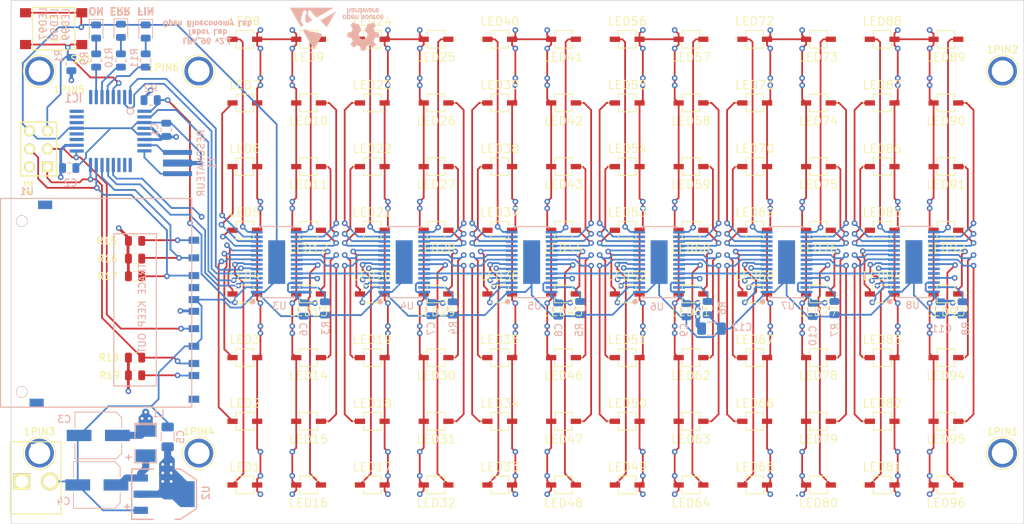
<source format=kicad_pcb>
(kicad_pcb (version 20171130) (host pcbnew "(5.1.12)-1")
  (title_block (title "96-well Light Plate Apparatus (LPA)") (date 2019-09-05) (rev 2.1) (company "Authors: Tabor lab/Evan Olson/Sebastian Castillo/Open Bioeconomy Lab/Kevin Bibby"))
  (layers (0 F.Cu signal) (1 In1.Cu signal) (2 In2.Cu signal) (31 B.Cu signal) (34 B.Paste user hide) (35 F.Paste user hide) (36 B.SilkS user hide) (37 F.SilkS user hide) (38 B.Mask user hide) (39 F.Mask user hide) (44 Edge.Cuts user))
  (net 0 "")
  (net 1 /ERR)
  (net 2 /FIN)
  (net 3 /MISO)
  (net 4 /MOSI)
  (net 5 /ON)
  (net 6 /RST)
  (net 7 /SCK)
  (net 8 /SS)
  (net 9 GND)
  (net 10 N-00000183)
  (net 11 /VIN)
  (net 12 "Net-(C4-Pad1)")
  (net 13 "Net-(IC1-Pad8)")
  (net 14 "Net-(IC1-Pad7)")
  (net 15 /SCLK)
  (net 16 /BLANK)
  (net 17 "Net-(IC1-Pad24)")
  (net 18 "Net-(IC1-Pad19)")
  (net 19 "Net-(IC1-Pad20)")
  (net 20 "Net-(IC1-Pad22)")
  (net 21 "Net-(IC1-Pad23)")
  (net 22 /MODE)
  (net 23 /SIN)
  (net 24 "Net-(IC1-Pad30)")
  (net 25 "Net-(IC1-Pad25)")
  (net 26 "Net-(IC1-Pad9)")
  (net 27 "Net-(IC1-Pad10)")
  (net 28 "Net-(IC1-Pad11)")
  (net 29 /GSCLK)
  (net 30 /XLAT)
  (net 31 "Net-(R3-Pad2)")
  (net 32 "Net-(R4-Pad2)")
  (net 33 "Net-(R5-Pad2)")
  (net 34 "Net-(R6-Pad2)")
  (net 35 "Net-(R7-Pad2)")
  (net 36 "Net-(R8-Pad2)")
  (net 37 "Net-(R15-Pad2)")
  (net 38 "Net-(R19-Pad2)")
  (net 39 "Net-(U3-Pad23)")
  (net 40 "Net-(U4-Pad23)")
  (net 41 "Net-(U5-Pad23)")
  (net 42 "Net-(U6-Pad23)")
  (net 43 "Net-(U7-Pad23)")
  (net 44 "Net-(U8-Pad23)")
  (net 45 "Net-(LED1-Pad1)")
  (net 46 "Net-(LED2-Pad1)")
  (net 47 "Net-(LED3-Pad1)")
  (net 48 "Net-(LED4-Pad1)")
  (net 49 "Net-(LED5-Pad1)")
  (net 50 "Net-(LED6-Pad1)")
  (net 51 "Net-(LED7-Pad1)")
  (net 52 "Net-(LED8-Pad1)")
  (net 53 "Net-(LED9-Pad1)")
  (net 54 "Net-(LED10-Pad1)")
  (net 55 "Net-(LED11-Pad1)")
  (net 56 "Net-(LED12-Pad1)")
  (net 57 "Net-(LED13-Pad1)")
  (net 58 "Net-(LED14-Pad1)")
  (net 59 "Net-(LED15-Pad1)")
  (net 60 "Net-(LED16-Pad1)")
  (net 61 "Net-(LED17-Pad1)")
  (net 62 "Net-(LED18-Pad1)")
  (net 63 "Net-(LED19-Pad1)")
  (net 64 "Net-(LED20-Pad1)")
  (net 65 "Net-(LED21-Pad1)")
  (net 66 "Net-(LED22-Pad1)")
  (net 67 "Net-(LED23-Pad1)")
  (net 68 "Net-(LED24-Pad1)")
  (net 69 "Net-(LED25-Pad1)")
  (net 70 "Net-(LED26-Pad1)")
  (net 71 "Net-(LED27-Pad1)")
  (net 72 "Net-(LED28-Pad1)")
  (net 73 "Net-(LED29-Pad1)")
  (net 74 "Net-(LED30-Pad1)")
  (net 75 "Net-(LED31-Pad1)")
  (net 76 "Net-(LED32-Pad1)")
  (net 77 "Net-(LED33-Pad1)")
  (net 78 "Net-(LED35-Pad1)")
  (net 79 "Net-(LED36-Pad1)")
  (net 80 "Net-(LED37-Pad1)")
  (net 81 "Net-(LED38-Pad1)")
  (net 82 "Net-(LED39-Pad1)")
  (net 83 "Net-(LED40-Pad1)")
  (net 84 "Net-(LED41-Pad1)")
  (net 85 "Net-(LED42-Pad1)")
  (net 86 "Net-(LED43-Pad1)")
  (net 87 "Net-(LED44-Pad1)")
  (net 88 "Net-(LED45-Pad1)")
  (net 89 "Net-(LED46-Pad1)")
  (net 90 "Net-(LED47-Pad1)")
  (net 91 "Net-(LED48-Pad1)")
  (net 92 "Net-(LED49-Pad1)")
  (net 93 "Net-(LED50-Pad1)")
  (net 94 "Net-(LED51-Pad1)")
  (net 95 "Net-(LED52-Pad1)")
  (net 96 "Net-(LED53-Pad1)")
  (net 97 "Net-(LED54-Pad1)")
  (net 98 "Net-(LED55-Pad1)")
  (net 99 "Net-(LED56-Pad1)")
  (net 100 "Net-(LED57-Pad1)")
  (net 101 "Net-(LED58-Pad1)")
  (net 102 "Net-(LED59-Pad1)")
  (net 103 "Net-(LED60-Pad1)")
  (net 104 "Net-(LED61-Pad1)")
  (net 105 "Net-(LED62-Pad1)")
  (net 106 "Net-(LED63-Pad1)")
  (net 107 "Net-(LED64-Pad1)")
  (net 108 "Net-(LED65-Pad1)")
  (net 109 "Net-(LED66-Pad1)")
  (net 110 "Net-(LED67-Pad1)")
  (net 111 "Net-(LED68-Pad1)")
  (net 112 "Net-(LED69-Pad1)")
  (net 113 "Net-(LED70-Pad1)")
  (net 114 "Net-(LED71-Pad1)")
  (net 115 "Net-(LED72-Pad1)")
  (net 116 "Net-(LED73-Pad1)")
  (net 117 "Net-(LED74-Pad1)")
  (net 118 "Net-(LED75-Pad1)")
  (net 119 "Net-(LED76-Pad1)")
  (net 120 "Net-(LED77-Pad1)")
  (net 121 "Net-(LED78-Pad1)")
  (net 122 "Net-(LED79-Pad1)")
  (net 123 "Net-(LED80-Pad1)")
  (net 124 "Net-(LED81-Pad1)")
  (net 125 "Net-(LED82-Pad1)")
  (net 126 "Net-(LED83-Pad1)")
  (net 127 "Net-(LED84-Pad1)")
  (net 128 "Net-(LED85-Pad1)")
  (net 129 "Net-(LED86-Pad1)")
  (net 130 "Net-(LED87-Pad1)")
  (net 131 "Net-(LED88-Pad1)")
  (net 132 "Net-(LED89-Pad1)")
  (net 133 "Net-(LED90-Pad1)")
  (net 134 "Net-(LED91-Pad1)")
  (net 135 "Net-(LED92-Pad1)")
  (net 136 "Net-(LED93-Pad1)")
  (net 137 "Net-(LED94-Pad1)")
  (net 138 "Net-(LED95-Pad1)")
  (net 139 "Net-(LED96-Pad1)")
  (net 140 "Net-(LED34-Pad1)")
  (net 141 "Net-(LED97-Pad2)")
  (net 142 "Net-(LED98-Pad2)")
  (net 143 "Net-(LED99-Pad2)")
  (net 144 VCC)
  (net 145 /lpa96_leds_drivers/SOUT1)
  (net 146 /lpa96_leds_drivers/SOUT2)
  (net 147 /lpa96_leds_drivers/SOUT3)
  (net 148 /lpa96_leds_drivers/SOUT4)
  (net 149 /lpa96_leds_drivers/SOUT5)
  (net 150 /lpa96_leds_drivers/SOUT)
  (module Symbol:OSHW-Logo_5.7x6mm_SilkScreen (layer B.Cu) (at 116.7 98.6)
    (fp_text reference REF*** hide)
    (fp_text value OSHW-Logo_5.7x6mm_SilkScreen hide)
  )
  (module Symbol:ESD-Logo_6.6x6mm_SilkScreen (layer B.Cu) (at 109.6 98.5)
    (fp_text reference REF*** hide)
    (fp_text value ESD-Logo_6.6x6mm_SilkScreen hide)
  )
  (module lpa96_footprints:L-1210 (layer B.Cu) (at 86 157.078 270)
    (fp_text reference L1 (at -4.178 -1.8 180) (layer B.SilkS) (effects (justify mirror)))
    (fp_text value 10uH)
    (pad 1 smd rect (at -1.778 0 270) (size 1.778 2.794) (layers B.Cu B.Paste B.Mask) (net 11 /VIN))
    (pad 2 smd rect (at 1.778 0 270) (size 1.778 2.794) (layers B.Cu B.Paste B.Mask) (net 12 "Net-(C4-Pad1)"))
  )
  (module lpa96_footprints:example_heatsink_14x14x14mm (layer B.Cu) (at 176.3 114.8)
    (fp_text reference REF** hide)
    (fp_text value example_heatsink_14x14x14mm)
  )
  (module lpa96_footprints:example_heatsink_14x14x14mm (layer B.Cu) (at 158.2 114.8)
    (fp_text reference REF** hide)
    (fp_text value example_heatsink_14x14x14mm)
  )
  (module lpa96_footprints:example_heatsink_14x14x14mm (layer B.Cu) (at 140.3 114.8)
    (fp_text reference REF** hide)
    (fp_text value example_heatsink_14x14x14mm)
  )
  (module lpa96_footprints:example_heatsink_14x14x14mm (layer B.Cu) (at 122.3 114.8)
    (fp_text reference REF** hide)
    (fp_text value example_heatsink_14x14x14mm)
  )
  (module lpa96_footprints:example_heatsink_14x14x14mm (layer B.Cu) (at 176.3 149.8)
    (fp_text reference REF** hide)
    (fp_text value example_heatsink_14x14x14mm)
  )
  (module lpa96_footprints:example_heatsink_14x14x14mm (layer B.Cu) (at 158.3 149.8)
    (fp_text reference REF** hide)
    (fp_text value example_heatsink_14x14x14mm)
  )
  (module lpa96_footprints:example_heatsink_14x14x14mm (layer B.Cu) (at 194.3 149.8)
    (fp_text reference REF** hide)
    (fp_text value example_heatsink_14x14x14mm)
  )
  (module lpa96_footprints:example_heatsink_14x14x14mm (layer B.Cu) (at 194.3 114.7)
    (fp_text reference REF** hide)
    (fp_text value example_heatsink_14x14x14mm)
  )
  (module lpa96_footprints:example_heatsink_14x14x14mm (layer B.Cu) (at 140.3 149.7)
    (fp_text reference REF** hide)
    (fp_text value example_heatsink_14x14x14mm)
  )
  (module lpa96_footprints:example_heatsink_14x14x14mm (layer B.Cu) (at 122.2 149.8)
    (fp_text reference REF** hide)
    (fp_text value example_heatsink_14x14x14mm)
  )
  (module lpa96_footprints:example_heatsink_14x14x14mm (layer B.Cu) (at 104.3 149.8)
    (fp_text reference REF** hide)
    (fp_text value example_heatsink_14x14x14mm)
  )
  (module lpa96_footprints:example_heatsink_14x14x14mm (layer B.Cu) (at 104.3 114.8)
    (fp_text reference REF** hide)
    (fp_text value example_heatsink_14x14x14mm)
  )
  (module lpa96_footprints:VLDx1232G (layer F.Cu) (at 100 163)
    (fp_text reference LED1 (at 0 -2.54) (layer F.SilkS) (effects (font (size 1.2 1.2) (thickness 0.12))))
    (fp_text value LED_ALT)
    (pad 1 smd rect (at -1.74 0) (size 1.44 0.75) (layers F.Cu F.Paste F.Mask) (net 45 "Net-(LED1-Pad1)"))
    (pad 2 smd rect (at 1.74 0) (size 1.44 0.75) (layers F.Cu F.Paste F.Mask) (net 11 /VIN))
  )
  (module lpa96_footprints:VLDx1232G (layer F.Cu) (at 100 154)
    (fp_text reference LED2 (at 0 -2.54) (layer F.SilkS) (effects (font (size 1.2 1.2) (thickness 0.12))))
    (fp_text value LED_ALT)
    (pad 1 smd rect (at -1.74 0) (size 1.44 0.75) (layers F.Cu F.Paste F.Mask) (net 46 "Net-(LED2-Pad1)"))
    (pad 2 smd rect (at 1.74 0) (size 1.44 0.75) (layers F.Cu F.Paste F.Mask) (net 11 /VIN))
  )
  (module lpa96_footprints:VLDx1232G (layer F.Cu) (at 100 145)
    (fp_text reference LED3 (at 0 -2.54) (layer F.SilkS) (effects (font (size 1.2 1.2) (thickness 0.12))))
    (fp_text value LED_ALT)
    (pad 1 smd rect (at -1.74 0) (size 1.44 0.75) (layers F.Cu F.Paste F.Mask) (net 47 "Net-(LED3-Pad1)"))
    (pad 2 smd rect (at 1.74 0) (size 1.44 0.75) (layers F.Cu F.Paste F.Mask) (net 11 /VIN))
  )
  (module lpa96_footprints:VLDx1232G (layer F.Cu) (at 100 136)
    (fp_text reference LED4 (at 0 -2.54) (layer F.SilkS) (effects (font (size 1.2 1.2) (thickness 0.12))))
    (fp_text value LED_ALT)
    (pad 1 smd rect (at -1.74 0) (size 1.44 0.75) (layers F.Cu F.Paste F.Mask) (net 48 "Net-(LED4-Pad1)"))
    (pad 2 smd rect (at 1.74 0) (size 1.44 0.75) (layers F.Cu F.Paste F.Mask) (net 11 /VIN))
  )
  (module lpa96_footprints:VLDx1232G (layer F.Cu) (at 100 127)
    (fp_text reference LED5 (at 0 -2.54) (layer F.SilkS) (effects (font (size 1.2 1.2) (thickness 0.12))))
    (fp_text value LED_ALT)
    (pad 1 smd rect (at -1.74 0) (size 1.44 0.75) (layers F.Cu F.Paste F.Mask) (net 49 "Net-(LED5-Pad1)"))
    (pad 2 smd rect (at 1.74 0) (size 1.44 0.75) (layers F.Cu F.Paste F.Mask) (net 11 /VIN))
  )
  (module lpa96_footprints:VLDx1232G (layer F.Cu) (at 100 118)
    (fp_text reference LED6 (at 0 -2.54) (layer F.SilkS) (effects (font (size 1.2 1.2) (thickness 0.12))))
    (fp_text value LED_ALT)
    (pad 1 smd rect (at -1.74 0) (size 1.44 0.75) (layers F.Cu F.Paste F.Mask) (net 50 "Net-(LED6-Pad1)"))
    (pad 2 smd rect (at 1.74 0) (size 1.44 0.75) (layers F.Cu F.Paste F.Mask) (net 11 /VIN))
  )
  (module lpa96_footprints:VLDx1232G (layer F.Cu) (at 100 109)
    (fp_text reference LED7 (at 0 -2.54) (layer F.SilkS) (effects (font (size 1.2 1.2) (thickness 0.12))))
    (fp_text value LED_ALT)
    (pad 1 smd rect (at -1.74 0) (size 1.44 0.75) (layers F.Cu F.Paste F.Mask) (net 51 "Net-(LED7-Pad1)"))
    (pad 2 smd rect (at 1.74 0) (size 1.44 0.75) (layers F.Cu F.Paste F.Mask) (net 11 /VIN))
  )
  (module lpa96_footprints:VLDx1232G (layer F.Cu) (at 100 100)
    (fp_text reference LED8 (at 0 -2.54) (layer F.SilkS) (effects (font (size 1.2 1.2) (thickness 0.12))))
    (fp_text value LED_ALT)
    (pad 1 smd rect (at -1.74 0) (size 1.44 0.75) (layers F.Cu F.Paste F.Mask) (net 52 "Net-(LED8-Pad1)"))
    (pad 2 smd rect (at 1.74 0) (size 1.44 0.75) (layers F.Cu F.Paste F.Mask) (net 11 /VIN))
  )
  (module lpa96_footprints:VLDx1232G (layer F.Cu) (at 109 100 180)
    (fp_text reference LED9 (at 0 -2.54) (layer F.SilkS) (effects (font (size 1.2 1.2) (thickness 0.12))))
    (fp_text value LED_ALT)
    (pad 1 smd rect (at -1.74 0 180) (size 1.44 0.75) (layers F.Cu F.Paste F.Mask) (net 53 "Net-(LED9-Pad1)"))
    (pad 2 smd rect (at 1.74 0 180) (size 1.44 0.75) (layers F.Cu F.Paste F.Mask) (net 11 /VIN))
  )
  (module lpa96_footprints:VLDx1232G (layer F.Cu) (at 109 109 180)
    (fp_text reference LED10 (at 0 -2.54) (layer F.SilkS) (effects (font (size 1.2 1.2) (thickness 0.12))))
    (fp_text value LED_ALT)
    (pad 1 smd rect (at -1.74 0 180) (size 1.44 0.75) (layers F.Cu F.Paste F.Mask) (net 54 "Net-(LED10-Pad1)"))
    (pad 2 smd rect (at 1.74 0 180) (size 1.44 0.75) (layers F.Cu F.Paste F.Mask) (net 11 /VIN))
  )
  (module lpa96_footprints:VLDx1232G (layer F.Cu) (at 109 118 180)
    (fp_text reference LED11 (at 0 -2.54) (layer F.SilkS) (effects (font (size 1.2 1.2) (thickness 0.12))))
    (fp_text value LED_ALT)
    (pad 1 smd rect (at -1.74 0 180) (size 1.44 0.75) (layers F.Cu F.Paste F.Mask) (net 55 "Net-(LED11-Pad1)"))
    (pad 2 smd rect (at 1.74 0 180) (size 1.44 0.75) (layers F.Cu F.Paste F.Mask) (net 11 /VIN))
  )
  (module lpa96_footprints:VLDx1232G (layer F.Cu) (at 109 127 180)
    (fp_text reference LED12 (at 0 -2.54) (layer F.SilkS) (effects (font (size 1.2 1.2) (thickness 0.12))))
    (fp_text value LED_ALT)
    (pad 1 smd rect (at -1.74 0 180) (size 1.44 0.75) (layers F.Cu F.Paste F.Mask) (net 56 "Net-(LED12-Pad1)"))
    (pad 2 smd rect (at 1.74 0 180) (size 1.44 0.75) (layers F.Cu F.Paste F.Mask) (net 11 /VIN))
  )
  (module lpa96_footprints:VLDx1232G (layer F.Cu) (at 109 136 180)
    (fp_text reference LED13 (at 0 -2.54) (layer F.SilkS) (effects (font (size 1.2 1.2) (thickness 0.12))))
    (fp_text value LED_ALT)
    (pad 1 smd rect (at -1.74 0 180) (size 1.44 0.75) (layers F.Cu F.Paste F.Mask) (net 57 "Net-(LED13-Pad1)"))
    (pad 2 smd rect (at 1.74 0 180) (size 1.44 0.75) (layers F.Cu F.Paste F.Mask) (net 11 /VIN))
  )
  (module lpa96_footprints:VLDx1232G (layer F.Cu) (at 109 145 180)
    (fp_text reference LED14 (at 0 -2.54) (layer F.SilkS) (effects (font (size 1.2 1.2) (thickness 0.12))))
    (fp_text value LED_ALT)
    (pad 1 smd rect (at -1.74 0 180) (size 1.44 0.75) (layers F.Cu F.Paste F.Mask) (net 58 "Net-(LED14-Pad1)"))
    (pad 2 smd rect (at 1.74 0 180) (size 1.44 0.75) (layers F.Cu F.Paste F.Mask) (net 11 /VIN))
  )
  (module lpa96_footprints:VLDx1232G (layer F.Cu) (at 109 154 180)
    (fp_text reference LED15 (at 0 -2.54) (layer F.SilkS) (effects (font (size 1.2 1.2) (thickness 0.12))))
    (fp_text value LED_ALT)
    (pad 1 smd rect (at -1.74 0 180) (size 1.44 0.75) (layers F.Cu F.Paste F.Mask) (net 59 "Net-(LED15-Pad1)"))
    (pad 2 smd rect (at 1.74 0 180) (size 1.44 0.75) (layers F.Cu F.Paste F.Mask) (net 11 /VIN))
  )
  (module lpa96_footprints:VLDx1232G (layer F.Cu) (at 109 163 180)
    (fp_text reference LED16 (at 0 -2.54) (layer F.SilkS) (effects (font (size 1.2 1.2) (thickness 0.12))))
    (fp_text value LED_ALT)
    (pad 1 smd rect (at -1.74 0 180) (size 1.44 0.75) (layers F.Cu F.Paste F.Mask) (net 60 "Net-(LED16-Pad1)"))
    (pad 2 smd rect (at 1.74 0 180) (size 1.44 0.75) (layers F.Cu F.Paste F.Mask) (net 11 /VIN))
  )
  (module lpa96_footprints:VLDx1232G (layer F.Cu) (at 118 163)
    (fp_text reference LED17 (at 0 -2.54) (layer F.SilkS) (effects (font (size 1.2 1.2) (thickness 0.12))))
    (fp_text value LED_ALT)
    (pad 1 smd rect (at -1.74 0) (size 1.44 0.75) (layers F.Cu F.Paste F.Mask) (net 61 "Net-(LED17-Pad1)"))
    (pad 2 smd rect (at 1.74 0) (size 1.44 0.75) (layers F.Cu F.Paste F.Mask) (net 11 /VIN))
  )
  (module lpa96_footprints:VLDx1232G (layer F.Cu) (at 118 154)
    (fp_text reference LED18 (at 0 -2.54) (layer F.SilkS) (effects (font (size 1.2 1.2) (thickness 0.12))))
    (fp_text value LED_ALT)
    (pad 1 smd rect (at -1.74 0) (size 1.44 0.75) (layers F.Cu F.Paste F.Mask) (net 62 "Net-(LED18-Pad1)"))
    (pad 2 smd rect (at 1.74 0) (size 1.44 0.75) (layers F.Cu F.Paste F.Mask) (net 11 /VIN))
  )
  (module lpa96_footprints:VLDx1232G (layer F.Cu) (at 118 145)
    (fp_text reference LED19 (at 0 -2.54) (layer F.SilkS) (effects (font (size 1.2 1.2) (thickness 0.12))))
    (fp_text value LED_ALT)
    (pad 1 smd rect (at -1.74 0) (size 1.44 0.75) (layers F.Cu F.Paste F.Mask) (net 63 "Net-(LED19-Pad1)"))
    (pad 2 smd rect (at 1.74 0) (size 1.44 0.75) (layers F.Cu F.Paste F.Mask) (net 11 /VIN))
  )
  (module lpa96_footprints:VLDx1232G (layer F.Cu) (at 118 136)
    (fp_text reference LED20 (at 0 -2.54) (layer F.SilkS) (effects (font (size 1.2 1.2) (thickness 0.12))))
    (fp_text value LED_ALT)
    (pad 1 smd rect (at -1.74 0) (size 1.44 0.75) (layers F.Cu F.Paste F.Mask) (net 64 "Net-(LED20-Pad1)"))
    (pad 2 smd rect (at 1.74 0) (size 1.44 0.75) (layers F.Cu F.Paste F.Mask) (net 11 /VIN))
  )
  (module lpa96_footprints:VLDx1232G (layer F.Cu) (at 118 127)
    (fp_text reference LED21 (at 0 -2.54) (layer F.SilkS) (effects (font (size 1.2 1.2) (thickness 0.12))))
    (fp_text value LED_ALT)
    (pad 1 smd rect (at -1.74 0) (size 1.44 0.75) (layers F.Cu F.Paste F.Mask) (net 65 "Net-(LED21-Pad1)"))
    (pad 2 smd rect (at 1.74 0) (size 1.44 0.75) (layers F.Cu F.Paste F.Mask) (net 11 /VIN))
  )
  (module lpa96_footprints:VLDx1232G (layer F.Cu) (at 118 118)
    (fp_text reference LED22 (at 0 -2.54) (layer F.SilkS) (effects (font (size 1.2 1.2) (thickness 0.12))))
    (fp_text value LED_ALT)
    (pad 1 smd rect (at -1.74 0) (size 1.44 0.75) (layers F.Cu F.Paste F.Mask) (net 66 "Net-(LED22-Pad1)"))
    (pad 2 smd rect (at 1.74 0) (size 1.44 0.75) (layers F.Cu F.Paste F.Mask) (net 11 /VIN))
  )
  (module lpa96_footprints:VLDx1232G (layer F.Cu) (at 118 109)
    (fp_text reference LED23 (at 0 -2.54) (layer F.SilkS) (effects (font (size 1.2 1.2) (thickness 0.12))))
    (fp_text value LED_ALT)
    (pad 1 smd rect (at -1.74 0) (size 1.44 0.75) (layers F.Cu F.Paste F.Mask) (net 67 "Net-(LED23-Pad1)"))
    (pad 2 smd rect (at 1.74 0) (size 1.44 0.75) (layers F.Cu F.Paste F.Mask) (net 11 /VIN))
  )
  (module lpa96_footprints:VLDx1232G (layer F.Cu) (at 118 100)
    (fp_text reference LED24 (at 0 -2.54) (layer F.SilkS) (effects (font (size 1.2 1.2) (thickness 0.12))))
    (fp_text value LED_ALT)
    (pad 1 smd rect (at -1.74 0) (size 1.44 0.75) (layers F.Cu F.Paste F.Mask) (net 68 "Net-(LED24-Pad1)"))
    (pad 2 smd rect (at 1.74 0) (size 1.44 0.75) (layers F.Cu F.Paste F.Mask) (net 11 /VIN))
  )
  (module lpa96_footprints:VLDx1232G (layer F.Cu) (at 127 100 180)
    (fp_text reference LED25 (at 0 -2.54) (layer F.SilkS) (effects (font (size 1.2 1.2) (thickness 0.12))))
    (fp_text value LED_ALT)
    (pad 1 smd rect (at -1.74 0 180) (size 1.44 0.75) (layers F.Cu F.Paste F.Mask) (net 69 "Net-(LED25-Pad1)"))
    (pad 2 smd rect (at 1.74 0 180) (size 1.44 0.75) (layers F.Cu F.Paste F.Mask) (net 11 /VIN))
  )
  (module lpa96_footprints:VLDx1232G (layer F.Cu) (at 127 109 180)
    (fp_text reference LED26 (at 0 -2.54) (layer F.SilkS) (effects (font (size 1.2 1.2) (thickness 0.12))))
    (fp_text value LED_ALT)
    (pad 1 smd rect (at -1.74 0 180) (size 1.44 0.75) (layers F.Cu F.Paste F.Mask) (net 70 "Net-(LED26-Pad1)"))
    (pad 2 smd rect (at 1.74 0 180) (size 1.44 0.75) (layers F.Cu F.Paste F.Mask) (net 11 /VIN))
  )
  (module lpa96_footprints:VLDx1232G (layer F.Cu) (at 127 118 180)
    (fp_text reference LED27 (at 0 -2.54) (layer F.SilkS) (effects (font (size 1.2 1.2) (thickness 0.12))))
    (fp_text value LED_ALT)
    (pad 1 smd rect (at -1.74 0 180) (size 1.44 0.75) (layers F.Cu F.Paste F.Mask) (net 71 "Net-(LED27-Pad1)"))
    (pad 2 smd rect (at 1.74 0 180) (size 1.44 0.75) (layers F.Cu F.Paste F.Mask) (net 11 /VIN))
  )
  (module lpa96_footprints:VLDx1232G (layer F.Cu) (at 127 127 180)
    (fp_text reference LED28 (at 0 -2.54) (layer F.SilkS) (effects (font (size 1.2 1.2) (thickness 0.12))))
    (fp_text value LED_ALT)
    (pad 1 smd rect (at -1.74 0 180) (size 1.44 0.75) (layers F.Cu F.Paste F.Mask) (net 72 "Net-(LED28-Pad1)"))
    (pad 2 smd rect (at 1.74 0 180) (size 1.44 0.75) (layers F.Cu F.Paste F.Mask) (net 11 /VIN))
  )
  (module lpa96_footprints:VLDx1232G (layer F.Cu) (at 127 136 180)
    (fp_text reference LED29 (at 0 -2.54) (layer F.SilkS) (effects (font (size 1.2 1.2) (thickness 0.12))))
    (fp_text value LED_ALT)
    (pad 1 smd rect (at -1.74 0 180) (size 1.44 0.75) (layers F.Cu F.Paste F.Mask) (net 73 "Net-(LED29-Pad1)"))
    (pad 2 smd rect (at 1.74 0 180) (size 1.44 0.75) (layers F.Cu F.Paste F.Mask) (net 11 /VIN))
  )
  (module lpa96_footprints:VLDx1232G (layer F.Cu) (at 127 145 180)
    (fp_text reference LED30 (at 0 -2.54) (layer F.SilkS) (effects (font (size 1.2 1.2) (thickness 0.12))))
    (fp_text value LED_ALT)
    (pad 1 smd rect (at -1.74 0 180) (size 1.44 0.75) (layers F.Cu F.Paste F.Mask) (net 74 "Net-(LED30-Pad1)"))
    (pad 2 smd rect (at 1.74 0 180) (size 1.44 0.75) (layers F.Cu F.Paste F.Mask) (net 11 /VIN))
  )
  (module lpa96_footprints:VLDx1232G (layer F.Cu) (at 127 154 180)
    (fp_text reference LED31 (at 0 -2.54) (layer F.SilkS) (effects (font (size 1.2 1.2) (thickness 0.12))))
    (fp_text value LED_ALT)
    (pad 1 smd rect (at -1.74 0 180) (size 1.44 0.75) (layers F.Cu F.Paste F.Mask) (net 75 "Net-(LED31-Pad1)"))
    (pad 2 smd rect (at 1.74 0 180) (size 1.44 0.75) (layers F.Cu F.Paste F.Mask) (net 11 /VIN))
  )
  (module lpa96_footprints:VLDx1232G (layer F.Cu) (at 127 163 180)
    (fp_text reference LED32 (at 0 -2.54) (layer F.SilkS) (effects (font (size 1.2 1.2) (thickness 0.12))))
    (fp_text value LED_ALT)
    (pad 1 smd rect (at -1.74 0 180) (size 1.44 0.75) (layers F.Cu F.Paste F.Mask) (net 76 "Net-(LED32-Pad1)"))
    (pad 2 smd rect (at 1.74 0 180) (size 1.44 0.75) (layers F.Cu F.Paste F.Mask) (net 11 /VIN))
  )
  (module lpa96_footprints:VLDx1232G (layer F.Cu) (at 136 163)
    (fp_text reference LED33 (at 0 -2.54) (layer F.SilkS) (effects (font (size 1.2 1.2) (thickness 0.12))))
    (fp_text value LED_ALT)
    (pad 1 smd rect (at -1.74 0) (size 1.44 0.75) (layers F.Cu F.Paste F.Mask) (net 77 "Net-(LED33-Pad1)"))
    (pad 2 smd rect (at 1.74 0) (size 1.44 0.75) (layers F.Cu F.Paste F.Mask) (net 11 /VIN))
  )
  (module lpa96_footprints:VLDx1232G (layer F.Cu) (at 136 154)
    (fp_text reference LED34 (at 0 -2.54) (layer F.SilkS) (effects (font (size 1.2 1.2) (thickness 0.12))))
    (fp_text value LED_ALT)
    (pad 1 smd rect (at -1.74 0) (size 1.44 0.75) (layers F.Cu F.Paste F.Mask) (net 140 "Net-(LED34-Pad1)"))
    (pad 2 smd rect (at 1.74 0) (size 1.44 0.75) (layers F.Cu F.Paste F.Mask) (net 11 /VIN))
  )
  (module lpa96_footprints:VLDx1232G (layer F.Cu) (at 136 145)
    (fp_text reference LED35 (at 0 -2.54) (layer F.SilkS) (effects (font (size 1.2 1.2) (thickness 0.12))))
    (fp_text value LED_ALT)
    (pad 1 smd rect (at -1.74 0) (size 1.44 0.75) (layers F.Cu F.Paste F.Mask) (net 78 "Net-(LED35-Pad1)"))
    (pad 2 smd rect (at 1.74 0) (size 1.44 0.75) (layers F.Cu F.Paste F.Mask) (net 11 /VIN))
  )
  (module lpa96_footprints:VLDx1232G (layer F.Cu) (at 136 136)
    (fp_text reference LED36 (at 0 -2.54) (layer F.SilkS) (effects (font (size 1.2 1.2) (thickness 0.12))))
    (fp_text value LED_ALT)
    (pad 1 smd rect (at -1.74 0) (size 1.44 0.75) (layers F.Cu F.Paste F.Mask) (net 79 "Net-(LED36-Pad1)"))
    (pad 2 smd rect (at 1.74 0) (size 1.44 0.75) (layers F.Cu F.Paste F.Mask) (net 11 /VIN))
  )
  (module lpa96_footprints:VLDx1232G (layer F.Cu) (at 136 127)
    (fp_text reference LED37 (at 0 -2.54) (layer F.SilkS) (effects (font (size 1.2 1.2) (thickness 0.12))))
    (fp_text value LED_ALT)
    (pad 1 smd rect (at -1.74 0) (size 1.44 0.75) (layers F.Cu F.Paste F.Mask) (net 80 "Net-(LED37-Pad1)"))
    (pad 2 smd rect (at 1.74 0) (size 1.44 0.75) (layers F.Cu F.Paste F.Mask) (net 11 /VIN))
  )
  (module lpa96_footprints:VLDx1232G (layer F.Cu) (at 136 118)
    (fp_text reference LED38 (at 0 -2.54) (layer F.SilkS) (effects (font (size 1.2 1.2) (thickness 0.12))))
    (fp_text value LED_ALT)
    (pad 1 smd rect (at -1.74 0) (size 1.44 0.75) (layers F.Cu F.Paste F.Mask) (net 81 "Net-(LED38-Pad1)"))
    (pad 2 smd rect (at 1.74 0) (size 1.44 0.75) (layers F.Cu F.Paste F.Mask) (net 11 /VIN))
  )
  (module lpa96_footprints:VLDx1232G (layer F.Cu) (at 136 109)
    (fp_text reference LED39 (at 0 -2.54) (layer F.SilkS) (effects (font (size 1.2 1.2) (thickness 0.12))))
    (fp_text value LED_ALT)
    (pad 1 smd rect (at -1.74 0) (size 1.44 0.75) (layers F.Cu F.Paste F.Mask) (net 82 "Net-(LED39-Pad1)"))
    (pad 2 smd rect (at 1.74 0) (size 1.44 0.75) (layers F.Cu F.Paste F.Mask) (net 11 /VIN))
  )
  (module lpa96_footprints:VLDx1232G (layer F.Cu) (at 136 100)
    (fp_text reference LED40 (at 0 -2.54) (layer F.SilkS) (effects (font (size 1.2 1.2) (thickness 0.12))))
    (fp_text value LED_ALT)
    (pad 1 smd rect (at -1.74 0) (size 1.44 0.75) (layers F.Cu F.Paste F.Mask) (net 83 "Net-(LED40-Pad1)"))
    (pad 2 smd rect (at 1.74 0) (size 1.44 0.75) (layers F.Cu F.Paste F.Mask) (net 11 /VIN))
  )
  (module lpa96_footprints:VLDx1232G (layer F.Cu) (at 145 100 180)
    (fp_text reference LED41 (at 0 -2.54) (layer F.SilkS) (effects (font (size 1.2 1.2) (thickness 0.12))))
    (fp_text value LED_ALT)
    (pad 1 smd rect (at -1.74 0 180) (size 1.44 0.75) (layers F.Cu F.Paste F.Mask) (net 84 "Net-(LED41-Pad1)"))
    (pad 2 smd rect (at 1.74 0 180) (size 1.44 0.75) (layers F.Cu F.Paste F.Mask) (net 11 /VIN))
  )
  (module lpa96_footprints:VLDx1232G (layer F.Cu) (at 145 109 180)
    (fp_text reference LED42 (at 0 -2.54) (layer F.SilkS) (effects (font (size 1.2 1.2) (thickness 0.12))))
    (fp_text value LED_ALT)
    (pad 1 smd rect (at -1.74 0 180) (size 1.44 0.75) (layers F.Cu F.Paste F.Mask) (net 85 "Net-(LED42-Pad1)"))
    (pad 2 smd rect (at 1.74 0 180) (size 1.44 0.75) (layers F.Cu F.Paste F.Mask) (net 11 /VIN))
  )
  (module lpa96_footprints:VLDx1232G (layer F.Cu) (at 145 118 180)
    (fp_text reference LED43 (at 0 -2.54) (layer F.SilkS) (effects (font (size 1.2 1.2) (thickness 0.12))))
    (fp_text value LED_ALT)
    (pad 1 smd rect (at -1.74 0 180) (size 1.44 0.75) (layers F.Cu F.Paste F.Mask) (net 86 "Net-(LED43-Pad1)"))
    (pad 2 smd rect (at 1.74 0 180) (size 1.44 0.75) (layers F.Cu F.Paste F.Mask) (net 11 /VIN))
  )
  (module lpa96_footprints:VLDx1232G (layer F.Cu) (at 145 127 180)
    (fp_text reference LED44 (at 0 -2.54) (layer F.SilkS) (effects (font (size 1.2 1.2) (thickness 0.12))))
    (fp_text value LED_ALT)
    (pad 1 smd rect (at -1.74 0 180) (size 1.44 0.75) (layers F.Cu F.Paste F.Mask) (net 87 "Net-(LED44-Pad1)"))
    (pad 2 smd rect (at 1.74 0 180) (size 1.44 0.75) (layers F.Cu F.Paste F.Mask) (net 11 /VIN))
  )
  (module lpa96_footprints:VLDx1232G (layer F.Cu) (at 145 136 180)
    (fp_text reference LED45 (at 0 -2.54) (layer F.SilkS) (effects (font (size 1.2 1.2) (thickness 0.12))))
    (fp_text value LED_ALT)
    (pad 1 smd rect (at -1.74 0 180) (size 1.44 0.75) (layers F.Cu F.Paste F.Mask) (net 88 "Net-(LED45-Pad1)"))
    (pad 2 smd rect (at 1.74 0 180) (size 1.44 0.75) (layers F.Cu F.Paste F.Mask) (net 11 /VIN))
  )
  (module lpa96_footprints:VLDx1232G (layer F.Cu) (at 145 145 180)
    (fp_text reference LED46 (at 0 -2.54) (layer F.SilkS) (effects (font (size 1.2 1.2) (thickness 0.12))))
    (fp_text value LED_ALT)
    (pad 1 smd rect (at -1.74 0 180) (size 1.44 0.75) (layers F.Cu F.Paste F.Mask) (net 89 "Net-(LED46-Pad1)"))
    (pad 2 smd rect (at 1.74 0 180) (size 1.44 0.75) (layers F.Cu F.Paste F.Mask) (net 11 /VIN))
  )
  (module lpa96_footprints:VLDx1232G (layer F.Cu) (at 145 154 180)
    (fp_text reference LED47 (at 0 -2.54) (layer F.SilkS) (effects (font (size 1.2 1.2) (thickness 0.12))))
    (fp_text value LED_ALT)
    (pad 1 smd rect (at -1.74 0 180) (size 1.44 0.75) (layers F.Cu F.Paste F.Mask) (net 90 "Net-(LED47-Pad1)"))
    (pad 2 smd rect (at 1.74 0 180) (size 1.44 0.75) (layers F.Cu F.Paste F.Mask) (net 11 /VIN))
  )
  (module lpa96_footprints:VLDx1232G (layer F.Cu) (at 145 163 180)
    (fp_text reference LED48 (at 0 -2.54) (layer F.SilkS) (effects (font (size 1.2 1.2) (thickness 0.12))))
    (fp_text value LED_ALT)
    (pad 1 smd rect (at -1.74 0 180) (size 1.44 0.75) (layers F.Cu F.Paste F.Mask) (net 91 "Net-(LED48-Pad1)"))
    (pad 2 smd rect (at 1.74 0 180) (size 1.44 0.75) (layers F.Cu F.Paste F.Mask) (net 11 /VIN))
  )
  (module lpa96_footprints:VLDx1232G (layer F.Cu) (at 154 163)
    (fp_text reference LED49 (at 0 -2.54) (layer F.SilkS) (effects (font (size 1.2 1.2) (thickness 0.12))))
    (fp_text value LED_ALT)
    (pad 1 smd rect (at -1.74 0) (size 1.44 0.75) (layers F.Cu F.Paste F.Mask) (net 92 "Net-(LED49-Pad1)"))
    (pad 2 smd rect (at 1.74 0) (size 1.44 0.75) (layers F.Cu F.Paste F.Mask) (net 11 /VIN))
  )
  (module lpa96_footprints:VLDx1232G (layer F.Cu) (at 154 154)
    (fp_text reference LED50 (at 0 -2.54) (layer F.SilkS) (effects (font (size 1.2 1.2) (thickness 0.12))))
    (fp_text value LED_ALT)
    (pad 1 smd rect (at -1.74 0) (size 1.44 0.75) (layers F.Cu F.Paste F.Mask) (net 93 "Net-(LED50-Pad1)"))
    (pad 2 smd rect (at 1.74 0) (size 1.44 0.75) (layers F.Cu F.Paste F.Mask) (net 11 /VIN))
  )
  (module lpa96_footprints:VLDx1232G (layer F.Cu) (at 154 145)
    (fp_text reference LED51 (at 0 -2.54) (layer F.SilkS) (effects (font (size 1.2 1.2) (thickness 0.12))))
    (fp_text value LED_ALT)
    (pad 1 smd rect (at -1.74 0) (size 1.44 0.75) (layers F.Cu F.Paste F.Mask) (net 94 "Net-(LED51-Pad1)"))
    (pad 2 smd rect (at 1.74 0) (size 1.44 0.75) (layers F.Cu F.Paste F.Mask) (net 11 /VIN))
  )
  (module lpa96_footprints:VLDx1232G (layer F.Cu) (at 154 136)
    (fp_text reference LED52 (at 0 -2.54) (layer F.SilkS) (effects (font (size 1.2 1.2) (thickness 0.12))))
    (fp_text value LED_ALT)
    (pad 1 smd rect (at -1.74 0) (size 1.44 0.75) (layers F.Cu F.Paste F.Mask) (net 95 "Net-(LED52-Pad1)"))
    (pad 2 smd rect (at 1.74 0) (size 1.44 0.75) (layers F.Cu F.Paste F.Mask) (net 11 /VIN))
  )
  (module lpa96_footprints:VLDx1232G (layer F.Cu) (at 154 127)
    (fp_text reference LED53 (at 0 -2.54) (layer F.SilkS) (effects (font (size 1.2 1.2) (thickness 0.12))))
    (fp_text value LED_ALT)
    (pad 1 smd rect (at -1.74 0) (size 1.44 0.75) (layers F.Cu F.Paste F.Mask) (net 96 "Net-(LED53-Pad1)"))
    (pad 2 smd rect (at 1.74 0) (size 1.44 0.75) (layers F.Cu F.Paste F.Mask) (net 11 /VIN))
  )
  (module lpa96_footprints:VLDx1232G (layer F.Cu) (at 154 118)
    (fp_text reference LED54 (at 0 -2.54) (layer F.SilkS) (effects (font (size 1.2 1.2) (thickness 0.12))))
    (fp_text value LED_ALT)
    (pad 1 smd rect (at -1.74 0) (size 1.44 0.75) (layers F.Cu F.Paste F.Mask) (net 97 "Net-(LED54-Pad1)"))
    (pad 2 smd rect (at 1.74 0) (size 1.44 0.75) (layers F.Cu F.Paste F.Mask) (net 11 /VIN))
  )
  (module lpa96_footprints:VLDx1232G (layer F.Cu) (at 154 109)
    (fp_text reference LED55 (at 0 -2.54) (layer F.SilkS) (effects (font (size 1.2 1.2) (thickness 0.12))))
    (fp_text value LED_ALT)
    (pad 1 smd rect (at -1.74 0) (size 1.44 0.75) (layers F.Cu F.Paste F.Mask) (net 98 "Net-(LED55-Pad1)"))
    (pad 2 smd rect (at 1.74 0) (size 1.44 0.75) (layers F.Cu F.Paste F.Mask) (net 11 /VIN))
  )
  (module lpa96_footprints:VLDx1232G (layer F.Cu) (at 154 100)
    (fp_text reference LED56 (at 0 -2.54) (layer F.SilkS) (effects (font (size 1.2 1.2) (thickness 0.12))))
    (fp_text value LED_ALT)
    (pad 1 smd rect (at -1.74 0) (size 1.44 0.75) (layers F.Cu F.Paste F.Mask) (net 99 "Net-(LED56-Pad1)"))
    (pad 2 smd rect (at 1.74 0) (size 1.44 0.75) (layers F.Cu F.Paste F.Mask) (net 11 /VIN))
  )
  (module lpa96_footprints:VLDx1232G (layer F.Cu) (at 163 100 180)
    (fp_text reference LED57 (at 0 -2.54) (layer F.SilkS) (effects (font (size 1.2 1.2) (thickness 0.12))))
    (fp_text value LED_ALT)
    (pad 1 smd rect (at -1.74 0 180) (size 1.44 0.75) (layers F.Cu F.Paste F.Mask) (net 100 "Net-(LED57-Pad1)"))
    (pad 2 smd rect (at 1.74 0 180) (size 1.44 0.75) (layers F.Cu F.Paste F.Mask) (net 11 /VIN))
  )
  (module lpa96_footprints:VLDx1232G (layer F.Cu) (at 163 109 180)
    (fp_text reference LED58 (at 0 -2.54) (layer F.SilkS) (effects (font (size 1.2 1.2) (thickness 0.12))))
    (fp_text value LED_ALT)
    (pad 1 smd rect (at -1.74 0 180) (size 1.44 0.75) (layers F.Cu F.Paste F.Mask) (net 101 "Net-(LED58-Pad1)"))
    (pad 2 smd rect (at 1.74 0 180) (size 1.44 0.75) (layers F.Cu F.Paste F.Mask) (net 11 /VIN))
  )
  (module lpa96_footprints:VLDx1232G (layer F.Cu) (at 163 118 180)
    (fp_text reference LED59 (at 0 -2.54) (layer F.SilkS) (effects (font (size 1.2 1.2) (thickness 0.12))))
    (fp_text value LED_ALT)
    (pad 1 smd rect (at -1.74 0 180) (size 1.44 0.75) (layers F.Cu F.Paste F.Mask) (net 102 "Net-(LED59-Pad1)"))
    (pad 2 smd rect (at 1.74 0 180) (size 1.44 0.75) (layers F.Cu F.Paste F.Mask) (net 11 /VIN))
  )
  (module lpa96_footprints:VLDx1232G (layer F.Cu) (at 163 127 180)
    (fp_text reference LED60 (at 0 -2.54) (layer F.SilkS) (effects (font (size 1.2 1.2) (thickness 0.12))))
    (fp_text value LED_ALT)
    (pad 1 smd rect (at -1.74 0 180) (size 1.44 0.75) (layers F.Cu F.Paste F.Mask) (net 103 "Net-(LED60-Pad1)"))
    (pad 2 smd rect (at 1.74 0 180) (size 1.44 0.75) (layers F.Cu F.Paste F.Mask) (net 11 /VIN))
  )
  (module lpa96_footprints:VLDx1232G (layer F.Cu) (at 163 136 180)
    (fp_text reference LED61 (at 0 -2.54) (layer F.SilkS) (effects (font (size 1.2 1.2) (thickness 0.12))))
    (fp_text value LED_ALT)
    (pad 1 smd rect (at -1.74 0 180) (size 1.44 0.75) (layers F.Cu F.Paste F.Mask) (net 104 "Net-(LED61-Pad1)"))
    (pad 2 smd rect (at 1.74 0 180) (size 1.44 0.75) (layers F.Cu F.Paste F.Mask) (net 11 /VIN))
  )
  (module lpa96_footprints:VLDx1232G (layer F.Cu) (at 163 145 180)
    (fp_text reference LED62 (at 0 -2.54) (layer F.SilkS) (effects (font (size 1.2 1.2) (thickness 0.12))))
    (fp_text value LED_ALT)
    (pad 1 smd rect (at -1.74 0 180) (size 1.44 0.75) (layers F.Cu F.Paste F.Mask) (net 105 "Net-(LED62-Pad1)"))
    (pad 2 smd rect (at 1.74 0 180) (size 1.44 0.75) (layers F.Cu F.Paste F.Mask) (net 11 /VIN))
  )
  (module lpa96_footprints:VLDx1232G (layer F.Cu) (at 163 154 180)
    (fp_text reference LED63 (at 0 -2.54) (layer F.SilkS) (effects (font (size 1.2 1.2) (thickness 0.12))))
    (fp_text value LED_ALT)
    (pad 1 smd rect (at -1.74 0 180) (size 1.44 0.75) (layers F.Cu F.Paste F.Mask) (net 106 "Net-(LED63-Pad1)"))
    (pad 2 smd rect (at 1.74 0 180) (size 1.44 0.75) (layers F.Cu F.Paste F.Mask) (net 11 /VIN))
  )
  (module lpa96_footprints:VLDx1232G (layer F.Cu) (at 163 163 180)
    (fp_text reference LED64 (at 0 -2.54) (layer F.SilkS) (effects (font (size 1.2 1.2) (thickness 0.12))))
    (fp_text value LED_ALT)
    (pad 1 smd rect (at -1.74 0 180) (size 1.44 0.75) (layers F.Cu F.Paste F.Mask) (net 107 "Net-(LED64-Pad1)"))
    (pad 2 smd rect (at 1.74 0 180) (size 1.44 0.75) (layers F.Cu F.Paste F.Mask) (net 11 /VIN))
  )
  (module lpa96_footprints:VLDx1232G (layer F.Cu) (at 172 163)
    (fp_text reference LED65 (at 0 -2.54) (layer F.SilkS) (effects (font (size 1.2 1.2) (thickness 0.12))))
    (fp_text value LED_ALT)
    (pad 1 smd rect (at -1.74 0) (size 1.44 0.75) (layers F.Cu F.Paste F.Mask) (net 108 "Net-(LED65-Pad1)"))
    (pad 2 smd rect (at 1.74 0) (size 1.44 0.75) (layers F.Cu F.Paste F.Mask) (net 11 /VIN))
  )
  (module lpa96_footprints:VLDx1232G (layer F.Cu) (at 172 154)
    (fp_text reference LED66 (at 0 -2.54) (layer F.SilkS) (effects (font (size 1.2 1.2) (thickness 0.12))))
    (fp_text value LED_ALT)
    (pad 1 smd rect (at -1.74 0) (size 1.44 0.75) (layers F.Cu F.Paste F.Mask) (net 109 "Net-(LED66-Pad1)"))
    (pad 2 smd rect (at 1.74 0) (size 1.44 0.75) (layers F.Cu F.Paste F.Mask) (net 11 /VIN))
  )
  (module lpa96_footprints:VLDx1232G (layer F.Cu) (at 172 145)
    (fp_text reference LED67 (at 0 -2.54) (layer F.SilkS) (effects (font (size 1.2 1.2) (thickness 0.12))))
    (fp_text value LED_ALT)
    (pad 1 smd rect (at -1.74 0) (size 1.44 0.75) (layers F.Cu F.Paste F.Mask) (net 110 "Net-(LED67-Pad1)"))
    (pad 2 smd rect (at 1.74 0) (size 1.44 0.75) (layers F.Cu F.Paste F.Mask) (net 11 /VIN))
  )
  (module lpa96_footprints:VLDx1232G (layer F.Cu) (at 172 136)
    (fp_text reference LED68 (at 0 -2.54) (layer F.SilkS) (effects (font (size 1.2 1.2) (thickness 0.12))))
    (fp_text value LED_ALT)
    (pad 1 smd rect (at -1.74 0) (size 1.44 0.75) (layers F.Cu F.Paste F.Mask) (net 111 "Net-(LED68-Pad1)"))
    (pad 2 smd rect (at 1.74 0) (size 1.44 0.75) (layers F.Cu F.Paste F.Mask) (net 11 /VIN))
  )
  (module lpa96_footprints:VLDx1232G (layer F.Cu) (at 172 127)
    (fp_text reference LED69 (at 0 -2.54) (layer F.SilkS) (effects (font (size 1.2 1.2) (thickness 0.12))))
    (fp_text value LED_ALT)
    (pad 1 smd rect (at -1.74 0) (size 1.44 0.75) (layers F.Cu F.Paste F.Mask) (net 112 "Net-(LED69-Pad1)"))
    (pad 2 smd rect (at 1.74 0) (size 1.44 0.75) (layers F.Cu F.Paste F.Mask) (net 11 /VIN))
  )
  (module lpa96_footprints:VLDx1232G (layer F.Cu) (at 172 118)
    (fp_text reference LED70 (at 0 -2.54) (layer F.SilkS) (effects (font (size 1.2 1.2) (thickness 0.12))))
    (fp_text value LED_ALT)
    (pad 1 smd rect (at -1.74 0) (size 1.44 0.75) (layers F.Cu F.Paste F.Mask) (net 113 "Net-(LED70-Pad1)"))
    (pad 2 smd rect (at 1.74 0) (size 1.44 0.75) (layers F.Cu F.Paste F.Mask) (net 11 /VIN))
  )
  (module lpa96_footprints:VLDx1232G (layer F.Cu) (at 172 109)
    (fp_text reference LED71 (at 0 -2.54) (layer F.SilkS) (effects (font (size 1.2 1.2) (thickness 0.12))))
    (fp_text value LED_ALT)
    (pad 1 smd rect (at -1.74 0) (size 1.44 0.75) (layers F.Cu F.Paste F.Mask) (net 114 "Net-(LED71-Pad1)"))
    (pad 2 smd rect (at 1.74 0) (size 1.44 0.75) (layers F.Cu F.Paste F.Mask) (net 11 /VIN))
  )
  (module lpa96_footprints:VLDx1232G (layer F.Cu) (at 172 100)
    (fp_text reference LED72 (at 0 -2.54) (layer F.SilkS) (effects (font (size 1.2 1.2) (thickness 0.12))))
    (fp_text value LED_ALT)
    (pad 1 smd rect (at -1.74 0) (size 1.44 0.75) (layers F.Cu F.Paste F.Mask) (net 115 "Net-(LED72-Pad1)"))
    (pad 2 smd rect (at 1.74 0) (size 1.44 0.75) (layers F.Cu F.Paste F.Mask) (net 11 /VIN))
  )
  (module lpa96_footprints:VLDx1232G (layer F.Cu) (at 181 100 180)
    (fp_text reference LED73 (at 0 -2.54) (layer F.SilkS) (effects (font (size 1.2 1.2) (thickness 0.12))))
    (fp_text value LED_ALT)
    (pad 1 smd rect (at -1.74 0 180) (size 1.44 0.75) (layers F.Cu F.Paste F.Mask) (net 116 "Net-(LED73-Pad1)"))
    (pad 2 smd rect (at 1.74 0 180) (size 1.44 0.75) (layers F.Cu F.Paste F.Mask) (net 11 /VIN))
  )
  (module lpa96_footprints:VLDx1232G (layer F.Cu) (at 181 109 180)
    (fp_text reference LED74 (at 0 -2.54) (layer F.SilkS) (effects (font (size 1.2 1.2) (thickness 0.12))))
    (fp_text value LED_ALT)
    (pad 1 smd rect (at -1.74 0 180) (size 1.44 0.75) (layers F.Cu F.Paste F.Mask) (net 117 "Net-(LED74-Pad1)"))
    (pad 2 smd rect (at 1.74 0 180) (size 1.44 0.75) (layers F.Cu F.Paste F.Mask) (net 11 /VIN))
  )
  (module lpa96_footprints:VLDx1232G (layer F.Cu) (at 181 118 180)
    (fp_text reference LED75 (at 0 -2.54) (layer F.SilkS) (effects (font (size 1.2 1.2) (thickness 0.12))))
    (fp_text value LED_ALT)
    (pad 1 smd rect (at -1.74 0 180) (size 1.44 0.75) (layers F.Cu F.Paste F.Mask) (net 118 "Net-(LED75-Pad1)"))
    (pad 2 smd rect (at 1.74 0 180) (size 1.44 0.75) (layers F.Cu F.Paste F.Mask) (net 11 /VIN))
  )
  (module lpa96_footprints:VLDx1232G (layer F.Cu) (at 181 127 180)
    (fp_text reference LED76 (at 0 -2.54) (layer F.SilkS) (effects (font (size 1.2 1.2) (thickness 0.12))))
    (fp_text value LED_ALT)
    (pad 1 smd rect (at -1.74 0 180) (size 1.44 0.75) (layers F.Cu F.Paste F.Mask) (net 119 "Net-(LED76-Pad1)"))
    (pad 2 smd rect (at 1.74 0 180) (size 1.44 0.75) (layers F.Cu F.Paste F.Mask) (net 11 /VIN))
  )
  (module lpa96_footprints:VLDx1232G (layer F.Cu) (at 181 136 180)
    (fp_text reference LED77 (at 0 -2.54) (layer F.SilkS) (effects (font (size 1.2 1.2) (thickness 0.12))))
    (fp_text value LED_ALT)
    (pad 1 smd rect (at -1.74 0 180) (size 1.44 0.75) (layers F.Cu F.Paste F.Mask) (net 120 "Net-(LED77-Pad1)"))
    (pad 2 smd rect (at 1.74 0 180) (size 1.44 0.75) (layers F.Cu F.Paste F.Mask) (net 11 /VIN))
  )
  (module lpa96_footprints:VLDx1232G (layer F.Cu) (at 181 145 180)
    (fp_text reference LED78 (at 0 -2.54) (layer F.SilkS) (effects (font (size 1.2 1.2) (thickness 0.12))))
    (fp_text value LED_ALT)
    (pad 1 smd rect (at -1.74 0 180) (size 1.44 0.75) (layers F.Cu F.Paste F.Mask) (net 121 "Net-(LED78-Pad1)"))
    (pad 2 smd rect (at 1.74 0 180) (size 1.44 0.75) (layers F.Cu F.Paste F.Mask) (net 11 /VIN))
  )
  (module lpa96_footprints:VLDx1232G (layer F.Cu) (at 181 154 180)
    (fp_text reference LED79 (at 0 -2.54) (layer F.SilkS) (effects (font (size 1.2 1.2) (thickness 0.12))))
    (fp_text value LED_ALT)
    (pad 1 smd rect (at -1.74 0 180) (size 1.44 0.75) (layers F.Cu F.Paste F.Mask) (net 122 "Net-(LED79-Pad1)"))
    (pad 2 smd rect (at 1.74 0 180) (size 1.44 0.75) (layers F.Cu F.Paste F.Mask) (net 11 /VIN))
  )
  (module lpa96_footprints:VLDx1232G (layer F.Cu) (at 181 163 180)
    (fp_text reference LED80 (at 0 -2.54) (layer F.SilkS) (effects (font (size 1.2 1.2) (thickness 0.12))))
    (fp_text value LED_ALT)
    (pad 1 smd rect (at -1.74 0 180) (size 1.44 0.75) (layers F.Cu F.Paste F.Mask) (net 123 "Net-(LED80-Pad1)"))
    (pad 2 smd rect (at 1.74 0 180) (size 1.44 0.75) (layers F.Cu F.Paste F.Mask) (net 11 /VIN))
  )
  (module lpa96_footprints:VLDx1232G (layer F.Cu) (at 190 163)
    (fp_text reference LED81 (at 0 -2.54) (layer F.SilkS) (effects (font (size 1.2 1.2) (thickness 0.12))))
    (fp_text value LED_ALT)
    (pad 1 smd rect (at -1.74 0) (size 1.44 0.75) (layers F.Cu F.Paste F.Mask) (net 124 "Net-(LED81-Pad1)"))
    (pad 2 smd rect (at 1.74 0) (size 1.44 0.75) (layers F.Cu F.Paste F.Mask) (net 11 /VIN))
  )
  (module lpa96_footprints:VLDx1232G (layer F.Cu) (at 190 154)
    (fp_text reference LED82 (at 0 -2.54) (layer F.SilkS) (effects (font (size 1.2 1.2) (thickness 0.12))))
    (fp_text value LED_ALT)
    (pad 1 smd rect (at -1.74 0) (size 1.44 0.75) (layers F.Cu F.Paste F.Mask) (net 125 "Net-(LED82-Pad1)"))
    (pad 2 smd rect (at 1.74 0) (size 1.44 0.75) (layers F.Cu F.Paste F.Mask) (net 11 /VIN))
  )
  (module lpa96_footprints:VLDx1232G (layer F.Cu) (at 190 145)
    (fp_text reference LED83 (at 0 -2.54) (layer F.SilkS) (effects (font (size 1.2 1.2) (thickness 0.12))))
    (fp_text value LED_ALT)
    (pad 1 smd rect (at -1.74 0) (size 1.44 0.75) (layers F.Cu F.Paste F.Mask) (net 126 "Net-(LED83-Pad1)"))
    (pad 2 smd rect (at 1.74 0) (size 1.44 0.75) (layers F.Cu F.Paste F.Mask) (net 11 /VIN))
  )
  (module lpa96_footprints:VLDx1232G (layer F.Cu) (at 190 136)
    (fp_text reference LED84 (at 0 -2.54) (layer F.SilkS) (effects (font (size 1.2 1.2) (thickness 0.12))))
    (fp_text value LED_ALT)
    (pad 1 smd rect (at -1.74 0) (size 1.44 0.75) (layers F.Cu F.Paste F.Mask) (net 127 "Net-(LED84-Pad1)"))
    (pad 2 smd rect (at 1.74 0) (size 1.44 0.75) (layers F.Cu F.Paste F.Mask) (net 11 /VIN))
  )
  (module lpa96_footprints:VLDx1232G (layer F.Cu) (at 190 127)
    (fp_text reference LED85 (at 0 -2.54) (layer F.SilkS) (effects (font (size 1.2 1.2) (thickness 0.12))))
    (fp_text value LED_ALT)
    (pad 1 smd rect (at -1.74 0) (size 1.44 0.75) (layers F.Cu F.Paste F.Mask) (net 128 "Net-(LED85-Pad1)"))
    (pad 2 smd rect (at 1.74 0) (size 1.44 0.75) (layers F.Cu F.Paste F.Mask) (net 11 /VIN))
  )
  (module lpa96_footprints:VLDx1232G (layer F.Cu) (at 190 118)
    (fp_text reference LED86 (at 0 -2.54) (layer F.SilkS) (effects (font (size 1.2 1.2) (thickness 0.12))))
    (fp_text value LED_ALT)
    (pad 1 smd rect (at -1.74 0) (size 1.44 0.75) (layers F.Cu F.Paste F.Mask) (net 129 "Net-(LED86-Pad1)"))
    (pad 2 smd rect (at 1.74 0) (size 1.44 0.75) (layers F.Cu F.Paste F.Mask) (net 11 /VIN))
  )
  (module lpa96_footprints:VLDx1232G (layer F.Cu) (at 190 109)
    (fp_text reference LED87 (at 0 -2.54) (layer F.SilkS) (effects (font (size 1.2 1.2) (thickness 0.12))))
    (fp_text value LED_ALT)
    (pad 1 smd rect (at -1.74 0) (size 1.44 0.75) (layers F.Cu F.Paste F.Mask) (net 130 "Net-(LED87-Pad1)"))
    (pad 2 smd rect (at 1.74 0) (size 1.44 0.75) (layers F.Cu F.Paste F.Mask) (net 11 /VIN))
  )
  (module lpa96_footprints:VLDx1232G (layer F.Cu) (at 190 100)
    (fp_text reference LED88 (at 0 -2.54) (layer F.SilkS) (effects (font (size 1.2 1.2) (thickness 0.12))))
    (fp_text value LED_ALT)
    (pad 1 smd rect (at -1.74 0) (size 1.44 0.75) (layers F.Cu F.Paste F.Mask) (net 131 "Net-(LED88-Pad1)"))
    (pad 2 smd rect (at 1.74 0) (size 1.44 0.75) (layers F.Cu F.Paste F.Mask) (net 11 /VIN))
  )
  (module lpa96_footprints:VLDx1232G (layer F.Cu) (at 199 100 180)
    (fp_text reference LED89 (at 0 -2.54) (layer F.SilkS) (effects (font (size 1.2 1.2) (thickness 0.12))))
    (fp_text value LED_ALT)
    (pad 1 smd rect (at -1.74 0 180) (size 1.44 0.75) (layers F.Cu F.Paste F.Mask) (net 132 "Net-(LED89-Pad1)"))
    (pad 2 smd rect (at 1.74 0 180) (size 1.44 0.75) (layers F.Cu F.Paste F.Mask) (net 11 /VIN))
  )
  (module lpa96_footprints:VLDx1232G (layer F.Cu) (at 199 109 180)
    (fp_text reference LED90 (at 0 -2.54) (layer F.SilkS) (effects (font (size 1.2 1.2) (thickness 0.12))))
    (fp_text value LED_ALT)
    (pad 1 smd rect (at -1.74 0 180) (size 1.44 0.75) (layers F.Cu F.Paste F.Mask) (net 133 "Net-(LED90-Pad1)"))
    (pad 2 smd rect (at 1.74 0 180) (size 1.44 0.75) (layers F.Cu F.Paste F.Mask) (net 11 /VIN))
  )
  (module lpa96_footprints:VLDx1232G (layer F.Cu) (at 199 118 180)
    (fp_text reference LED91 (at 0 -2.54) (layer F.SilkS) (effects (font (size 1.2 1.2) (thickness 0.12))))
    (fp_text value LED_ALT)
    (pad 1 smd rect (at -1.74 0 180) (size 1.44 0.75) (layers F.Cu F.Paste F.Mask) (net 134 "Net-(LED91-Pad1)"))
    (pad 2 smd rect (at 1.74 0 180) (size 1.44 0.75) (layers F.Cu F.Paste F.Mask) (net 11 /VIN))
  )
  (module lpa96_footprints:VLDx1232G (layer F.Cu) (at 199 127 180)
    (fp_text reference LED92 (at 0 -2.54) (layer F.SilkS) (effects (font (size 1.2 1.2) (thickness 0.12))))
    (fp_text value LED_ALT)
    (pad 1 smd rect (at -1.74 0 180) (size 1.44 0.75) (layers F.Cu F.Paste F.Mask) (net 135 "Net-(LED92-Pad1)"))
    (pad 2 smd rect (at 1.74 0 180) (size 1.44 0.75) (layers F.Cu F.Paste F.Mask) (net 11 /VIN))
  )
  (module lpa96_footprints:VLDx1232G (layer F.Cu) (at 199 136 180)
    (fp_text reference LED93 (at 0 -2.54) (layer F.SilkS) (effects (font (size 1.2 1.2) (thickness 0.12))))
    (fp_text value LED_ALT)
    (pad 1 smd rect (at -1.74 0 180) (size 1.44 0.75) (layers F.Cu F.Paste F.Mask) (net 136 "Net-(LED93-Pad1)"))
    (pad 2 smd rect (at 1.74 0 180) (size 1.44 0.75) (layers F.Cu F.Paste F.Mask) (net 11 /VIN))
  )
  (module lpa96_footprints:VLDx1232G (layer F.Cu) (at 199 145 180)
    (fp_text reference LED94 (at 0 -2.54) (layer F.SilkS) (effects (font (size 1.2 1.2) (thickness 0.12))))
    (fp_text value LED_ALT)
    (pad 1 smd rect (at -1.74 0 180) (size 1.44 0.75) (layers F.Cu F.Paste F.Mask) (net 137 "Net-(LED94-Pad1)"))
    (pad 2 smd rect (at 1.74 0 180) (size 1.44 0.75) (layers F.Cu F.Paste F.Mask) (net 11 /VIN))
  )
  (module lpa96_footprints:VLDx1232G (layer F.Cu) (at 199 154 180)
    (fp_text reference LED95 (at 0 -2.54) (layer F.SilkS) (effects (font (size 1.2 1.2) (thickness 0.12))))
    (fp_text value LED_ALT)
    (pad 1 smd rect (at -1.74 0 180) (size 1.44 0.75) (layers F.Cu F.Paste F.Mask) (net 138 "Net-(LED95-Pad1)"))
    (pad 2 smd rect (at 1.74 0 180) (size 1.44 0.75) (layers F.Cu F.Paste F.Mask) (net 11 /VIN))
  )
  (module lpa96_footprints:VLDx1232G (layer F.Cu) (at 199 163 180)
    (fp_text reference LED96 (at 0 -2.54) (layer F.SilkS) (effects (font (size 1.2 1.2) (thickness 0.12))))
    (fp_text value LED_ALT)
    (pad 1 smd rect (at -1.74 0 180) (size 1.44 0.75) (layers F.Cu F.Paste F.Mask) (net 139 "Net-(LED96-Pad1)"))
    (pad 2 smd rect (at 1.74 0 180) (size 1.44 0.75) (layers F.Cu F.Paste F.Mask) (net 11 /VIN))
  )
  (module lpa96_footprints:TLC5941_PWP_28 (layer B.Cu) (at 104.5 131.5)
    (fp_text reference U3 (at 0.4 6.2) (layer B.SilkS) (effects (justify mirror)))
    (fp_text value TLC5941 hide)
    (pad 29 smd rect (at 0 0) (size 2.4 6.170001) (layers B.Cu B.Paste B.Mask) (net 9 GND))
    (pad 28 smd rect (at 2.8194 4.225074) (size 1.665199 0.3648) (layers B.Cu B.Paste B.Mask) (net 144 VCC))
    (pad 27 smd rect (at 2.8194 3.575063) (size 1.665199 0.3648) (layers B.Cu B.Paste B.Mask) (net 31 "Net-(R3-Pad2)"))
    (pad 26 smd rect (at 2.8194 2.925051) (size 1.665199 0.3648) (layers B.Cu B.Paste B.Mask) (net 144 VCC))
    (pad 25 smd rect (at 2.8194 2.27504) (size 1.665199 0.3648) (layers B.Cu B.Paste B.Mask) (net 29 /GSCLK))
    (pad 24 smd rect (at 2.8194 1.625028) (size 1.665199 0.3648) (layers B.Cu B.Paste B.Mask) (net 145 /lpa96_leds_drivers/SOUT1))
    (pad 23 smd rect (at 2.8194 0.975017) (size 1.665199 0.3648) (layers B.Cu B.Paste B.Mask) (net 39 "Net-(U3-Pad23)"))
    (pad 22 smd rect (at 2.8194 0.325006) (size 1.665199 0.3648) (layers B.Cu B.Paste B.Mask) (net 60 "Net-(LED16-Pad1)"))
    (pad 21 smd rect (at 2.8194 -0.325006) (size 1.665199 0.3648) (layers B.Cu B.Paste B.Mask) (net 59 "Net-(LED15-Pad1)"))
    (pad 20 smd rect (at 2.8194 -0.975017) (size 1.665199 0.3648) (layers B.Cu B.Paste B.Mask) (net 58 "Net-(LED14-Pad1)"))
    (pad 19 smd rect (at 2.8194 -1.625028) (size 1.665199 0.3648) (layers B.Cu B.Paste B.Mask) (net 57 "Net-(LED13-Pad1)"))
    (pad 18 smd rect (at 2.8194 -2.27504) (size 1.665199 0.3648) (layers B.Cu B.Paste B.Mask) (net 56 "Net-(LED12-Pad1)"))
    (pad 17 smd rect (at 2.8194 -2.925051) (size 1.665199 0.3648) (layers B.Cu B.Paste B.Mask) (net 55 "Net-(LED11-Pad1)"))
    (pad 16 smd rect (at 2.8194 -3.575063) (size 1.665199 0.3648) (layers B.Cu B.Paste B.Mask) (net 54 "Net-(LED10-Pad1)"))
    (pad 15 smd rect (at 2.8194 -4.225074) (size 1.665199 0.3648) (layers B.Cu B.Paste B.Mask) (net 53 "Net-(LED9-Pad1)"))
    (pad 14 smd rect (at -2.8194 -4.225074) (size 1.665199 0.3648) (layers B.Cu B.Paste B.Mask) (net 52 "Net-(LED8-Pad1)"))
    (pad 13 smd rect (at -2.8194 -3.575063) (size 1.665199 0.3648) (layers B.Cu B.Paste B.Mask) (net 51 "Net-(LED7-Pad1)"))
    (pad 12 smd rect (at -2.8194 -2.925051) (size 1.665199 0.3648) (layers B.Cu B.Paste B.Mask) (net 50 "Net-(LED6-Pad1)"))
    (pad 11 smd rect (at -2.8194 -2.27504) (size 1.665199 0.3648) (layers B.Cu B.Paste B.Mask) (net 49 "Net-(LED5-Pad1)"))
    (pad 10 smd rect (at -2.8194 -1.625028) (size 1.665199 0.3648) (layers B.Cu B.Paste B.Mask) (net 48 "Net-(LED4-Pad1)"))
    (pad 9 smd rect (at -2.8194 -0.975017) (size 1.665199 0.3648) (layers B.Cu B.Paste B.Mask) (net 47 "Net-(LED3-Pad1)"))
    (pad 8 smd rect (at -2.8194 -0.325006) (size 1.665199 0.3648) (layers B.Cu B.Paste B.Mask) (net 46 "Net-(LED2-Pad1)"))
    (pad 7 smd rect (at -2.8194 0.325006) (size 1.665199 0.3648) (layers B.Cu B.Paste B.Mask) (net 45 "Net-(LED1-Pad1)"))
    (pad 6 smd rect (at -2.8194 0.975017) (size 1.665199 0.3648) (layers B.Cu B.Paste B.Mask) (net 22 /MODE))
    (pad 5 smd rect (at -2.8194 1.625028) (size 1.665199 0.3648) (layers B.Cu B.Paste B.Mask) (net 23 /SIN))
    (pad 4 smd rect (at -2.8194 2.27504) (size 1.665199 0.3648) (layers B.Cu B.Paste B.Mask) (net 15 /SCLK))
    (pad 3 smd rect (at -2.8194 2.925051) (size 1.665199 0.3648) (layers B.Cu B.Paste B.Mask) (net 30 /XLAT))
    (pad 2 smd rect (at -2.8194 3.575063) (size 1.665199 0.3648) (layers B.Cu B.Paste B.Mask) (net 16 /BLANK))
    (pad 1 smd rect (at -2.8194 4.225074) (size 1.665199 0.3648) (layers B.Cu B.Paste B.Mask) (net 9 GND))
  )
  (module lpa96_footprints:TLC5941_PWP_28 (layer B.Cu) (at 122.5 131.5)
    (fp_text reference U4 (at 0.4 6.2) (layer B.SilkS) (effects (justify mirror)))
    (fp_text value TLC5941 hide)
    (pad 29 smd rect (at 0 0) (size 2.4 6.170001) (layers B.Cu B.Paste B.Mask) (net 9 GND))
    (pad 28 smd rect (at 2.8194 4.225074) (size 1.665199 0.3648) (layers B.Cu B.Paste B.Mask) (net 144 VCC))
    (pad 27 smd rect (at 2.8194 3.575063) (size 1.665199 0.3648) (layers B.Cu B.Paste B.Mask) (net 32 "Net-(R4-Pad2)"))
    (pad 26 smd rect (at 2.8194 2.925051) (size 1.665199 0.3648) (layers B.Cu B.Paste B.Mask) (net 144 VCC))
    (pad 25 smd rect (at 2.8194 2.27504) (size 1.665199 0.3648) (layers B.Cu B.Paste B.Mask) (net 29 /GSCLK))
    (pad 24 smd rect (at 2.8194 1.625028) (size 1.665199 0.3648) (layers B.Cu B.Paste B.Mask) (net 146 /lpa96_leds_drivers/SOUT2))
    (pad 23 smd rect (at 2.8194 0.975017) (size 1.665199 0.3648) (layers B.Cu B.Paste B.Mask) (net 40 "Net-(U4-Pad23)"))
    (pad 22 smd rect (at 2.8194 0.325006) (size 1.665199 0.3648) (layers B.Cu B.Paste B.Mask) (net 76 "Net-(LED32-Pad1)"))
    (pad 21 smd rect (at 2.8194 -0.325006) (size 1.665199 0.3648) (layers B.Cu B.Paste B.Mask) (net 75 "Net-(LED31-Pad1)"))
    (pad 20 smd rect (at 2.8194 -0.975017) (size 1.665199 0.3648) (layers B.Cu B.Paste B.Mask) (net 74 "Net-(LED30-Pad1)"))
    (pad 19 smd rect (at 2.8194 -1.625028) (size 1.665199 0.3648) (layers B.Cu B.Paste B.Mask) (net 73 "Net-(LED29-Pad1)"))
    (pad 18 smd rect (at 2.8194 -2.27504) (size 1.665199 0.3648) (layers B.Cu B.Paste B.Mask) (net 72 "Net-(LED28-Pad1)"))
    (pad 17 smd rect (at 2.8194 -2.925051) (size 1.665199 0.3648) (layers B.Cu B.Paste B.Mask) (net 71 "Net-(LED27-Pad1)"))
    (pad 16 smd rect (at 2.8194 -3.575063) (size 1.665199 0.3648) (layers B.Cu B.Paste B.Mask) (net 70 "Net-(LED26-Pad1)"))
    (pad 15 smd rect (at 2.8194 -4.225074) (size 1.665199 0.3648) (layers B.Cu B.Paste B.Mask) (net 69 "Net-(LED25-Pad1)"))
    (pad 14 smd rect (at -2.8194 -4.225074) (size 1.665199 0.3648) (layers B.Cu B.Paste B.Mask) (net 68 "Net-(LED24-Pad1)"))
    (pad 13 smd rect (at -2.8194 -3.575063) (size 1.665199 0.3648) (layers B.Cu B.Paste B.Mask) (net 67 "Net-(LED23-Pad1)"))
    (pad 12 smd rect (at -2.8194 -2.925051) (size 1.665199 0.3648) (layers B.Cu B.Paste B.Mask) (net 66 "Net-(LED22-Pad1)"))
    (pad 11 smd rect (at -2.8194 -2.27504) (size 1.665199 0.3648) (layers B.Cu B.Paste B.Mask) (net 65 "Net-(LED21-Pad1)"))
    (pad 10 smd rect (at -2.8194 -1.625028) (size 1.665199 0.3648) (layers B.Cu B.Paste B.Mask) (net 64 "Net-(LED20-Pad1)"))
    (pad 9 smd rect (at -2.8194 -0.975017) (size 1.665199 0.3648) (layers B.Cu B.Paste B.Mask) (net 63 "Net-(LED19-Pad1)"))
    (pad 8 smd rect (at -2.8194 -0.325006) (size 1.665199 0.3648) (layers B.Cu B.Paste B.Mask) (net 62 "Net-(LED18-Pad1)"))
    (pad 7 smd rect (at -2.8194 0.325006) (size 1.665199 0.3648) (layers B.Cu B.Paste B.Mask) (net 61 "Net-(LED17-Pad1)"))
    (pad 6 smd rect (at -2.8194 0.975017) (size 1.665199 0.3648) (layers B.Cu B.Paste B.Mask) (net 22 /MODE))
    (pad 5 smd rect (at -2.8194 1.625028) (size 1.665199 0.3648) (layers B.Cu B.Paste B.Mask) (net 145 /lpa96_leds_drivers/SOUT1))
    (pad 4 smd rect (at -2.8194 2.27504) (size 1.665199 0.3648) (layers B.Cu B.Paste B.Mask) (net 15 /SCLK))
    (pad 3 smd rect (at -2.8194 2.925051) (size 1.665199 0.3648) (layers B.Cu B.Paste B.Mask) (net 30 /XLAT))
    (pad 2 smd rect (at -2.8194 3.575063) (size 1.665199 0.3648) (layers B.Cu B.Paste B.Mask) (net 16 /BLANK))
    (pad 1 smd rect (at -2.8194 4.225074) (size 1.665199 0.3648) (layers B.Cu B.Paste B.Mask) (net 9 GND))
  )
  (module lpa96_footprints:TLC5941_PWP_28 (layer B.Cu) (at 140.5 131.5)
    (fp_text reference U5 (at 0.4 6.2) (layer B.SilkS) (effects (justify mirror)))
    (fp_text value TLC5941 hide)
    (pad 29 smd rect (at 0 0) (size 2.4 6.170001) (layers B.Cu B.Paste B.Mask) (net 9 GND))
    (pad 28 smd rect (at 2.8194 4.225074) (size 1.665199 0.3648) (layers B.Cu B.Paste B.Mask) (net 144 VCC))
    (pad 27 smd rect (at 2.8194 3.575063) (size 1.665199 0.3648) (layers B.Cu B.Paste B.Mask) (net 33 "Net-(R5-Pad2)"))
    (pad 26 smd rect (at 2.8194 2.925051) (size 1.665199 0.3648) (layers B.Cu B.Paste B.Mask) (net 144 VCC))
    (pad 25 smd rect (at 2.8194 2.27504) (size 1.665199 0.3648) (layers B.Cu B.Paste B.Mask) (net 29 /GSCLK))
    (pad 24 smd rect (at 2.8194 1.625028) (size 1.665199 0.3648) (layers B.Cu B.Paste B.Mask) (net 147 /lpa96_leds_drivers/SOUT3))
    (pad 23 smd rect (at 2.8194 0.975017) (size 1.665199 0.3648) (layers B.Cu B.Paste B.Mask) (net 41 "Net-(U5-Pad23)"))
    (pad 22 smd rect (at 2.8194 0.325006) (size 1.665199 0.3648) (layers B.Cu B.Paste B.Mask) (net 91 "Net-(LED48-Pad1)"))
    (pad 21 smd rect (at 2.8194 -0.325006) (size 1.665199 0.3648) (layers B.Cu B.Paste B.Mask) (net 90 "Net-(LED47-Pad1)"))
    (pad 20 smd rect (at 2.8194 -0.975017) (size 1.665199 0.3648) (layers B.Cu B.Paste B.Mask) (net 89 "Net-(LED46-Pad1)"))
    (pad 19 smd rect (at 2.8194 -1.625028) (size 1.665199 0.3648) (layers B.Cu B.Paste B.Mask) (net 88 "Net-(LED45-Pad1)"))
    (pad 18 smd rect (at 2.8194 -2.27504) (size 1.665199 0.3648) (layers B.Cu B.Paste B.Mask) (net 87 "Net-(LED44-Pad1)"))
    (pad 17 smd rect (at 2.8194 -2.925051) (size 1.665199 0.3648) (layers B.Cu B.Paste B.Mask) (net 86 "Net-(LED43-Pad1)"))
    (pad 16 smd rect (at 2.8194 -3.575063) (size 1.665199 0.3648) (layers B.Cu B.Paste B.Mask) (net 85 "Net-(LED42-Pad1)"))
    (pad 15 smd rect (at 2.8194 -4.225074) (size 1.665199 0.3648) (layers B.Cu B.Paste B.Mask) (net 84 "Net-(LED41-Pad1)"))
    (pad 14 smd rect (at -2.8194 -4.225074) (size 1.665199 0.3648) (layers B.Cu B.Paste B.Mask) (net 83 "Net-(LED40-Pad1)"))
    (pad 13 smd rect (at -2.8194 -3.575063) (size 1.665199 0.3648) (layers B.Cu B.Paste B.Mask) (net 82 "Net-(LED39-Pad1)"))
    (pad 12 smd rect (at -2.8194 -2.925051) (size 1.665199 0.3648) (layers B.Cu B.Paste B.Mask) (net 81 "Net-(LED38-Pad1)"))
    (pad 11 smd rect (at -2.8194 -2.27504) (size 1.665199 0.3648) (layers B.Cu B.Paste B.Mask) (net 80 "Net-(LED37-Pad1)"))
    (pad 10 smd rect (at -2.8194 -1.625028) (size 1.665199 0.3648) (layers B.Cu B.Paste B.Mask) (net 79 "Net-(LED36-Pad1)"))
    (pad 9 smd rect (at -2.8194 -0.975017) (size 1.665199 0.3648) (layers B.Cu B.Paste B.Mask) (net 78 "Net-(LED35-Pad1)"))
    (pad 8 smd rect (at -2.8194 -0.325006) (size 1.665199 0.3648) (layers B.Cu B.Paste B.Mask) (net 140 "Net-(LED34-Pad1)"))
    (pad 7 smd rect (at -2.8194 0.325006) (size 1.665199 0.3648) (layers B.Cu B.Paste B.Mask) (net 77 "Net-(LED33-Pad1)"))
    (pad 6 smd rect (at -2.8194 0.975017) (size 1.665199 0.3648) (layers B.Cu B.Paste B.Mask) (net 22 /MODE))
    (pad 5 smd rect (at -2.8194 1.625028) (size 1.665199 0.3648) (layers B.Cu B.Paste B.Mask) (net 146 /lpa96_leds_drivers/SOUT2))
    (pad 4 smd rect (at -2.8194 2.27504) (size 1.665199 0.3648) (layers B.Cu B.Paste B.Mask) (net 15 /SCLK))
    (pad 3 smd rect (at -2.8194 2.925051) (size 1.665199 0.3648) (layers B.Cu B.Paste B.Mask) (net 30 /XLAT))
    (pad 2 smd rect (at -2.8194 3.575063) (size 1.665199 0.3648) (layers B.Cu B.Paste B.Mask) (net 16 /BLANK))
    (pad 1 smd rect (at -2.8194 4.225074) (size 1.665199 0.3648) (layers B.Cu B.Paste B.Mask) (net 9 GND))
  )
  (module lpa96_footprints:TLC5941_PWP_28 (layer B.Cu) (at 158.5 131.5)
    (fp_text reference U6 (at -0.3 6.3) (layer B.SilkS) (effects (justify mirror)))
    (fp_text value TLC5941 hide)
    (pad 29 smd rect (at 0 0) (size 2.4 6.170001) (layers B.Cu B.Paste B.Mask) (net 9 GND))
    (pad 28 smd rect (at 2.8194 4.225074) (size 1.665199 0.3648) (layers B.Cu B.Paste B.Mask) (net 144 VCC))
    (pad 27 smd rect (at 2.8194 3.575063) (size 1.665199 0.3648) (layers B.Cu B.Paste B.Mask) (net 34 "Net-(R6-Pad2)"))
    (pad 26 smd rect (at 2.8194 2.925051) (size 1.665199 0.3648) (layers B.Cu B.Paste B.Mask) (net 144 VCC))
    (pad 25 smd rect (at 2.8194 2.27504) (size 1.665199 0.3648) (layers B.Cu B.Paste B.Mask) (net 29 /GSCLK))
    (pad 24 smd rect (at 2.8194 1.625028) (size 1.665199 0.3648) (layers B.Cu B.Paste B.Mask) (net 148 /lpa96_leds_drivers/SOUT4))
    (pad 23 smd rect (at 2.8194 0.975017) (size 1.665199 0.3648) (layers B.Cu B.Paste B.Mask) (net 42 "Net-(U6-Pad23)"))
    (pad 22 smd rect (at 2.8194 0.325006) (size 1.665199 0.3648) (layers B.Cu B.Paste B.Mask) (net 107 "Net-(LED64-Pad1)"))
    (pad 21 smd rect (at 2.8194 -0.325006) (size 1.665199 0.3648) (layers B.Cu B.Paste B.Mask) (net 106 "Net-(LED63-Pad1)"))
    (pad 20 smd rect (at 2.8194 -0.975017) (size 1.665199 0.3648) (layers B.Cu B.Paste B.Mask) (net 105 "Net-(LED62-Pad1)"))
    (pad 19 smd rect (at 2.8194 -1.625028) (size 1.665199 0.3648) (layers B.Cu B.Paste B.Mask) (net 104 "Net-(LED61-Pad1)"))
    (pad 18 smd rect (at 2.8194 -2.27504) (size 1.665199 0.3648) (layers B.Cu B.Paste B.Mask) (net 103 "Net-(LED60-Pad1)"))
    (pad 17 smd rect (at 2.8194 -2.925051) (size 1.665199 0.3648) (layers B.Cu B.Paste B.Mask) (net 102 "Net-(LED59-Pad1)"))
    (pad 16 smd rect (at 2.8194 -3.575063) (size 1.665199 0.3648) (layers B.Cu B.Paste B.Mask) (net 101 "Net-(LED58-Pad1)"))
    (pad 15 smd rect (at 2.8194 -4.225074) (size 1.665199 0.3648) (layers B.Cu B.Paste B.Mask) (net 100 "Net-(LED57-Pad1)"))
    (pad 14 smd rect (at -2.8194 -4.225074) (size 1.665199 0.3648) (layers B.Cu B.Paste B.Mask) (net 99 "Net-(LED56-Pad1)"))
    (pad 13 smd rect (at -2.8194 -3.575063) (size 1.665199 0.3648) (layers B.Cu B.Paste B.Mask) (net 98 "Net-(LED55-Pad1)"))
    (pad 12 smd rect (at -2.8194 -2.925051) (size 1.665199 0.3648) (layers B.Cu B.Paste B.Mask) (net 97 "Net-(LED54-Pad1)"))
    (pad 11 smd rect (at -2.8194 -2.27504) (size 1.665199 0.3648) (layers B.Cu B.Paste B.Mask) (net 96 "Net-(LED53-Pad1)"))
    (pad 10 smd rect (at -2.8194 -1.625028) (size 1.665199 0.3648) (layers B.Cu B.Paste B.Mask) (net 95 "Net-(LED52-Pad1)"))
    (pad 9 smd rect (at -2.8194 -0.975017) (size 1.665199 0.3648) (layers B.Cu B.Paste B.Mask) (net 94 "Net-(LED51-Pad1)"))
    (pad 8 smd rect (at -2.8194 -0.325006) (size 1.665199 0.3648) (layers B.Cu B.Paste B.Mask) (net 93 "Net-(LED50-Pad1)"))
    (pad 7 smd rect (at -2.8194 0.325006) (size 1.665199 0.3648) (layers B.Cu B.Paste B.Mask) (net 92 "Net-(LED49-Pad1)"))
    (pad 6 smd rect (at -2.8194 0.975017) (size 1.665199 0.3648) (layers B.Cu B.Paste B.Mask) (net 22 /MODE))
    (pad 5 smd rect (at -2.8194 1.625028) (size 1.665199 0.3648) (layers B.Cu B.Paste B.Mask) (net 147 /lpa96_leds_drivers/SOUT3))
    (pad 4 smd rect (at -2.8194 2.27504) (size 1.665199 0.3648) (layers B.Cu B.Paste B.Mask) (net 15 /SCLK))
    (pad 3 smd rect (at -2.8194 2.925051) (size 1.665199 0.3648) (layers B.Cu B.Paste B.Mask) (net 30 /XLAT))
    (pad 2 smd rect (at -2.8194 3.575063) (size 1.665199 0.3648) (layers B.Cu B.Paste B.Mask) (net 16 /BLANK))
    (pad 1 smd rect (at -2.8194 4.225074) (size 1.665199 0.3648) (layers B.Cu B.Paste B.Mask) (net 9 GND))
  )
  (module lpa96_footprints:TLC5941_PWP_28 (layer B.Cu) (at 176.5 131.5)
    (fp_text reference U7 (at 0.2 6.2) (layer B.SilkS) (effects (justify mirror)))
    (fp_text value TLC5941 hide)
    (pad 29 smd rect (at 0 0) (size 2.4 6.170001) (layers B.Cu B.Paste B.Mask) (net 9 GND))
    (pad 28 smd rect (at 2.8194 4.225074) (size 1.665199 0.3648) (layers B.Cu B.Paste B.Mask) (net 144 VCC))
    (pad 27 smd rect (at 2.8194 3.575063) (size 1.665199 0.3648) (layers B.Cu B.Paste B.Mask) (net 35 "Net-(R7-Pad2)"))
    (pad 26 smd rect (at 2.8194 2.925051) (size 1.665199 0.3648) (layers B.Cu B.Paste B.Mask) (net 144 VCC))
    (pad 25 smd rect (at 2.8194 2.27504) (size 1.665199 0.3648) (layers B.Cu B.Paste B.Mask) (net 29 /GSCLK))
    (pad 24 smd rect (at 2.8194 1.625028) (size 1.665199 0.3648) (layers B.Cu B.Paste B.Mask) (net 149 /lpa96_leds_drivers/SOUT5))
    (pad 23 smd rect (at 2.8194 0.975017) (size 1.665199 0.3648) (layers B.Cu B.Paste B.Mask) (net 43 "Net-(U7-Pad23)"))
    (pad 22 smd rect (at 2.8194 0.325006) (size 1.665199 0.3648) (layers B.Cu B.Paste B.Mask) (net 123 "Net-(LED80-Pad1)"))
    (pad 21 smd rect (at 2.8194 -0.325006) (size 1.665199 0.3648) (layers B.Cu B.Paste B.Mask) (net 122 "Net-(LED79-Pad1)"))
    (pad 20 smd rect (at 2.8194 -0.975017) (size 1.665199 0.3648) (layers B.Cu B.Paste B.Mask) (net 121 "Net-(LED78-Pad1)"))
    (pad 19 smd rect (at 2.8194 -1.625028) (size 1.665199 0.3648) (layers B.Cu B.Paste B.Mask) (net 120 "Net-(LED77-Pad1)"))
    (pad 18 smd rect (at 2.8194 -2.27504) (size 1.665199 0.3648) (layers B.Cu B.Paste B.Mask) (net 119 "Net-(LED76-Pad1)"))
    (pad 17 smd rect (at 2.8194 -2.925051) (size 1.665199 0.3648) (layers B.Cu B.Paste B.Mask) (net 118 "Net-(LED75-Pad1)"))
    (pad 16 smd rect (at 2.8194 -3.575063) (size 1.665199 0.3648) (layers B.Cu B.Paste B.Mask) (net 117 "Net-(LED74-Pad1)"))
    (pad 15 smd rect (at 2.8194 -4.225074) (size 1.665199 0.3648) (layers B.Cu B.Paste B.Mask) (net 116 "Net-(LED73-Pad1)"))
    (pad 14 smd rect (at -2.8194 -4.225074) (size 1.665199 0.3648) (layers B.Cu B.Paste B.Mask) (net 115 "Net-(LED72-Pad1)"))
    (pad 13 smd rect (at -2.8194 -3.575063) (size 1.665199 0.3648) (layers B.Cu B.Paste B.Mask) (net 114 "Net-(LED71-Pad1)"))
    (pad 12 smd rect (at -2.8194 -2.925051) (size 1.665199 0.3648) (layers B.Cu B.Paste B.Mask) (net 113 "Net-(LED70-Pad1)"))
    (pad 11 smd rect (at -2.8194 -2.27504) (size 1.665199 0.3648) (layers B.Cu B.Paste B.Mask) (net 112 "Net-(LED69-Pad1)"))
    (pad 10 smd rect (at -2.8194 -1.625028) (size 1.665199 0.3648) (layers B.Cu B.Paste B.Mask) (net 111 "Net-(LED68-Pad1)"))
    (pad 9 smd rect (at -2.8194 -0.975017) (size 1.665199 0.3648) (layers B.Cu B.Paste B.Mask) (net 110 "Net-(LED67-Pad1)"))
    (pad 8 smd rect (at -2.8194 -0.325006) (size 1.665199 0.3648) (layers B.Cu B.Paste B.Mask) (net 109 "Net-(LED66-Pad1)"))
    (pad 7 smd rect (at -2.8194 0.325006) (size 1.665199 0.3648) (layers B.Cu B.Paste B.Mask) (net 108 "Net-(LED65-Pad1)"))
    (pad 6 smd rect (at -2.8194 0.975017) (size 1.665199 0.3648) (layers B.Cu B.Paste B.Mask) (net 22 /MODE))
    (pad 5 smd rect (at -2.8194 1.625028) (size 1.665199 0.3648) (layers B.Cu B.Paste B.Mask) (net 148 /lpa96_leds_drivers/SOUT4))
    (pad 4 smd rect (at -2.8194 2.27504) (size 1.665199 0.3648) (layers B.Cu B.Paste B.Mask) (net 15 /SCLK))
    (pad 3 smd rect (at -2.8194 2.925051) (size 1.665199 0.3648) (layers B.Cu B.Paste B.Mask) (net 30 /XLAT))
    (pad 2 smd rect (at -2.8194 3.575063) (size 1.665199 0.3648) (layers B.Cu B.Paste B.Mask) (net 16 /BLANK))
    (pad 1 smd rect (at -2.8194 4.225074) (size 1.665199 0.3648) (layers B.Cu B.Paste B.Mask) (net 9 GND))
  )
  (module lpa96_footprints:TLC5941_PWP_28 (layer B.Cu) (at 194.4806 131.474994)
    (fp_text reference U8 (at -0.1806 6.125006) (layer B.SilkS) (effects (justify mirror)))
    (fp_text value TLC5941 hide)
    (pad 29 smd rect (at 0 0) (size 2.4 6.170001) (layers B.Cu B.Paste B.Mask) (net 9 GND))
    (pad 28 smd rect (at 2.8194 4.225074) (size 1.665199 0.3648) (layers B.Cu B.Paste B.Mask) (net 144 VCC))
    (pad 27 smd rect (at 2.8194 3.575063) (size 1.665199 0.3648) (layers B.Cu B.Paste B.Mask) (net 36 "Net-(R8-Pad2)"))
    (pad 26 smd rect (at 2.8194 2.925051) (size 1.665199 0.3648) (layers B.Cu B.Paste B.Mask) (net 144 VCC))
    (pad 25 smd rect (at 2.8194 2.27504) (size 1.665199 0.3648) (layers B.Cu B.Paste B.Mask) (net 29 /GSCLK))
    (pad 24 smd rect (at 2.8194 1.625028) (size 1.665199 0.3648) (layers B.Cu B.Paste B.Mask) (net 150 /lpa96_leds_drivers/SOUT))
    (pad 23 smd rect (at 2.8194 0.975017) (size 1.665199 0.3648) (layers B.Cu B.Paste B.Mask) (net 44 "Net-(U8-Pad23)"))
    (pad 22 smd rect (at 2.8194 0.325006) (size 1.665199 0.3648) (layers B.Cu B.Paste B.Mask) (net 139 "Net-(LED96-Pad1)"))
    (pad 21 smd rect (at 2.8194 -0.325006) (size 1.665199 0.3648) (layers B.Cu B.Paste B.Mask) (net 138 "Net-(LED95-Pad1)"))
    (pad 20 smd rect (at 2.8194 -0.975017) (size 1.665199 0.3648) (layers B.Cu B.Paste B.Mask) (net 137 "Net-(LED94-Pad1)"))
    (pad 19 smd rect (at 2.8194 -1.625028) (size 1.665199 0.3648) (layers B.Cu B.Paste B.Mask) (net 136 "Net-(LED93-Pad1)"))
    (pad 18 smd rect (at 2.8194 -2.27504) (size 1.665199 0.3648) (layers B.Cu B.Paste B.Mask) (net 135 "Net-(LED92-Pad1)"))
    (pad 17 smd rect (at 2.8194 -2.925051) (size 1.665199 0.3648) (layers B.Cu B.Paste B.Mask) (net 134 "Net-(LED91-Pad1)"))
    (pad 16 smd rect (at 2.8194 -3.575063) (size 1.665199 0.3648) (layers B.Cu B.Paste B.Mask) (net 133 "Net-(LED90-Pad1)"))
    (pad 15 smd rect (at 2.8194 -4.225074) (size 1.665199 0.3648) (layers B.Cu B.Paste B.Mask) (net 132 "Net-(LED89-Pad1)"))
    (pad 14 smd rect (at -2.8194 -4.225074) (size 1.665199 0.3648) (layers B.Cu B.Paste B.Mask) (net 131 "Net-(LED88-Pad1)"))
    (pad 13 smd rect (at -2.8194 -3.575063) (size 1.665199 0.3648) (layers B.Cu B.Paste B.Mask) (net 130 "Net-(LED87-Pad1)"))
    (pad 12 smd rect (at -2.8194 -2.925051) (size 1.665199 0.3648) (layers B.Cu B.Paste B.Mask) (net 129 "Net-(LED86-Pad1)"))
    (pad 11 smd rect (at -2.8194 -2.27504) (size 1.665199 0.3648) (layers B.Cu B.Paste B.Mask) (net 128 "Net-(LED85-Pad1)"))
    (pad 10 smd rect (at -2.8194 -1.625028) (size 1.665199 0.3648) (layers B.Cu B.Paste B.Mask) (net 127 "Net-(LED84-Pad1)"))
    (pad 9 smd rect (at -2.8194 -0.975017) (size 1.665199 0.3648) (layers B.Cu B.Paste B.Mask) (net 126 "Net-(LED83-Pad1)"))
    (pad 8 smd rect (at -2.8194 -0.325006) (size 1.665199 0.3648) (layers B.Cu B.Paste B.Mask) (net 125 "Net-(LED82-Pad1)"))
    (pad 7 smd rect (at -2.8194 0.325006) (size 1.665199 0.3648) (layers B.Cu B.Paste B.Mask) (net 124 "Net-(LED81-Pad1)"))
    (pad 6 smd rect (at -2.8194 0.975017) (size 1.665199 0.3648) (layers B.Cu B.Paste B.Mask) (net 22 /MODE))
    (pad 5 smd rect (at -2.8194 1.625028) (size 1.665199 0.3648) (layers B.Cu B.Paste B.Mask) (net 149 /lpa96_leds_drivers/SOUT5))
    (pad 4 smd rect (at -2.8194 2.27504) (size 1.665199 0.3648) (layers B.Cu B.Paste B.Mask) (net 15 /SCLK))
    (pad 3 smd rect (at -2.8194 2.925051) (size 1.665199 0.3648) (layers B.Cu B.Paste B.Mask) (net 30 /XLAT))
    (pad 2 smd rect (at -2.8194 3.575063) (size 1.665199 0.3648) (layers B.Cu B.Paste B.Mask) (net 16 /BLANK))
    (pad 1 smd rect (at -2.8194 4.225074) (size 1.665199 0.3648) (layers B.Cu B.Paste B.Mask) (net 9 GND))
  )
  (module lpa96_footprints:TQFP32_FIXED (layer B.Cu) (at 81 113 180)
    (fp_text reference IC1 (at 5.2 4.7 180) (layer B.SilkS) (effects (font (size 1.27 1.016) (thickness 0.2032)) (justify mirror)))
    (fp_text value ATMEGA328-A hide)
    (pad 8 smd rect (at -4.81584 -2.77622 180) (size 1.99898 0.44958) (layers B.Cu B.Paste B.Mask) (net 13 "Net-(IC1-Pad8)"))
    (pad 7 smd rect (at -4.81584 -1.97612 180) (size 1.99898 0.44958) (layers B.Cu B.Paste B.Mask) (net 14 "Net-(IC1-Pad7)"))
    (pad 6 smd rect (at -4.81584 -1.17602 180) (size 1.99898 0.44958) (layers B.Cu B.Paste B.Mask) (net 144 VCC))
    (pad 5 smd rect (at -4.81584 -0.37592 180) (size 1.99898 0.44958) (layers B.Cu B.Paste B.Mask) (net 9 GND))
    (pad 4 smd rect (at -4.81584 0.42418 180) (size 1.99898 0.44958) (layers B.Cu B.Paste B.Mask) (net 144 VCC))
    (pad 3 smd rect (at -4.81584 1.22428 180) (size 1.99898 0.44958) (layers B.Cu B.Paste B.Mask) (net 9 GND))
    (pad 2 smd rect (at -4.81584 2.02438 180) (size 1.99898 0.44958) (layers B.Cu B.Paste B.Mask) (net 15 /SCLK))
    (pad 1 smd rect (at -4.81584 2.82448 180) (size 1.99898 0.44958) (layers B.Cu B.Paste B.Mask) (net 16 /BLANK))
    (pad 24 smd rect (at 4.7498 2.8194 180) (size 1.99898 0.44958) (layers B.Cu B.Paste B.Mask) (net 17 "Net-(IC1-Pad24)"))
    (pad 17 smd rect (at 4.7498 -2.794 180) (size 1.99898 0.44958) (layers B.Cu B.Paste B.Mask) (net 7 /SCK))
    (pad 18 smd rect (at 4.7498 -1.9812 180) (size 1.99898 0.44958) (layers B.Cu B.Paste B.Mask) (net 144 VCC))
    (pad 19 smd rect (at 4.7498 -1.1684 180) (size 1.99898 0.44958) (layers B.Cu B.Paste B.Mask) (net 18 "Net-(IC1-Pad19)"))
    (pad 20 smd rect (at 4.7498 -0.381 180) (size 1.99898 0.44958) (layers B.Cu B.Paste B.Mask) (net 19 "Net-(IC1-Pad20)"))
    (pad 21 smd rect (at 4.7498 0.4318 180) (size 1.99898 0.44958) (layers B.Cu B.Paste B.Mask) (net 9 GND))
    (pad 22 smd rect (at 4.7498 1.2192 180) (size 1.99898 0.44958) (layers B.Cu B.Paste B.Mask) (net 20 "Net-(IC1-Pad22)"))
    (pad 23 smd rect (at 4.7498 2.032 180) (size 1.99898 0.44958) (layers B.Cu B.Paste B.Mask) (net 21 "Net-(IC1-Pad23)"))
    (pad 32 smd rect (at -2.82448 4.826 180) (size 0.44958 1.99898) (layers B.Cu B.Paste B.Mask) (net 22 /MODE))
    (pad 31 smd rect (at -2.02692 4.826 180) (size 0.44958 1.99898) (layers B.Cu B.Paste B.Mask) (net 23 /SIN))
    (pad 30 smd rect (at -1.22428 4.826 180) (size 0.44958 1.99898) (layers B.Cu B.Paste B.Mask) (net 24 "Net-(IC1-Pad30)"))
    (pad 29 smd rect (at -0.42672 4.826 180) (size 0.44958 1.99898) (layers B.Cu B.Paste B.Mask) (net 6 /RST))
    (pad 28 smd rect (at 0.37592 4.826 180) (size 0.44958 1.99898) (layers B.Cu B.Paste B.Mask) (net 2 /FIN))
    (pad 27 smd rect (at 1.17348 4.826 180) (size 0.44958 1.99898) (layers B.Cu B.Paste B.Mask) (net 1 /ERR))
    (pad 26 smd rect (at 1.97612 4.826 180) (size 0.44958 1.99898) (layers B.Cu B.Paste B.Mask) (net 5 /ON))
    (pad 25 smd rect (at 2.77368 4.826 180) (size 0.44958 1.99898) (layers B.Cu B.Paste B.Mask) (net 25 "Net-(IC1-Pad25)"))
    (pad 9 smd rect (at -2.8194 -4.7752 180) (size 0.44958 1.99898) (layers B.Cu B.Paste B.Mask) (net 26 "Net-(IC1-Pad9)"))
    (pad 10 smd rect (at -2.032 -4.7752 180) (size 0.44958 1.99898) (layers B.Cu B.Paste B.Mask) (net 27 "Net-(IC1-Pad10)"))
    (pad 11 smd rect (at -1.2192 -4.7752 180) (size 0.44958 1.99898) (layers B.Cu B.Paste B.Mask) (net 28 "Net-(IC1-Pad11)"))
    (pad 12 smd rect (at -0.4318 -4.7752 180) (size 0.44958 1.99898) (layers B.Cu B.Paste B.Mask) (net 29 /GSCLK))
    (pad 13 smd rect (at 0.3556 -4.7752 180) (size 0.44958 1.99898) (layers B.Cu B.Paste B.Mask) (net 30 /XLAT))
    (pad 14 smd rect (at 1.1684 -4.7752 180) (size 0.44958 1.99898) (layers B.Cu B.Paste B.Mask) (net 8 /SS))
    (pad 15 smd rect (at 1.9812 -4.7752 180) (size 0.44958 1.99898) (layers B.Cu B.Paste B.Mask) (net 4 /MOSI))
    (pad 16 smd rect (at 2.794 -4.7752 180) (size 0.44958 1.99898) (layers B.Cu B.Paste B.Mask) (net 3 /MISO))
  )
  (module lpa96_footprints:PIN_ARRAY_2X1_3960um (layer F.Cu) (at 70.5 162.5)
    (fp_text reference P1 (at -0.1 -4.8) (layer F.SilkS) (effects (font (size 0.762 0.762) (thickness 0.1524))))
    (fp_text value CONN_2 hide)
    (pad 1 thru_hole rect (at -1.98 0) (size 2.3 2.3) (drill 1.8) (layers *.Cu *.Mask F.SilkS) (net 11 /VIN) (thermal_gap 0.4))
    (pad 2 thru_hole circle (at 1.98 0) (size 2.5 2.5) (drill 1.8) (layers *.Cu *.Mask F.SilkS) (net 9 GND))
  )
  (module lpa96_footprints:pin_array_3x2 (layer F.Cu) (at 70.87 115.5 90)
    (fp_text reference P2 (at -5.4 -1.4 90) (layer F.SilkS) (effects (font (size 1.016 1.016) (thickness 0.2032))))
    (fp_text value CONN_3X2 hide)
    (pad 1 thru_hole rect (at -2.54 1.27 90) (size 1.524 1.524) (drill 1.016) (layers *.Cu *.Mask F.SilkS) (net 3 /MISO))
    (pad 2 thru_hole circle (at -2.54 -1.27 90) (size 1.524 1.524) (drill 1.016) (layers *.Cu *.Mask F.SilkS) (net 144 VCC))
    (pad 3 thru_hole circle (at 0 1.27 90) (size 1.524 1.524) (drill 1.016) (layers *.Cu *.Mask F.SilkS) (net 7 /SCK))
    (pad 4 thru_hole circle (at 0 -1.27 90) (size 1.524 1.524) (drill 1.016) (layers *.Cu *.Mask F.SilkS) (net 4 /MOSI))
    (pad 5 thru_hole circle (at 2.54 1.27 90) (size 1.524 1.524) (drill 1.016) (layers *.Cu *.Mask F.SilkS) (net 6 /RST))
    (pad 6 thru_hole circle (at 2.54 -1.27 90) (size 1.524 1.524) (drill 1.016) (layers *.Cu *.Mask F.SilkS) (net 9 GND))
  )
  (module lpa96_footprints:SW_PUSH_SMD (layer F.Cu) (at 73 98.5 180)
    (fp_text reference SW1 (at -3.9 -4.3 180) (layer F.SilkS))
    (fp_text value SW_PUSH hide)
    (pad 1 smd rect (at 3.975 -2.25 180) (size 1.55 1.3) (layers F.Cu F.Paste F.Mask) (net 6 /RST))
    (pad 2 smd rect (at 3.975 2.25 180) (size 1.55 1.3) (layers F.Cu F.Paste F.Mask) (net 9 GND))
    (pad 2 smd rect (at -3.975 2.25 180) (size 1.55 1.3) (layers F.Cu F.Paste F.Mask) (net 9 GND))
    (pad 1 smd rect (at -3.975 -2.25 180) (size 1.55 1.3) (layers F.Cu F.Paste F.Mask) (net 6 /RST))
  )
  (module lpa96_footprints:SD_CONN (layer B.Cu) (at 68.5 137 180)
    (fp_text reference U1 (at -0.7 15.5 180) (layer B.SilkS) (effects (justify mirror)))
    (fp_text value SD_CARD hide)
    (fp_text user "TRACE KEEP OUT" (at -17 -1 270) (layer B.SilkS) (effects (justify mirror)))
    (pad 1 smd rect (at -24.31 6.1 180) (size 1.5 1) (layers B.Cu B.Paste B.Mask) (net 8 /SS))
    (pad 2 smd rect (at -24.31 3.6 180) (size 1.5 1) (layers B.Cu B.Paste B.Mask) (net 4 /MOSI))
    (pad 3 smd rect (at -24.31 0.2 180) (size 1.5 1) (layers B.Cu B.Paste B.Mask) (net 9 GND))
    (pad 4 smd rect (at -24.31 -1.45 180) (size 1.5 1) (layers B.Cu B.Paste B.Mask) (net 144 VCC))
    (pad 5 smd rect (at -24.31 -3.9 180) (size 1.5 1) (layers B.Cu B.Paste B.Mask) (net 7 /SCK))
    (pad 6 smd rect (at -24.31 -6.4 180) (size 1.5 1) (layers B.Cu B.Paste B.Mask) (net 9 GND))
    (pad 7 smd rect (at -24.31 -8.83 180) (size 1.5 1) (layers B.Cu B.Paste B.Mask) (net 3 /MISO))
    (pad 8 smd rect (at -24.31 -10.53 180) (size 1.5 1) (layers B.Cu B.Paste B.Mask) (net 38 "Net-(R19-Pad2)"))
    (pad 9 smd rect (at -24.31 8.6 180) (size 1.5 1) (layers B.Cu B.Paste B.Mask) (net 37 "Net-(R15-Pad2)"))
    (pad WP smd rect (at -24.31 -13.88 180) (size 1.5 1) (layers B.Cu B.Paste B.Mask))
    (pad GND smd rect (at -2.1 -14.4 180) (size 2 1.2) (layers B.Cu B.Paste B.Mask))
    (pad GND smd rect (at -3.3 13.6 180) (size 2 1.2) (layers B.Cu B.Paste B.Mask))
    (pad CD smd rect (at -24.31 1.9 180) (size 1.5 1) (layers B.Cu B.Paste B.Mask))
    (pad H thru_hole circle (at 0 11.3 180) (size 1.6 1.6) (drill 1.5) (layers *.Cu *.Mask B.SilkS))
    (pad H thru_hole circle (at 0 -12.85 180) (size 1.6 1.6) (drill 1.5) (layers *.Cu *.Mask B.SilkS))
  )
  (module lpa96_footprints:SOT223 (layer B.Cu) (at 88.598 164.3 90)
    (fp_text reference U2 (at 0.2 5.902 90) (layer B.SilkS) (effects (font (size 1.016 1.016) (thickness 0.2032)) (justify mirror)))
    (fp_text value LD1117S33 hide)
    (pad 4 smd rect (at 0 3.302 90) (size 3.6576 2.032) (layers B.Cu B.Paste B.Mask) (net 144 VCC))
    (pad 2 smd rect (at 0 -3.302 90) (size 1.016 2.032) (layers B.Cu B.Paste B.Mask) (net 144 VCC))
    (pad 3 smd rect (at 2.286 -3.302 90) (size 1.016 2.032) (layers B.Cu B.Paste B.Mask) (net 12 "Net-(C4-Pad1)"))
    (pad 1 smd rect (at -2.286 -3.302 90) (size 1.016 2.032) (layers B.Cu B.Paste B.Mask) (net 9 GND))
  )
  (module lpa96_footprints:crystal_smd (layer B.Cu) (at 90.5 117.5 90)
    (fp_text reference Y1 (at 0 4.826 90) (layer B.SilkS) (effects (justify mirror)))
    (fp_text value RESONATEUR (at 0 3.302 90) (layer B.SilkS) (effects (justify mirror)))
    (pad 1 smd rect (at -1.5 0 90) (size 0.7 4.1) (layers B.Cu B.Paste B.Mask) (net 13 "Net-(IC1-Pad8)"))
    (pad 2 smd rect (at 0 0 90) (size 1 4.1) (layers B.Cu B.Paste B.Mask) (net 9 GND))
    (pad 3 smd rect (at 1.5 0 90) (size 0.7 4.1) (layers B.Cu B.Paste B.Mask) (net 14 "Net-(IC1-Pad7)"))
  )
  (module lpa96_footprints:CP_Elec_6.3x5.3 (layer B.Cu) (at 79.3 156 180)
    (fp_text reference C3 (at 4.8 2.3) (layer B.SilkS) (effects (justify mirror)))
    (fp_text value 47uF)
    (fp_text user + (at -4.28 -3.01) (layer B.SilkS) (effects (justify mirror)))
    (fp_text user + (at -4.28 -3.01) (layer B.SilkS) (effects (justify mirror)))
    (pad 1 smd rect (at -2.7 0) (size 3.5 1.6) (layers B.Cu B.Paste B.Mask) (net 11 /VIN))
    (pad 2 smd rect (at 2.7 0) (size 3.5 1.6) (layers B.Cu B.Paste B.Mask) (net 9 GND))
  )
  (module lpa96_footprints:CP_Elec_6.3x5.3 (layer B.Cu) (at 79.1 163 180)
    (fp_text reference C4 (at 4.7 -2.3) (layer B.SilkS) (effects (justify mirror)))
    (fp_text value 47uF)
    (fp_text user + (at -4.28 -3.01) (layer B.SilkS) (effects (justify mirror)))
    (fp_text user + (at -4.28 -3.01) (layer B.SilkS) (effects (justify mirror)))
    (pad 1 smd rect (at -2.7 0) (size 3.5 1.6) (layers B.Cu B.Paste B.Mask) (net 12 "Net-(C4-Pad1)"))
    (pad 2 smd rect (at 2.7 0) (size 3.5 1.6) (layers B.Cu B.Paste B.Mask) (net 9 GND))
  )
  (module Capacitor_SMD:C_0805_2012Metric (layer B.Cu) (at 88.9 112.8 270)
    (fp_text reference C1 (at 0 1.65 90) (layer B.SilkS) (effects (justify mirror)))
    (fp_text value 100nF)
    (pad 2 smd roundrect (at 0.9375 0 270) (size 0.975 1.4) (layers B.Cu B.Paste B.Mask) (net 144 VCC))
    (pad 1 smd roundrect (at -0.9375 0 270) (size 0.975 1.4) (layers B.Cu B.Paste B.Mask) (net 9 GND))
  )
  (module Capacitor_SMD:C_0805_2012Metric (layer B.Cu) (at 75.2 118.2 180)
    (fp_text reference C2 (at -0.2 -2.1) (layer B.SilkS) (effects (justify mirror)))
    (fp_text value 100nF)
    (pad 2 smd roundrect (at 0.9375 0 180) (size 0.975 1.4) (layers B.Cu B.Paste B.Mask) (net 144 VCC))
    (pad 1 smd roundrect (at -0.9375 0 180) (size 0.975 1.4) (layers B.Cu B.Paste B.Mask) (net 9 GND))
  )
  (module Capacitor_SMD:C_1206_3216Metric (layer B.Cu) (at 89.1 156.2 90)
    (fp_text reference C5 (at 0 1.82 90) (layer B.SilkS) (effects (justify mirror)))
    (fp_text value 10uF)
    (pad 2 smd roundrect (at 1.4 0 90) (size 1.25 1.75) (layers B.Cu B.Paste B.Mask) (roundrect_rratio 0.2) (net 9 GND))
    (pad 1 smd roundrect (at -1.4 0 90) (size 1.25 1.75) (layers B.Cu B.Paste B.Mask) (roundrect_rratio 0.2) (net 144 VCC))
  )
  (module Capacitor_SMD:C_0805_2012Metric (layer B.Cu) (at 108.3 138.2 270)
    (fp_text reference C6 (at 2.8 0 90) (layer B.SilkS) (effects (justify mirror)))
    (fp_text value 100nF)
    (pad 2 smd roundrect (at 0.9375 0 270) (size 0.975 1.4) (layers B.Cu B.Paste B.Mask) (net 9 GND))
    (pad 1 smd roundrect (at -0.9375 0 270) (size 0.975 1.4) (layers B.Cu B.Paste B.Mask) (net 144 VCC))
  )
  (module Capacitor_SMD:C_0805_2012Metric (layer B.Cu) (at 126.35 138.15 270)
    (fp_text reference C7 (at 2.75 0.05 90) (layer B.SilkS) (effects (justify mirror)))
    (fp_text value 100nF)
    (pad 2 smd roundrect (at 0.9375 0 270) (size 0.975 1.4) (layers B.Cu B.Paste B.Mask) (net 9 GND))
    (pad 1 smd roundrect (at -0.9375 0 270) (size 0.975 1.4) (layers B.Cu B.Paste B.Mask) (net 144 VCC))
  )
  (module Capacitor_SMD:C_0805_2012Metric (layer B.Cu) (at 144.25 138.2 270)
    (fp_text reference C8 (at 2.9 -0.05 90) (layer B.SilkS) (effects (justify mirror)))
    (fp_text value 100nF)
    (pad 2 smd roundrect (at 0.9375 0 270) (size 0.975 1.4) (layers B.Cu B.Paste B.Mask) (net 9 GND))
    (pad 1 smd roundrect (at -0.9375 0 270) (size 0.975 1.4) (layers B.Cu B.Paste B.Mask) (net 144 VCC))
  )
  (module Capacitor_SMD:C_0805_2012Metric (layer B.Cu) (at 162.35 138.3 270)
    (fp_text reference C9 (at 2.8 0.35 90) (layer B.SilkS) (effects (justify mirror)))
    (fp_text value 100nF)
    (pad 2 smd roundrect (at 0.9375 0 270) (size 0.975 1.4) (layers B.Cu B.Paste B.Mask) (net 9 GND))
    (pad 1 smd roundrect (at -0.9375 0 270) (size 0.975 1.4) (layers B.Cu B.Paste B.Mask) (net 144 VCC))
  )
  (module Capacitor_SMD:C_0805_2012Metric (layer B.Cu) (at 180.2 138.25 270)
    (fp_text reference C10 (at 3.65 0 90) (layer B.SilkS) (effects (justify mirror)))
    (fp_text value 100nF)
    (pad 2 smd roundrect (at 0.9375 0 270) (size 0.975 1.4) (layers B.Cu B.Paste B.Mask) (net 9 GND))
    (pad 1 smd roundrect (at -0.9375 0 270) (size 0.975 1.4) (layers B.Cu B.Paste B.Mask) (net 144 VCC))
  )
  (module Capacitor_SMD:C_0805_2012Metric (layer B.Cu) (at 198.25 138.05 270)
    (fp_text reference C11 (at 2.85 -0.15 180) (layer B.SilkS) (effects (justify mirror)))
    (fp_text value 100nF)
    (pad 2 smd roundrect (at 0.9375 0 270) (size 0.975 1.4) (layers B.Cu B.Paste B.Mask) (net 9 GND))
    (pad 1 smd roundrect (at -0.9375 0 270) (size 0.975 1.4) (layers B.Cu B.Paste B.Mask) (net 144 VCC))
  )
  (module Capacitor_SMD:C_1206_3216Metric (layer B.Cu) (at 165.9 140.9)
    (fp_text reference C12 (at 4.3 -0.2) (layer B.SilkS) (effects (justify mirror)))
    (fp_text value 10uF)
    (pad 2 smd roundrect (at 1.4 0) (size 1.25 1.75) (layers B.Cu B.Paste B.Mask) (roundrect_rratio 0.2) (net 9 GND))
    (pad 1 smd roundrect (at -1.4 0) (size 1.25 1.75) (layers B.Cu B.Paste B.Mask) (roundrect_rratio 0.2) (net 144 VCC))
  )
  (module LED_SMD:LED_0805_2012Metric (layer B.Cu) (at 79 98.9 270)
    (fp_text reference LED97 (at -1.1 7.5 90) (layer B.SilkS) (effects (justify mirror)))
    (fp_text value LED_ALT)
    (pad 2 smd roundrect (at 0.9375 0 270) (size 0.975 1.4) (layers B.Cu B.Paste B.Mask) (net 141 "Net-(LED97-Pad2)"))
    (pad 1 smd roundrect (at -0.9375 0 270) (size 0.975 1.4) (layers B.Cu B.Paste B.Mask) (net 9 GND))
  )
  (module LED_SMD:LED_0805_2012Metric (layer B.Cu) (at 82.5 98.8 270)
    (fp_text reference LED98 (at -0.9 9.4 90) (layer B.SilkS) (effects (justify mirror)))
    (fp_text value LED_ALT)
    (pad 2 smd roundrect (at 0.9375 0 270) (size 0.975 1.4) (layers B.Cu B.Paste B.Mask) (net 142 "Net-(LED98-Pad2)"))
    (pad 1 smd roundrect (at -0.9375 0 270) (size 0.975 1.4) (layers B.Cu B.Paste B.Mask) (net 9 GND))
  )
  (module LED_SMD:LED_0805_2012Metric (layer B.Cu) (at 86 98.9 270)
    (fp_text reference LED99 (at -1 11.3 90) (layer B.SilkS) (effects (justify mirror)))
    (fp_text value LED_ALT)
    (pad 2 smd roundrect (at 0.9375 0 270) (size 0.975 1.4) (layers B.Cu B.Paste B.Mask) (net 143 "Net-(LED99-Pad2)"))
    (pad 1 smd roundrect (at -0.9375 0 270) (size 0.975 1.4) (layers B.Cu B.Paste B.Mask) (net 9 GND))
  )
  (module Resistor_SMD:R_0805_2012Metric (layer B.Cu) (at 75.5 103.5 270)
    (fp_text reference R1 (at -1.1 1.8 90) (layer B.SilkS) (effects (justify mirror)))
    (fp_text value 10k)
    (pad 2 smd roundrect (at 0.9375 0 270) (size 0.975 1.4) (layers B.Cu B.Paste B.Mask) (net 144 VCC))
    (pad 1 smd roundrect (at -0.9375 0 270) (size 0.975 1.4) (layers B.Cu B.Paste B.Mask) (net 6 /RST))
  )
  (module Resistor_SMD:R_0805_2012Metric (layer B.Cu) (at 86.7 108.6 180)
    (fp_text reference R2 (at 0 1.65) (layer B.SilkS) (effects (justify mirror)))
    (fp_text value 10k)
    (pad 2 smd roundrect (at 0.9375 0 180) (size 0.975 1.4) (layers B.Cu B.Paste B.Mask) (net 144 VCC))
    (pad 1 smd roundrect (at -0.9375 0 180) (size 0.975 1.4) (layers B.Cu B.Paste B.Mask) (net 16 /BLANK))
  )
  (module Resistor_SMD:R_0805_2012Metric (layer B.Cu) (at 111.3 138.05 90)
    (fp_text reference R3 (at -2.75 0.1 90) (layer B.SilkS) (effects (justify mirror)))
    (fp_text value 2.2k)
    (pad 2 smd roundrect (at 0.9375 0 90) (size 0.975 1.4) (layers B.Cu B.Paste B.Mask) (net 31 "Net-(R3-Pad2)"))
    (pad 1 smd roundrect (at -0.9375 0 90) (size 0.975 1.4) (layers B.Cu B.Paste B.Mask) (net 9 GND))
  )
  (module Resistor_SMD:R_0805_2012Metric (layer B.Cu) (at 129.35 138.05 90)
    (fp_text reference R4 (at -2.75 0.05 90) (layer B.SilkS) (effects (justify mirror)))
    (fp_text value 2.2k)
    (pad 2 smd roundrect (at 0.9375 0 90) (size 0.975 1.4) (layers B.Cu B.Paste B.Mask) (net 32 "Net-(R4-Pad2)"))
    (pad 1 smd roundrect (at -0.9375 0 90) (size 0.975 1.4) (layers B.Cu B.Paste B.Mask) (net 9 GND))
  )
  (module Resistor_SMD:R_0805_2012Metric (layer B.Cu) (at 147.35 138 90)
    (fp_text reference R5 (at -3.1 -0.15 90) (layer B.SilkS) (effects (justify mirror)))
    (fp_text value 2.2k)
    (pad 2 smd roundrect (at 0.9375 0 90) (size 0.975 1.4) (layers B.Cu B.Paste B.Mask) (net 33 "Net-(R5-Pad2)"))
    (pad 1 smd roundrect (at -0.9375 0 90) (size 0.975 1.4) (layers B.Cu B.Paste B.Mask) (net 9 GND))
  )
  (module Resistor_SMD:R_0805_2012Metric (layer B.Cu) (at 165.35 138 90)
    (fp_text reference R6 (at 0 2.05 90) (layer B.SilkS) (effects (justify mirror)))
    (fp_text value 2.2k)
    (pad 2 smd roundrect (at 0.9375 0 90) (size 0.975 1.4) (layers B.Cu B.Paste B.Mask) (net 34 "Net-(R6-Pad2)"))
    (pad 1 smd roundrect (at -0.9375 0 90) (size 0.975 1.4) (layers B.Cu B.Paste B.Mask) (net 9 GND))
  )
  (module Resistor_SMD:R_0805_2012Metric (layer B.Cu) (at 183.25 138 90)
    (fp_text reference R7 (at -3.1 0.05 90) (layer B.SilkS) (effects (justify mirror)))
    (fp_text value 2.2k)
    (pad 2 smd roundrect (at 0.9375 0 90) (size 0.975 1.4) (layers B.Cu B.Paste B.Mask) (net 35 "Net-(R7-Pad2)"))
    (pad 1 smd roundrect (at -0.9375 0 90) (size 0.975 1.4) (layers B.Cu B.Paste B.Mask) (net 9 GND))
  )
  (module Resistor_SMD:R_0805_2012Metric (layer B.Cu) (at 201.35 138.05 90)
    (fp_text reference R8 (at -2.85 0.45 90) (layer B.SilkS) (effects (justify mirror)))
    (fp_text value 2.2k)
    (pad 2 smd roundrect (at 0.9375 0 90) (size 0.975 1.4) (layers B.Cu B.Paste B.Mask) (net 36 "Net-(R8-Pad2)"))
    (pad 1 smd roundrect (at -0.9375 0 90) (size 0.975 1.4) (layers B.Cu B.Paste B.Mask) (net 9 GND))
  )
  (module Resistor_SMD:R_0805_2012Metric (layer B.Cu) (at 79 103 90)
    (fp_text reference R9 (at 0.3 -1.7 90) (layer B.SilkS) (effects (justify mirror)))
    (fp_text value 330R)
    (pad 2 smd roundrect (at 0.9375 0 90) (size 0.975 1.4) (layers B.Cu B.Paste B.Mask) (net 141 "Net-(LED97-Pad2)"))
    (pad 1 smd roundrect (at -0.9375 0 90) (size 0.975 1.4) (layers B.Cu B.Paste B.Mask) (net 5 /ON))
  )
  (module Resistor_SMD:R_0805_2012Metric (layer B.Cu) (at 82.5 103 90)
    (fp_text reference R10 (at 0.4 -1.7 90) (layer B.SilkS) (effects (justify mirror)))
    (fp_text value 330R)
    (pad 2 smd roundrect (at 0.9375 0 90) (size 0.975 1.4) (layers B.Cu B.Paste B.Mask) (net 142 "Net-(LED98-Pad2)"))
    (pad 1 smd roundrect (at -0.9375 0 90) (size 0.975 1.4) (layers B.Cu B.Paste B.Mask) (net 1 /ERR))
  )
  (module Resistor_SMD:R_0805_2012Metric (layer B.Cu) (at 86 103 90)
    (fp_text reference R11 (at 0.3 -1.6 90) (layer B.SilkS) (effects (justify mirror)))
    (fp_text value 330R)
    (pad 2 smd roundrect (at 0.9375 0 90) (size 0.975 1.4) (layers B.Cu B.Paste B.Mask) (net 143 "Net-(LED99-Pad2)"))
    (pad 1 smd roundrect (at -0.9375 0 90) (size 0.975 1.4) (layers B.Cu B.Paste B.Mask) (net 2 /FIN))
  )
  (module Resistor_SMD:R_0805_2012Metric (layer F.Cu) (at 84.5 128.5)
    (fp_text reference R15 (at -4 0) (layer F.SilkS))
    (fp_text value 47k)
    (pad 2 smd roundrect (at 0.9375 0) (size 0.975 1.4) (layers F.Cu F.Paste F.Mask) (net 37 "Net-(R15-Pad2)"))
    (pad 1 smd roundrect (at -0.9375 0) (size 0.975 1.4) (layers F.Cu F.Paste F.Mask) (net 144 VCC))
  )
  (module Resistor_SMD:R_0805_2012Metric (layer F.Cu) (at 84.5 131)
    (fp_text reference R16 (at -3.9 0) (layer F.SilkS))
    (fp_text value 47k)
    (pad 2 smd roundrect (at 0.9375 0) (size 0.975 1.4) (layers F.Cu F.Paste F.Mask) (net 8 /SS))
    (pad 1 smd roundrect (at -0.9375 0) (size 0.975 1.4) (layers F.Cu F.Paste F.Mask) (net 144 VCC))
  )
  (module Resistor_SMD:R_0805_2012Metric (layer F.Cu) (at 84.5 133.5)
    (fp_text reference R17 (at -3.9 0) (layer F.SilkS))
    (fp_text value 47k)
    (pad 2 smd roundrect (at 0.9375 0) (size 0.975 1.4) (layers F.Cu F.Paste F.Mask) (net 4 /MOSI))
    (pad 1 smd roundrect (at -0.9375 0) (size 0.975 1.4) (layers F.Cu F.Paste F.Mask) (net 144 VCC))
  )
  (module Resistor_SMD:R_0805_2012Metric (layer F.Cu) (at 84.5 145)
    (fp_text reference R18 (at -3.7 0) (layer F.SilkS))
    (fp_text value 47k)
    (pad 2 smd roundrect (at 0.9375 0) (size 0.975 1.4) (layers F.Cu F.Paste F.Mask) (net 3 /MISO))
    (pad 1 smd roundrect (at -0.9375 0) (size 0.975 1.4) (layers F.Cu F.Paste F.Mask) (net 144 VCC))
  )
  (module Resistor_SMD:R_0805_2012Metric (layer F.Cu) (at 84.5 147.5)
    (fp_text reference R19 (at -3.6 0) (layer F.SilkS))
    (fp_text value 47k)
    (pad 2 smd roundrect (at 0.9375 0) (size 0.975 1.4) (layers F.Cu F.Paste F.Mask) (net 38 "Net-(R19-Pad2)"))
    (pad 1 smd roundrect (at -0.9375 0) (size 0.975 1.4) (layers F.Cu F.Paste F.Mask) (net 144 VCC))
  )
  (module Connect:1pin (layer F.Cu) (at 207 158.5)
    (fp_text reference 1PIN1 (at 0 -3.048) (layer F.SilkS))
    (fp_text value P***)
    (pad 1 thru_hole circle (at 0 0) (size 4.064 4.064) (drill 3.048) (layers *.Cu *.Mask))
  )
  (module Connect:1pin (layer F.Cu) (at 207 104.5)
    (fp_text reference 1PIN2 (at 0 -3.048) (layer F.SilkS))
    (fp_text value P***)
    (pad 1 thru_hole circle (at 0 0) (size 4.064 4.064) (drill 3.048) (layers *.Cu *.Mask))
  )
  (module Connect:1pin (layer F.Cu) (at 71 158.5)
    (fp_text reference 1PIN3 (at 0 -3.048) (layer F.SilkS))
    (fp_text value P***)
    (pad 1 thru_hole circle (at 0 0) (size 4.064 4.064) (drill 3.048) (layers *.Cu *.Mask))
  )
  (module Connect:1pin (layer F.Cu) (at 93.5 158.5)
    (fp_text reference 1PIN4 (at 0 -3.048) (layer F.SilkS))
    (fp_text value P***)
    (pad 1 thru_hole circle (at 0 0) (size 4.064 4.064) (drill 3.048) (layers *.Cu *.Mask))
  )
  (module Connect:1pin (layer F.Cu) (at 93.5 104.5)
    (fp_text reference 1PIN6 (at -5 -0.5) (layer F.SilkS))
    (fp_text value P***)
    (pad 1 thru_hole circle (at 0 0) (size 4.064 4.064) (drill 3.048) (layers *.Cu *.Mask))
  )
  (module Connect:1pin (layer F.Cu) (at 71 104.5)
    (fp_text reference 1PIN5 (at 4.2 2.6) (layer F.SilkS))
    (fp_text value P***)
    (pad 1 thru_hole circle (at 0 0) (size 4.064 4.064) (drill 3.048) (layers *.Cu *.Mask))
  )
  (gr_text ERR (at 82.4 96 180) (layer B.SilkS) (effects (font (size 1 1) (thickness 0.25)) (justify mirror)))
  (gr_text ON (at 79 96 180) (layer B.SilkS) (effects (font (size 1 1) (thickness 0.25)) (justify mirror)))
  (gr_text FIN (at 86 96 180) (layer B.SilkS) (effects (font (size 1 1) (thickness 0.25)) (justify mirror)))
  (gr_text "LPA_96 v2.1\nTabor Lab\nOpen Bioeconomy Lab" (at 94.7 99 180) (layer B.SilkS) (effects (font (size 0.75 0.75) (thickness 0.1875)) (justify mirror)))
  (gr_line (start 67 168.5) (end 67 94.5) (angle 90) (layer Edge.Cuts) (width 0.1))
  (gr_line (start 210 168.5) (end 67 168.5) (angle 90) (layer Edge.Cuts) (width 0.1))
  (gr_line (start 210 94.5) (end 210 168.5) (angle 90) (layer Edge.Cuts) (width 0.1))
  (gr_line (start 67 94.5) (end 210 94.5) (angle 90) (layer Edge.Cuts) (width 0.1))
  (segment (start 82.5 103.9525) (end 81.9475 103.9525) (width 0.254) (layer B.Cu) (net 1))
  (segment (start 79.82652 106.07348) (end 79.82652 108.174) (width 0.254) (layer B.Cu) (net 1))
  (segment (start 81.9475 103.9525) (end 79.82652 106.07348) (width 0.254) (layer B.Cu) (net 1))
  (segment (start 86 103.9525) (end 84.9475 103.9525) (width 0.254) (layer B.Cu) (net 2))
  (segment (start 80.62408 106.57592) (end 80.62408 108.174) (width 0.254) (layer B.Cu) (net 2))
  (segment (start 82 105.2) (end 80.62408 106.57592) (width 0.254) (layer B.Cu) (net 2))
  (segment (start 83.7 105.2) (end 82 105.2) (width 0.254) (layer B.Cu) (net 2))
  (segment (start 84.9475 103.9525) (end 83.7 105.2) (width 0.254) (layer B.Cu) (net 2))
  (segment (start 92.81 145.83) (end 90.83 145.83) (width 0.254) (layer B.Cu) (net 3))
  (segment (start 90 145) (end 85.4525 145) (width 0.254) (layer F.Cu) (net 3))
  (segment (start 90.5 145.5) (end 90 145) (width 0.254) (layer F.Cu) (net 3))
  (via (at 90.5 145.5) (size 0.8) (drill 0.4) (layers F.Cu B.Cu) (net 3))
  (segment (start 90.83 145.83) (end 90.5 145.5) (width 0.254) (layer B.Cu) (net 3))
  (via (at 78.200024 119.8) (size 0.8) (drill 0.4) (layers F.Cu B.Cu) (net 3))
  (segment (start 78.206 117.7752) (end 78.206 119.794024) (width 0.254) (layer B.Cu) (net 3))
  (segment (start 78.206 119.794024) (end 78.200024 119.8) (width 0.254) (layer B.Cu) (net 3))
  (segment (start 78.765709 119.8) (end 78.200024 119.8) (width 0.25) (layer F.Cu) (net 3))
  (segment (start 78.972988 119.8) (end 78.765709 119.8) (width 0.25) (layer F.Cu) (net 3))
  (segment (start 79.824989 120.652001) (end 78.972988 119.8) (width 0.25) (layer F.Cu) (net 3))
  (segment (start 79.824989 139.364227) (end 79.824989 120.652001) (width 0.25) (layer F.Cu) (net 3))
  (segment (start 85.45 145) (end 85.45 144.989238) (width 0.25) (layer F.Cu) (net 3))
  (segment (start 85.45 144.989238) (end 79.824989 139.364227) (width 0.25) (layer F.Cu) (net 3))
  (segment (start 72.0475 118) (end 71.9 118) (width 0.254) (layer B.Cu) (net 3))
  (segment (start 72.0475 118) (end 71.69 118) (width 0.254) (layer B.Cu) (net 3))
  (segment (start 72.1 118) (end 72.2 118) (width 0.25) (layer F.Cu) (net 3))
  (segment (start 72.1 119.6) (end 72.1 118) (width 0.25) (layer F.Cu) (net 3))
  (segment (start 72.725001 120.225001) (end 72.1 119.6) (width 0.25) (layer F.Cu) (net 3))
  (segment (start 76.674999 120.225001) (end 72.725001 120.225001) (width 0.25) (layer F.Cu) (net 3))
  (segment (start 78.200024 119.8) (end 77.1 119.8) (width 0.25) (layer F.Cu) (net 3))
  (segment (start 77.1 119.8) (end 76.674999 120.225001) (width 0.25) (layer F.Cu) (net 3))
  (segment (start 92.81 133.4) (end 89.1 133.4) (width 0.254) (layer B.Cu) (net 4))
  (segment (start 89 133.5) (end 85.4525 133.5) (width 0.254) (layer F.Cu) (net 4))
  (via (at 89 133.5) (size 0.8) (drill 0.4) (layers F.Cu B.Cu) (net 4))
  (segment (start 89.1 133.4) (end 89 133.5) (width 0.254) (layer B.Cu) (net 4))
  (segment (start 89 133.5) (end 89 127) (width 0.25) (layer B.Cu) (net 4))
  (segment (start 89 127) (end 84 122) (width 0.25) (layer B.Cu) (net 4))
  (segment (start 84 122) (end 80.099986 122) (width 0.25) (layer B.Cu) (net 4))
  (segment (start 79.499987 121.400001) (end 79.099988 121.000002) (width 0.25) (layer B.Cu) (net 4))
  (segment (start 80.099986 122) (end 79.499987 121.400001) (width 0.25) (layer B.Cu) (net 4))
  (segment (start 79.0188 120.918814) (end 79.099988 121.000002) (width 0.254) (layer B.Cu) (net 4))
  (segment (start 79.0188 117.7752) (end 79.0188 120.918814) (width 0.254) (layer B.Cu) (net 4))
  (via (at 79.099988 121.000002) (size 0.8) (drill 0.4) (layers F.Cu B.Cu) (net 4))
  (segment (start 69.6 115.5) (end 69.6 115.4) (width 0.25) (layer F.Cu) (net 4))
  (segment (start 78.534303 121.000002) (end 79.099988 121.000002) (width 0.25) (layer F.Cu) (net 4))
  (segment (start 72.100002 121.000002) (end 78.534303 121.000002) (width 0.25) (layer F.Cu) (net 4))
  (segment (start 70.817001 119.717001) (end 72.100002 121.000002) (width 0.25) (layer F.Cu) (net 4))
  (segment (start 69.6 115.5) (end 70.817001 116.717001) (width 0.25) (layer F.Cu) (net 4))
  (segment (start 70.817001 116.717001) (end 70.817001 119.717001) (width 0.25) (layer F.Cu) (net 4))
  (segment (start 79 103.9525) (end 79 108.15012) (width 0.254) (layer B.Cu) (net 5))
  (segment (start 79 108.15012) (end 79.02388 108.174) (width 0.254) (layer B.Cu) (net 5))
  (via (at 82.2 106.2) (size 0.8) (drill 0.4) (layers F.Cu B.Cu) (net 6))
  (segment (start 81.42672 106.97328) (end 82.2 106.2) (width 0.254) (layer B.Cu) (net 6))
  (segment (start 81.42672 108.174) (end 81.42672 106.97328) (width 0.254) (layer B.Cu) (net 6))
  (segment (start 82.2 106.2) (end 81.4 105.4) (width 0.254) (layer F.Cu) (net 6))
  (segment (start 81.4 105.4) (end 78.2 105.4) (width 0.254) (layer F.Cu) (net 6))
  (via (at 75.000012 101.165715) (size 0.8) (drill 0.4) (layers F.Cu B.Cu) (net 6))
  (segment (start 72.27 109.46) (end 74 107.73) (width 0.254) (layer B.Cu) (net 6))
  (segment (start 76.975 100.75) (end 75.415727 100.75) (width 0.254) (layer F.Cu) (net 6))
  (segment (start 75.415727 100.75) (end 75.400011 100.765716) (width 0.254) (layer F.Cu) (net 6))
  (segment (start 75.400011 100.765716) (end 75.000012 101.165715) (width 0.254) (layer F.Cu) (net 6))
  (segment (start 75.000012 102.200012) (end 75.000012 101.7314) (width 0.25) (layer F.Cu) (net 6))
  (segment (start 75.000012 101.7314) (end 75.000012 101.165715) (width 0.25) (layer F.Cu) (net 6))
  (segment (start 78.2 105.4) (end 75.000012 102.200012) (width 0.25) (layer F.Cu) (net 6))
  (segment (start 74.600013 100.765716) (end 75.000012 101.165715) (width 0.254) (layer F.Cu) (net 6))
  (segment (start 74.584297 100.75) (end 74.600013 100.765716) (width 0.254) (layer F.Cu) (net 6))
  (segment (start 69.025 100.75) (end 74.584297 100.75) (width 0.254) (layer F.Cu) (net 6))
  (segment (start 74 103.2) (end 74.7 102.5) (width 0.25) (layer B.Cu) (net 6))
  (segment (start 74 107.73) (end 74 103.2) (width 0.254) (layer B.Cu) (net 6))
  (segment (start 74.7 102.5) (end 75.4 102.5) (width 0.25) (layer B.Cu) (net 6))
  (segment (start 75.4 102.5) (end 75.5 102.5) (width 0.25) (layer B.Cu) (net 6))
  (segment (start 75.000012 101.7314) (end 75 101.731412) (width 0.25) (layer B.Cu) (net 6))
  (segment (start 75.000012 101.165715) (end 75.000012 101.7314) (width 0.25) (layer B.Cu) (net 6))
  (segment (start 75 101.731412) (end 75 102.4) (width 0.25) (layer B.Cu) (net 6))
  (segment (start 75 102.4) (end 75 102.5) (width 0.25) (layer B.Cu) (net 6))
  (segment (start 72.27 109.46) (end 72.1 109.63) (width 0.25) (layer B.Cu) (net 6))
  (segment (start 72.1 109.63) (end 72.1 113) (width 0.25) (layer B.Cu) (net 6))
  (segment (start 76.2442 115.8) (end 76.2502 115.794) (width 0.254) (layer B.Cu) (net 7))
  (segment (start 76.2 115.8) (end 76.2442 115.8) (width 0.254) (layer B.Cu) (net 7))
  (via (at 76.2 116.7) (size 0.8) (drill 0.4) (layers F.Cu B.Cu) (net 7))
  (via (at 91.000002 140.9) (size 0.8) (drill 0.4) (layers F.Cu B.Cu) (net 7))
  (segment (start 92.81 140.9) (end 91.000002 140.9) (width 0.254) (layer B.Cu) (net 7))
  (segment (start 76.2 116.7) (end 76.2 116.134315) (width 0.25) (layer B.Cu) (net 7))
  (segment (start 76.2 116.134315) (end 76.2 115.8) (width 0.25) (layer B.Cu) (net 7))
  (segment (start 75.634315 116.7) (end 74.434315 115.5) (width 0.25) (layer F.Cu) (net 7))
  (segment (start 76.2 116.7) (end 75.634315 116.7) (width 0.25) (layer F.Cu) (net 7))
  (segment (start 74.434315 115.5) (end 72.1 115.5) (width 0.25) (layer F.Cu) (net 7))
  (segment (start 72.1 115.5) (end 72.3 115.5) (width 0.25) (layer F.Cu) (net 7))
  (segment (start 80.5 138.9) (end 80.5 120.434315) (width 0.25) (layer F.Cu) (net 7))
  (segment (start 81.7 140.1) (end 80.5 138.9) (width 0.25) (layer F.Cu) (net 7))
  (segment (start 80.5 120.434315) (end 76.765685 116.7) (width 0.25) (layer F.Cu) (net 7))
  (segment (start 76.765685 116.7) (end 76.2 116.7) (width 0.25) (layer F.Cu) (net 7))
  (segment (start 82.5 140.9) (end 90.434317 140.9) (width 0.254) (layer F.Cu) (net 7))
  (segment (start 81 139.4) (end 82.5 140.9) (width 0.254) (layer F.Cu) (net 7))
  (segment (start 90.434317 140.9) (end 91.000002 140.9) (width 0.254) (layer F.Cu) (net 7))
  (via (at 90.7 130.900014) (size 0.8) (drill 0.4) (layers F.Cu B.Cu) (net 8))
  (segment (start 85.4525 131) (end 85.552486 130.900014) (width 0.254) (layer F.Cu) (net 8))
  (segment (start 85.552486 130.900014) (end 90.134315 130.900014) (width 0.254) (layer F.Cu) (net 8))
  (segment (start 90.134315 130.900014) (end 90.7 130.900014) (width 0.254) (layer F.Cu) (net 8))
  (segment (start 92.81 130.9) (end 90.700014 130.9) (width 0.254) (layer B.Cu) (net 8))
  (segment (start 90.700014 130.9) (end 90.7 130.900014) (width 0.254) (layer B.Cu) (net 8))
  (segment (start 90.300001 130.500015) (end 90.7 130.900014) (width 0.254) (layer B.Cu) (net 8))
  (segment (start 79.8316 119.5316) (end 81.6 121.3) (width 0.254) (layer B.Cu) (net 8))
  (segment (start 79.8316 117.7752) (end 79.8316 119.5316) (width 0.254) (layer B.Cu) (net 8))
  (segment (start 81.6 121.3) (end 84.5 121.3) (width 0.254) (layer B.Cu) (net 8))
  (segment (start 84.5 121.3) (end 89.5 126.3) (width 0.254) (layer B.Cu) (net 8))
  (segment (start 89.5 126.3) (end 89.5 129.700014) (width 0.254) (layer B.Cu) (net 8))
  (segment (start 89.5 129.700014) (end 90.300001 130.500015) (width 0.254) (layer B.Cu) (net 8))
  (segment (start 69.025 96.25) (end 76.95 96.25) (width 0.25) (layer F.Cu) (net 9))
  (segment (start 76.95 96.25) (end 76.9 96.2) (width 0.25) (layer F.Cu) (net 9))
  (segment (start 76.9 96.2) (end 76.9 98.3) (width 0.25) (layer F.Cu) (net 9))
  (via (at 76.9 98.3) (size 0.8) (drill 0.4) (layers F.Cu B.Cu) (net 9))
  (segment (start 90.5 117.5) (end 93.8 117.5) (width 0.6) (layer B.Cu) (net 9))
  (segment (start 75.9 162.5) (end 76.4 163) (width 0.25) (layer B.Cu) (net 9))
  (segment (start 72.48 162.5) (end 75.9 162.5) (width 0.25) (layer B.Cu) (net 9))
  (segment (start 76.4 156.2) (end 76.6 156) (width 0.25) (layer B.Cu) (net 9))
  (segment (start 76.4 163) (end 76.4 156.2) (width 0.25) (layer B.Cu) (net 9))
  (segment (start 79.986 166.586) (end 85.296 166.586) (width 0.25) (layer B.Cu) (net 9))
  (segment (start 76.4 163) (end 79.986 166.586) (width 0.25) (layer B.Cu) (net 9))
  (segment (start 80.72501 151.87499) (end 76.6 156) (width 0.25) (layer B.Cu) (net 9))
  (segment (start 89.1 154.175) (end 86.79999 151.87499) (width 0.25) (layer B.Cu) (net 9))
  (segment (start 86.79999 151.87499) (end 80.72501 151.87499) (width 0.25) (layer B.Cu) (net 9))
  (segment (start 89.1 154.8) (end 89.1 154.175) (width 0.25) (layer B.Cu) (net 9))
  (segment (start 87.82501 150.84997) (end 86.79999 151.87499) (width 0.25) (layer B.Cu) (net 9))
  (segment (start 87.82501 147.101988) (end 87.82501 150.84997) (width 0.25) (layer B.Cu) (net 9))
  (segment (start 91.526998 143.4) (end 87.82501 147.101988) (width 0.25) (layer B.Cu) (net 9))
  (segment (start 92.81 143.4) (end 91.526998 143.4) (width 0.25) (layer B.Cu) (net 9))
  (segment (start 93.885001 137.689999) (end 92.995002 136.8) (width 0.25) (layer B.Cu) (net 9))
  (segment (start 93.885001 142.324999) (end 93.885001 137.689999) (width 0.25) (layer B.Cu) (net 9))
  (segment (start 92.995002 136.8) (end 92.81 136.8) (width 0.25) (layer B.Cu) (net 9))
  (segment (start 92.81 143.4) (end 93.885001 142.324999) (width 0.25) (layer B.Cu) (net 9))
  (segment (start 97.988583 137.924993) (end 99.480681 137.924993) (width 0.25) (layer B.Cu) (net 9))
  (segment (start 96.86359 136.8) (end 97.988583 137.924993) (width 0.25) (layer B.Cu) (net 9))
  (segment (start 99.480681 137.924993) (end 101.6806 135.725074) (width 0.25) (layer B.Cu) (net 9))
  (segment (start 92.81 136.8) (end 96.86359 136.8) (width 0.25) (layer B.Cu) (net 9))
  (segment (start 105.093026 139.1375) (end 108.3 139.1375) (width 0.25) (layer B.Cu) (net 9))
  (segment (start 101.6806 135.725074) (end 105.093026 139.1375) (width 0.25) (layer B.Cu) (net 9))
  (segment (start 111.15 139.1375) (end 111.3 138.9875) (width 0.25) (layer B.Cu) (net 9))
  (segment (start 108.3 139.1375) (end 111.15 139.1375) (width 0.25) (layer B.Cu) (net 9))
  (segment (start 116.418174 138.9875) (end 119.6806 135.725074) (width 0.25) (layer B.Cu) (net 9))
  (segment (start 111.3 138.9875) (end 116.418174 138.9875) (width 0.25) (layer B.Cu) (net 9))
  (segment (start 122.5 133.988273) (end 122.5 131.5) (width 0.25) (layer B.Cu) (net 9))
  (segment (start 120.763199 135.725074) (end 122.5 133.988273) (width 0.25) (layer B.Cu) (net 9))
  (segment (start 119.6806 135.725074) (end 120.763199 135.725074) (width 0.25) (layer B.Cu) (net 9))
  (segment (start 119.698076 135.725074) (end 119.6806 135.725074) (width 0.25) (layer B.Cu) (net 9))
  (segment (start 123.060502 139.0875) (end 119.698076 135.725074) (width 0.25) (layer B.Cu) (net 9))
  (segment (start 126.35 139.0875) (end 123.060502 139.0875) (width 0.25) (layer B.Cu) (net 9))
  (segment (start 104.5 133.988273) (end 104.5 131.5) (width 0.25) (layer B.Cu) (net 9))
  (segment (start 102.763199 135.725074) (end 104.5 133.988273) (width 0.25) (layer B.Cu) (net 9))
  (segment (start 101.6806 135.725074) (end 102.763199 135.725074) (width 0.25) (layer B.Cu) (net 9))
  (segment (start 90.450862 97.9625) (end 86 97.9625) (width 0.25) (layer B.Cu) (net 9))
  (segment (start 104.5 112.011638) (end 90.450862 97.9625) (width 0.25) (layer B.Cu) (net 9))
  (segment (start 104.5 131.5) (end 104.5 112.011638) (width 0.25) (layer B.Cu) (net 9))
  (segment (start 86 97.9625) (end 79 97.9625) (width 0.25) (layer B.Cu) (net 9))
  (segment (start 77.2375 97.9625) (end 76.9 98.3) (width 0.25) (layer B.Cu) (net 9))
  (segment (start 79 97.9625) (end 77.2375 97.9625) (width 0.25) (layer B.Cu) (net 9))
  (segment (start 68.642999 112.002999) (end 69.6 112.96) (width 0.25) (layer B.Cu) (net 9))
  (segment (start 68.642999 103.368639) (end 68.642999 112.002999) (width 0.25) (layer B.Cu) (net 9))
  (segment (start 73.711638 98.3) (end 68.642999 103.368639) (width 0.25) (layer B.Cu) (net 9))
  (segment (start 76.9 98.3) (end 73.711638 98.3) (width 0.25) (layer B.Cu) (net 9))
  (segment (start 75.17046 112.5682) (end 76.2502 112.5682) (width 0.25) (layer B.Cu) (net 9))
  (segment (start 73.691659 114.047001) (end 75.17046 112.5682) (width 0.25) (layer B.Cu) (net 9))
  (segment (start 70.687001 114.047001) (end 73.691659 114.047001) (width 0.25) (layer B.Cu) (net 9))
  (segment (start 69.6 112.96) (end 70.687001 114.047001) (width 0.25) (layer B.Cu) (net 9))
  (segment (start 84.806658 111.77572) (end 85.81584 111.77572) (width 0.25) (layer B.Cu) (net 9))
  (segment (start 84.014178 112.5682) (end 84.806658 111.77572) (width 0.25) (layer B.Cu) (net 9))
  (segment (start 84.821898 113.37592) (end 84.014178 112.5682) (width 0.25) (layer B.Cu) (net 9))
  (segment (start 85.81584 113.37592) (end 84.821898 113.37592) (width 0.25) (layer B.Cu) (net 9))
  (segment (start 88.81322 111.77572) (end 88.9 111.8625) (width 0.25) (layer B.Cu) (net 9))
  (segment (start 85.81584 111.77572) (end 88.81322 111.77572) (width 0.25) (layer B.Cu) (net 9))
  (segment (start 93.8 116.0625) (end 93.8 117.5) (width 0.25) (layer B.Cu) (net 9))
  (segment (start 89.6 111.8625) (end 93.8 116.0625) (width 0.25) (layer B.Cu) (net 9))
  (segment (start 88.9 111.8625) (end 89.6 111.8625) (width 0.25) (layer B.Cu) (net 9))
  (segment (start 77.574691 116.762809) (end 77.574691 116.066929) (width 0.25) (layer B.Cu) (net 9))
  (segment (start 77.574691 116.066929) (end 81.07342 112.5682) (width 0.25) (layer B.Cu) (net 9))
  (segment (start 76.1375 118.2) (end 77.574691 116.762809) (width 0.25) (layer B.Cu) (net 9))
  (segment (start 81.07342 112.5682) (end 84.014178 112.5682) (width 0.25) (layer B.Cu) (net 9))
  (segment (start 76.2502 112.5682) (end 81.07342 112.5682) (width 0.25) (layer B.Cu) (net 9))
  (segment (start 129.25 139.0875) (end 129.35 138.9875) (width 0.25) (layer B.Cu) (net 9))
  (segment (start 126.35 139.0875) (end 129.25 139.0875) (width 0.25) (layer B.Cu) (net 9))
  (segment (start 133.885494 138.9875) (end 136.878574 135.99442) (width 0.25) (layer B.Cu) (net 9))
  (segment (start 129.35 138.9875) (end 133.885494 138.9875) (width 0.25) (layer B.Cu) (net 9))
  (segment (start 137.411254 135.99442) (end 137.6806 135.725074) (width 0.25) (layer B.Cu) (net 9))
  (segment (start 136.878574 135.99442) (end 137.411254 135.99442) (width 0.25) (layer B.Cu) (net 9))
  (segment (start 140.5 134.835) (end 140.5 131.5) (width 0.25) (layer B.Cu) (net 9))
  (segment (start 139.609926 135.725074) (end 140.5 134.835) (width 0.25) (layer B.Cu) (net 9))
  (segment (start 137.6806 135.725074) (end 139.609926 135.725074) (width 0.25) (layer B.Cu) (net 9))
  (segment (start 143.464498 139.1375) (end 144.25 139.1375) (width 0.25) (layer B.Cu) (net 9))
  (segment (start 140.5 136.173002) (end 143.464498 139.1375) (width 0.25) (layer B.Cu) (net 9))
  (segment (start 140.5 131.5) (end 140.5 136.173002) (width 0.25) (layer B.Cu) (net 9))
  (segment (start 147.15 139.1375) (end 147.35 138.9375) (width 0.25) (layer B.Cu) (net 9))
  (segment (start 144.25 139.1375) (end 147.15 139.1375) (width 0.25) (layer B.Cu) (net 9))
  (segment (start 155.14792 135.725074) (end 155.6806 135.725074) (width 0.25) (layer B.Cu) (net 9))
  (segment (start 151.935494 138.9375) (end 155.14792 135.725074) (width 0.25) (layer B.Cu) (net 9))
  (segment (start 147.35 138.9375) (end 151.935494 138.9375) (width 0.25) (layer B.Cu) (net 9))
  (segment (start 158.5 133.988273) (end 158.5 131.5) (width 0.25) (layer B.Cu) (net 9))
  (segment (start 156.763199 135.725074) (end 158.5 133.988273) (width 0.25) (layer B.Cu) (net 9))
  (segment (start 155.6806 135.725074) (end 156.763199 135.725074) (width 0.25) (layer B.Cu) (net 9))
  (segment (start 161.564498 139.2375) (end 162.35 139.2375) (width 0.25) (layer B.Cu) (net 9))
  (segment (start 158.5 136.173002) (end 161.564498 139.2375) (width 0.25) (layer B.Cu) (net 9))
  (segment (start 158.5 131.5) (end 158.5 136.173002) (width 0.25) (layer B.Cu) (net 9))
  (segment (start 166.09999 142.10001) (end 167.3 140.9) (width 0.25) (layer B.Cu) (net 9))
  (segment (start 163.88682 142.10001) (end 166.09999 142.10001) (width 0.25) (layer B.Cu) (net 9))
  (segment (start 162.35 140.56319) (end 163.88682 142.10001) (width 0.25) (layer B.Cu) (net 9))
  (segment (start 162.35 139.2375) (end 162.35 140.56319) (width 0.25) (layer B.Cu) (net 9))
  (segment (start 167.3 140.8875) (end 167.3 140.9) (width 0.25) (layer B.Cu) (net 9))
  (segment (start 165.35 138.9375) (end 167.3 140.8875) (width 0.25) (layer B.Cu) (net 9))
  (segment (start 168.505674 140.9) (end 173.6806 135.725074) (width 0.25) (layer B.Cu) (net 9))
  (segment (start 167.3 140.9) (end 168.505674 140.9) (width 0.25) (layer B.Cu) (net 9))
  (segment (start 176.5 133.988273) (end 176.5 131.5) (width 0.25) (layer B.Cu) (net 9))
  (segment (start 174.763199 135.725074) (end 176.5 133.988273) (width 0.25) (layer B.Cu) (net 9))
  (segment (start 173.6806 135.725074) (end 174.763199 135.725074) (width 0.25) (layer B.Cu) (net 9))
  (segment (start 179.5 139.1875) (end 180.2 139.1875) (width 0.25) (layer B.Cu) (net 9))
  (segment (start 176.5 136.1875) (end 179.5 139.1875) (width 0.25) (layer B.Cu) (net 9))
  (segment (start 176.5 131.5) (end 176.5 136.1875) (width 0.25) (layer B.Cu) (net 9))
  (segment (start 183 139.1875) (end 183.25 138.9375) (width 0.25) (layer B.Cu) (net 9))
  (segment (start 180.2 139.1875) (end 183 139.1875) (width 0.25) (layer B.Cu) (net 9))
  (segment (start 188.423768 138.9375) (end 191.6612 135.700068) (width 0.25) (layer B.Cu) (net 9))
  (segment (start 183.25 138.9375) (end 188.423768 138.9375) (width 0.25) (layer B.Cu) (net 9))
  (segment (start 194.4806 133.963267) (end 194.4806 131.474994) (width 0.25) (layer B.Cu) (net 9))
  (segment (start 192.743799 135.700068) (end 194.4806 133.963267) (width 0.25) (layer B.Cu) (net 9))
  (segment (start 191.6612 135.700068) (end 192.743799 135.700068) (width 0.25) (layer B.Cu) (net 9))
  (segment (start 197.314498 138.9875) (end 198.25 138.9875) (width 0.25) (layer B.Cu) (net 9))
  (segment (start 194.4806 136.153602) (end 197.314498 138.9875) (width 0.25) (layer B.Cu) (net 9))
  (segment (start 194.4806 131.474994) (end 194.4806 136.153602) (width 0.25) (layer B.Cu) (net 9))
  (segment (start 198.25 138.9875) (end 201.35 138.9875) (width 0.25) (layer B.Cu) (net 9))
  (segment (start 177.9525 164.4995) (end 177.952 164.5) (width 0.254) (layer B.Cu) (net 10))
  (segment (start 177.9525 164.4995) (end 177.9525 164.5) (width 0.254) (layer B.Cu) (net 10))
  (via (at 85.5 153.6) (size 0.8) (drill 0.4) (layers F.Cu B.Cu) (net 11))
  (via (at 86.5 153.6) (size 0.8) (drill 0.4) (layers F.Cu B.Cu) (net 11))
  (via (at 86 152.7) (size 0.8) (drill 0.4) (layers F.Cu B.Cu) (net 11))
  (via (at 106.7 137.3) (size 0.8) (drill 0.4) (layers F.Cu B.Cu) (net 11))
  (via (at 102.2 161.7) (size 0.8) (drill 0.4) (layers F.Cu B.Cu) (net 11))
  (via (at 106.7 161.7) (size 0.8) (drill 0.4) (layers F.Cu B.Cu) (net 11))
  (via (at 196.7 137.3) (size 0.8) (drill 0.4) (layers F.Cu B.Cu) (net 11))
  (via (at 178.7 137.3) (size 0.8) (drill 0.4) (layers F.Cu B.Cu) (net 11))
  (via (at 160.7 137.3) (size 0.8) (drill 0.4) (layers F.Cu B.Cu) (net 11))
  (via (at 142.7 137.3) (size 0.8) (drill 0.4) (layers F.Cu B.Cu) (net 11))
  (via (at 124.7 137.3) (size 0.8) (drill 0.4) (layers F.Cu B.Cu) (net 11))
  (via (at 192.2 161.7) (size 0.8) (drill 0.4) (layers F.Cu B.Cu) (net 11))
  (via (at 174.2 161.7) (size 0.8) (drill 0.4) (layers F.Cu B.Cu) (net 11))
  (via (at 156.2 161.7) (size 0.8) (drill 0.4) (layers F.Cu B.Cu) (net 11))
  (via (at 138.2 161.7) (size 0.8) (drill 0.4) (layers F.Cu B.Cu) (net 11))
  (via (at 120.2 161.7) (size 0.8) (drill 0.4) (layers F.Cu B.Cu) (net 11))
  (via (at 192.2 123.9) (size 0.8) (drill 0.4) (layers F.Cu B.Cu) (net 11))
  (via (at 142.7 101.3) (size 0.8) (drill 0.4) (layers F.Cu B.Cu) (net 11))
  (via (at 124.7 101.3) (size 0.8) (drill 0.4) (layers F.Cu B.Cu) (net 11))
  (via (at 192.2 98.7) (size 0.8) (drill 0.4) (layers F.Cu B.Cu) (net 11))
  (via (at 160.7 101.3) (size 0.8) (drill 0.4) (layers F.Cu B.Cu) (net 11))
  (via (at 178.7 101.3) (size 0.8) (drill 0.4) (layers F.Cu B.Cu) (net 11))
  (via (at 174.2 98.7) (size 0.8) (drill 0.4) (layers F.Cu B.Cu) (net 11))
  (via (at 156.2 98.7) (size 0.8) (drill 0.4) (layers F.Cu B.Cu) (net 11))
  (via (at 138.2 98.7) (size 0.8) (drill 0.4) (layers F.Cu B.Cu) (net 11))
  (via (at 120.2 98.7) (size 0.8) (drill 0.4) (layers F.Cu B.Cu) (net 11))
  (via (at 196.7 98.7) (size 0.8) (drill 0.4) (layers F.Cu B.Cu) (net 11))
  (via (at 178.7 98.7) (size 0.8) (drill 0.4) (layers F.Cu B.Cu) (net 11))
  (via (at 160.7 98.7) (size 0.8) (drill 0.4) (layers F.Cu B.Cu) (net 11))
  (via (at 142.7 98.7) (size 0.8) (drill 0.4) (layers F.Cu B.Cu) (net 11))
  (via (at 124.7 98.7) (size 0.8) (drill 0.4) (layers F.Cu B.Cu) (net 11))
  (via (at 102.2 164.3) (size 0.8) (drill 0.4) (layers F.Cu B.Cu) (net 11))
  (via (at 102.2 137.3) (size 0.8) (drill 0.4) (layers F.Cu B.Cu) (net 11))
  (via (at 106.7 164.3) (size 0.8) (drill 0.4) (layers F.Cu B.Cu) (net 11))
  (via (at 196.7 164.3) (size 0.8) (drill 0.4) (layers F.Cu B.Cu) (net 11))
  (via (at 178.7 164.3) (size 0.8) (drill 0.4) (layers F.Cu B.Cu) (net 11))
  (via (at 160.7 164.3) (size 0.8) (drill 0.4) (layers F.Cu B.Cu) (net 11))
  (via (at 142.7 164.3) (size 0.8) (drill 0.4) (layers F.Cu B.Cu) (net 11))
  (via (at 124.7 164.3) (size 0.8) (drill 0.4) (layers F.Cu B.Cu) (net 11))
  (via (at 192.2 101.3) (size 0.8) (drill 0.4) (layers F.Cu B.Cu) (net 11))
  (via (at 174.2 101.3) (size 0.8) (drill 0.4) (layers F.Cu B.Cu) (net 11))
  (via (at 156.2 101.3) (size 0.8) (drill 0.4) (layers F.Cu B.Cu) (net 11))
  (via (at 138.2 101.3) (size 0.8) (drill 0.4) (layers F.Cu B.Cu) (net 11))
  (via (at 120.2 101.3) (size 0.8) (drill 0.4) (layers F.Cu B.Cu) (net 11))
  (via (at 196.7 101.3) (size 0.8) (drill 0.4) (layers F.Cu B.Cu) (net 11))
  (via (at 196.7 123.9) (size 0.8) (drill 0.4) (layers F.Cu B.Cu) (net 11))
  (via (at 192.2 164.3) (size 0.8) (drill 0.4) (layers F.Cu B.Cu) (net 11))
  (via (at 174.2 164.3) (size 0.8) (drill 0.4) (layers F.Cu B.Cu) (net 11))
  (via (at 156.2 164.3) (size 0.8) (drill 0.4) (layers F.Cu B.Cu) (net 11))
  (via (at 138.2 164.3) (size 0.8) (drill 0.4) (layers F.Cu B.Cu) (net 11))
  (via (at 120.2 164.3) (size 0.8) (drill 0.4) (layers F.Cu B.Cu) (net 11))
  (via (at 196.7 161.7) (size 0.8) (drill 0.4) (layers F.Cu B.Cu) (net 11))
  (via (at 178.7 161.7) (size 0.8) (drill 0.4) (layers F.Cu B.Cu) (net 11))
  (via (at 160.7 161.7) (size 0.8) (drill 0.4) (layers F.Cu B.Cu) (net 11))
  (via (at 142.7 161.7) (size 0.8) (drill 0.4) (layers F.Cu B.Cu) (net 11))
  (via (at 124.7 161.7) (size 0.8) (drill 0.4) (layers F.Cu B.Cu) (net 11))
  (via (at 192.2 137.3) (size 0.8) (drill 0.4) (layers F.Cu B.Cu) (net 11))
  (via (at 174.2 137.3) (size 0.8) (drill 0.4) (layers F.Cu B.Cu) (net 11))
  (via (at 156.2 137.3) (size 0.8) (drill 0.4) (layers F.Cu B.Cu) (net 11))
  (via (at 138.2 137.3) (size 0.8) (drill 0.4) (layers F.Cu B.Cu) (net 11))
  (via (at 120.2 137.3) (size 0.8) (drill 0.4) (layers F.Cu B.Cu) (net 11))
  (via (at 102.2 101.3) (size 0.8) (drill 0.4) (layers F.Cu B.Cu) (net 11))
  (via (at 106.7 101.3) (size 0.8) (drill 0.4) (layers F.Cu B.Cu) (net 11))
  (via (at 102.2 98.7) (size 0.8) (drill 0.4) (layers F.Cu B.Cu) (net 11))
  (via (at 106.7 98.7) (size 0.8) (drill 0.4) (layers F.Cu B.Cu) (net 11))
  (segment (start 83.73 155.976) (end 83.706 156) (width 1) (layer B.Cu) (net 11))
  (segment (start 83.706 156) (end 82 156) (width 1) (layer B.Cu) (net 11))
  (via (at 196.7 122.95) (size 0.8) (drill 0.4) (layers F.Cu B.Cu) (net 11))
  (via (at 192.2 122.95) (size 0.8) (drill 0.4) (layers F.Cu B.Cu) (net 11))
  (via (at 196.7 106.5) (size 0.8) (drill 0.4) (layers F.Cu B.Cu) (net 11))
  (via (at 178.7 106.5) (size 0.8) (drill 0.4) (layers F.Cu B.Cu) (net 11))
  (via (at 160.7 106.5) (size 0.8) (drill 0.4) (layers F.Cu B.Cu) (net 11))
  (via (at 142.7 106.5) (size 0.8) (drill 0.4) (layers F.Cu B.Cu) (net 11))
  (via (at 124.7 106.5) (size 0.8) (drill 0.4) (layers F.Cu B.Cu) (net 11))
  (via (at 102.2 106.5) (size 0.8) (drill 0.4) (layers F.Cu B.Cu) (net 11))
  (via (at 192.2 106.5) (size 0.8) (drill 0.4) (layers F.Cu B.Cu) (net 11))
  (via (at 174.2 106.5) (size 0.8) (drill 0.4) (layers F.Cu B.Cu) (net 11))
  (via (at 156.2 106.5) (size 0.8) (drill 0.4) (layers F.Cu B.Cu) (net 11))
  (via (at 138.2 106.5) (size 0.8) (drill 0.4) (layers F.Cu B.Cu) (net 11))
  (via (at 120.2 106.5) (size 0.8) (drill 0.4) (layers F.Cu B.Cu) (net 11))
  (via (at 106.7 106.5) (size 0.8) (drill 0.4) (layers F.Cu B.Cu) (net 11))
  (via (at 196.7 141.55) (size 0.8) (drill 0.4) (layers F.Cu B.Cu) (net 11))
  (via (at 192.2 141.55) (size 0.8) (drill 0.4) (layers F.Cu B.Cu) (net 11))
  (via (at 106.7 158.3) (size 0.8) (drill 0.4) (layers F.Cu B.Cu) (net 11))
  (via (at 120.2 158.3) (size 0.8) (drill 0.4) (layers F.Cu B.Cu) (net 11))
  (via (at 138.2 158.3) (size 0.8) (drill 0.4) (layers F.Cu B.Cu) (net 11))
  (via (at 156.2 158.3) (size 0.8) (drill 0.4) (layers F.Cu B.Cu) (net 11))
  (via (at 174.2 158.3) (size 0.8) (drill 0.4) (layers F.Cu B.Cu) (net 11))
  (via (at 192.2 158.3) (size 0.8) (drill 0.4) (layers F.Cu B.Cu) (net 11))
  (via (at 102.2 158.3) (size 0.8) (drill 0.4) (layers F.Cu B.Cu) (net 11))
  (via (at 124.7 158.3) (size 0.8) (drill 0.4) (layers F.Cu B.Cu) (net 11))
  (via (at 142.7 158.3) (size 0.8) (drill 0.4) (layers F.Cu B.Cu) (net 11))
  (via (at 160.7 158.3) (size 0.8) (drill 0.4) (layers F.Cu B.Cu) (net 11))
  (via (at 178.7 158.3) (size 0.8) (drill 0.4) (layers F.Cu B.Cu) (net 11))
  (via (at 196.7 158.3) (size 0.8) (drill 0.4) (layers F.Cu B.Cu) (net 11))
  (via (at 174.2 123.9) (size 0.8) (drill 0.4) (layers F.Cu B.Cu) (net 11))
  (via (at 156.2 123.9) (size 0.8) (drill 0.4) (layers F.Cu B.Cu) (net 11))
  (via (at 138.2 123.9) (size 0.8) (drill 0.4) (layers F.Cu B.Cu) (net 11))
  (via (at 120.2 123.9) (size 0.8) (drill 0.4) (layers F.Cu B.Cu) (net 11))
  (via (at 102.2 123.9) (size 0.8) (drill 0.4) (layers F.Cu B.Cu) (net 11))
  (via (at 178.7 123.9) (size 0.8) (drill 0.4) (layers F.Cu B.Cu) (net 11))
  (via (at 160.7 123.9) (size 0.8) (drill 0.4) (layers F.Cu B.Cu) (net 11))
  (via (at 142.7 123.9) (size 0.8) (drill 0.4) (layers F.Cu B.Cu) (net 11))
  (via (at 124.7 123.9) (size 0.8) (drill 0.4) (layers F.Cu B.Cu) (net 11))
  (via (at 106.7 123.9) (size 0.8) (drill 0.4) (layers F.Cu B.Cu) (net 11))
  (via (at 178.7 122.95) (size 0.8) (drill 0.4) (layers F.Cu B.Cu) (net 11))
  (via (at 160.7 122.95) (size 0.8) (drill 0.4) (layers F.Cu B.Cu) (net 11))
  (via (at 142.7 122.95) (size 0.8) (drill 0.4) (layers F.Cu B.Cu) (net 11))
  (via (at 124.7 122.95) (size 0.8) (drill 0.4) (layers F.Cu B.Cu) (net 11))
  (via (at 106.7 122.95) (size 0.8) (drill 0.4) (layers F.Cu B.Cu) (net 11))
  (via (at 174.2 122.95) (size 0.8) (drill 0.4) (layers F.Cu B.Cu) (net 11))
  (via (at 156.2 122.95) (size 0.8) (drill 0.4) (layers F.Cu B.Cu) (net 11))
  (via (at 138.2 122.95) (size 0.8) (drill 0.4) (layers F.Cu B.Cu) (net 11))
  (via (at 120.2 122.95) (size 0.8) (drill 0.4) (layers F.Cu B.Cu) (net 11))
  (via (at 102.2 122.95) (size 0.8) (drill 0.4) (layers F.Cu B.Cu) (net 11))
  (via (at 196.7 140.55) (size 0.8) (drill 0.4) (layers F.Cu B.Cu) (net 11))
  (via (at 192.2 140.55) (size 0.8) (drill 0.4) (layers F.Cu B.Cu) (net 11))
  (via (at 178.7 141.55) (size 0.8) (drill 0.4) (layers F.Cu B.Cu) (net 11))
  (via (at 160.7 141.55) (size 0.8) (drill 0.4) (layers F.Cu B.Cu) (net 11))
  (via (at 142.7 141.55) (size 0.8) (drill 0.4) (layers F.Cu B.Cu) (net 11))
  (via (at 124.7 141.55) (size 0.8) (drill 0.4) (layers F.Cu B.Cu) (net 11))
  (via (at 106.7 141.55) (size 0.8) (drill 0.4) (layers F.Cu B.Cu) (net 11))
  (via (at 174.2 141.55) (size 0.8) (drill 0.4) (layers F.Cu B.Cu) (net 11))
  (via (at 156.2 141.55) (size 0.8) (drill 0.4) (layers F.Cu B.Cu) (net 11))
  (via (at 138.2 141.55) (size 0.8) (drill 0.4) (layers F.Cu B.Cu) (net 11))
  (via (at 120.2 141.55) (size 0.8) (drill 0.4) (layers F.Cu B.Cu) (net 11))
  (via (at 102.2 141.55) (size 0.8) (drill 0.4) (layers F.Cu B.Cu) (net 11))
  (via (at 174.2 140.55) (size 0.8) (drill 0.4) (layers F.Cu B.Cu) (net 11))
  (via (at 156.2 140.55) (size 0.8) (drill 0.4) (layers F.Cu B.Cu) (net 11))
  (via (at 138.2 140.55) (size 0.8) (drill 0.4) (layers F.Cu B.Cu) (net 11))
  (via (at 120.2 140.55) (size 0.8) (drill 0.4) (layers F.Cu B.Cu) (net 11))
  (via (at 102.2 140.55) (size 0.8) (drill 0.4) (layers F.Cu B.Cu) (net 11))
  (via (at 178.7 140.55) (size 0.8) (drill 0.4) (layers F.Cu B.Cu) (net 11))
  (via (at 160.7 140.55) (size 0.8) (drill 0.4) (layers F.Cu B.Cu) (net 11))
  (via (at 142.7 140.55) (size 0.8) (drill 0.4) (layers F.Cu B.Cu) (net 11))
  (via (at 124.7 140.55) (size 0.8) (drill 0.4) (layers F.Cu B.Cu) (net 11))
  (via (at 106.7 140.55) (size 0.8) (drill 0.4) (layers F.Cu B.Cu) (net 11))
  (segment (start 86 153.1) (end 86.5 153.6) (width 1) (layer B.Cu) (net 11))
  (segment (start 86 153.1) (end 85.5 153.6) (width 1) (layer B.Cu) (net 11))
  (segment (start 86 152.7) (end 86 153.1) (width 1) (layer B.Cu) (net 11))
  (segment (start 85.5 153.6) (end 85.5 154.8) (width 1) (layer B.Cu) (net 11))
  (segment (start 86.5 153.6) (end 86.5 154.9) (width 1) (layer B.Cu) (net 11))
  (segment (start 85.324 155.976) (end 83.73 155.976) (width 1) (layer B.Cu) (net 11))
  (segment (start 86 155.3) (end 85.324 155.976) (width 1) (layer B.Cu) (net 11))
  (via (at 196.7 105.5) (size 0.8) (drill 0.4) (layers F.Cu B.Cu) (net 11))
  (via (at 178.7 105.5) (size 0.8) (drill 0.4) (layers F.Cu B.Cu) (net 11))
  (via (at 160.7 105.5) (size 0.8) (drill 0.4) (layers F.Cu B.Cu) (net 11))
  (via (at 142.7 105.5) (size 0.8) (drill 0.4) (layers F.Cu B.Cu) (net 11))
  (via (at 124.7 105.5) (size 0.8) (drill 0.4) (layers F.Cu B.Cu) (net 11))
  (via (at 102.2 105.5) (size 0.8) (drill 0.4) (layers F.Cu B.Cu) (net 11))
  (via (at 192.2 105.5) (size 0.8) (drill 0.4) (layers F.Cu B.Cu) (net 11))
  (via (at 174.2 105.5) (size 0.8) (drill 0.4) (layers F.Cu B.Cu) (net 11))
  (via (at 156.2 105.5) (size 0.8) (drill 0.4) (layers F.Cu B.Cu) (net 11))
  (via (at 138.2 105.5) (size 0.8) (drill 0.4) (layers F.Cu B.Cu) (net 11))
  (via (at 120.2 105.5) (size 0.8) (drill 0.4) (layers F.Cu B.Cu) (net 11))
  (via (at 106.7 105.5) (size 0.8) (drill 0.4) (layers F.Cu B.Cu) (net 11))
  (segment (start 101.74 99.16) (end 102.2 98.7) (width 0.25) (layer F.Cu) (net 11))
  (segment (start 101.74 100) (end 101.74 99.16) (width 0.25) (layer F.Cu) (net 11))
  (segment (start 101.74 100.84) (end 102.2 101.3) (width 0.25) (layer F.Cu) (net 11))
  (segment (start 101.74 100) (end 101.74 100.84) (width 0.25) (layer F.Cu) (net 11))
  (segment (start 107.26 99.26) (end 106.7 98.7) (width 0.25) (layer F.Cu) (net 11))
  (segment (start 107.26 100) (end 107.26 99.26) (width 0.25) (layer F.Cu) (net 11))
  (segment (start 107.26 100.74) (end 106.7 101.3) (width 0.25) (layer F.Cu) (net 11))
  (segment (start 107.26 100) (end 107.26 100.74) (width 0.25) (layer F.Cu) (net 11))
  (segment (start 107.26 107.06) (end 106.7 106.5) (width 0.25) (layer F.Cu) (net 11))
  (segment (start 107.26 109) (end 107.26 107.06) (width 0.25) (layer F.Cu) (net 11))
  (segment (start 106.7 106.5) (end 106.7 105.5) (width 0.25) (layer F.Cu) (net 11))
  (segment (start 101.74 106.96) (end 102.2 106.5) (width 0.25) (layer F.Cu) (net 11))
  (segment (start 101.74 109) (end 101.74 106.96) (width 0.25) (layer F.Cu) (net 11))
  (segment (start 102.2 106.5) (end 102.2 105.5) (width 0.25) (layer F.Cu) (net 11))
  (segment (start 101.74 122.49) (end 102.2 122.95) (width 0.25) (layer F.Cu) (net 11))
  (segment (start 101.74 118) (end 101.74 122.49) (width 0.25) (layer F.Cu) (net 11))
  (segment (start 102.2 122.95) (end 102.2 123.9) (width 0.25) (layer F.Cu) (net 11))
  (segment (start 107.26 122.39) (end 106.7 122.95) (width 0.25) (layer F.Cu) (net 11))
  (segment (start 107.26 118) (end 107.26 122.39) (width 0.25) (layer F.Cu) (net 11))
  (segment (start 106.7 122.95) (end 106.7 123.9) (width 0.25) (layer F.Cu) (net 11))
  (segment (start 107.26 118) (end 107.26 109) (width 0.25) (layer F.Cu) (net 11))
  (segment (start 101.74 118) (end 101.74 109) (width 0.25) (layer F.Cu) (net 11))
  (segment (start 102.2 105.5) (end 102.2 101.3) (width 0.25) (layer F.Cu) (net 11))
  (segment (start 106.7 105.5) (end 106.7 101.3) (width 0.25) (layer F.Cu) (net 11))
  (segment (start 102.2 126.54) (end 101.74 127) (width 0.25) (layer F.Cu) (net 11))
  (segment (start 102.2 123.9) (end 102.2 126.54) (width 0.25) (layer F.Cu) (net 11))
  (segment (start 106.7 126.44) (end 107.26 127) (width 0.25) (layer F.Cu) (net 11))
  (segment (start 106.7 123.9) (end 106.7 126.44) (width 0.25) (layer F.Cu) (net 11))
  (segment (start 101.74 127) (end 101.74 136) (width 0.25) (layer F.Cu) (net 11))
  (segment (start 107.26 127) (end 107.26 136) (width 0.25) (layer F.Cu) (net 11))
  (segment (start 107.26 136.74) (end 106.7 137.3) (width 0.25) (layer F.Cu) (net 11))
  (segment (start 107.26 136) (end 107.26 136.74) (width 0.25) (layer F.Cu) (net 11))
  (segment (start 101.74 136.84) (end 102.2 137.3) (width 0.25) (layer F.Cu) (net 11))
  (segment (start 101.74 136) (end 101.74 136.84) (width 0.25) (layer F.Cu) (net 11))
  (segment (start 102.2 137.3) (end 102.2 141.55) (width 0.25) (layer F.Cu) (net 11))
  (segment (start 106.7 137.3) (end 106.7 141.55) (width 0.25) (layer F.Cu) (net 11))
  (segment (start 102.2 144.54) (end 101.74 145) (width 0.25) (layer F.Cu) (net 11))
  (segment (start 102.2 141.55) (end 102.2 144.54) (width 0.25) (layer F.Cu) (net 11))
  (segment (start 106.7 144.44) (end 107.26 145) (width 0.25) (layer F.Cu) (net 11))
  (segment (start 106.7 141.55) (end 106.7 144.44) (width 0.25) (layer F.Cu) (net 11))
  (segment (start 101.74 145) (end 101.74 154) (width 0.25) (layer F.Cu) (net 11))
  (segment (start 107.26 145) (end 107.26 154) (width 0.25) (layer F.Cu) (net 11))
  (segment (start 107.26 157.74) (end 106.7 158.3) (width 0.25) (layer F.Cu) (net 11))
  (segment (start 107.26 154) (end 107.26 157.74) (width 0.25) (layer F.Cu) (net 11))
  (segment (start 101.74 157.84) (end 102.2 158.3) (width 0.25) (layer F.Cu) (net 11))
  (segment (start 101.74 154) (end 101.74 157.84) (width 0.25) (layer F.Cu) (net 11))
  (segment (start 102.2 158.3) (end 102.2 161.7) (width 0.25) (layer F.Cu) (net 11))
  (segment (start 106.7 158.3) (end 106.7 161.7) (width 0.25) (layer F.Cu) (net 11))
  (segment (start 106.7 162.44) (end 107.26 163) (width 0.25) (layer F.Cu) (net 11))
  (segment (start 106.7 161.7) (end 106.7 162.44) (width 0.25) (layer F.Cu) (net 11))
  (segment (start 107.26 163.74) (end 106.7 164.3) (width 0.25) (layer F.Cu) (net 11))
  (segment (start 107.26 163) (end 107.26 163.74) (width 0.25) (layer F.Cu) (net 11))
  (segment (start 101.74 162.16) (end 102.2 161.7) (width 0.25) (layer F.Cu) (net 11))
  (segment (start 101.74 163) (end 101.74 162.16) (width 0.25) (layer F.Cu) (net 11))
  (segment (start 101.74 163.84) (end 102.2 164.3) (width 0.25) (layer F.Cu) (net 11))
  (segment (start 101.74 163) (end 101.74 163.84) (width 0.25) (layer F.Cu) (net 11))
  (segment (start 101.74 100) (end 107.26 100) (width 0.25) (layer F.Cu) (net 11))
  (segment (start 119.74 100) (end 125.26 100) (width 0.25) (layer F.Cu) (net 11))
  (segment (start 120.2 99.54) (end 119.74 100) (width 0.25) (layer F.Cu) (net 11))
  (segment (start 120.2 98.7) (end 120.2 99.54) (width 0.25) (layer F.Cu) (net 11))
  (segment (start 124.7 99.44) (end 125.26 100) (width 0.25) (layer F.Cu) (net 11))
  (segment (start 124.7 98.7) (end 124.7 99.44) (width 0.25) (layer F.Cu) (net 11))
  (segment (start 119.74 100.84) (end 120.2 101.3) (width 0.25) (layer F.Cu) (net 11))
  (segment (start 119.74 100) (end 119.74 100.84) (width 0.25) (layer F.Cu) (net 11))
  (segment (start 125.26 100.74) (end 124.7 101.3) (width 0.25) (layer F.Cu) (net 11))
  (segment (start 125.26 100) (end 125.26 100.74) (width 0.25) (layer F.Cu) (net 11))
  (segment (start 124.7 101.3) (end 124.7 106.5) (width 0.25) (layer F.Cu) (net 11))
  (segment (start 124.7 108.44) (end 125.26 109) (width 0.25) (layer F.Cu) (net 11))
  (segment (start 124.7 106.5) (end 124.7 108.44) (width 0.25) (layer F.Cu) (net 11))
  (segment (start 120.2 108.54) (end 119.74 109) (width 0.25) (layer F.Cu) (net 11))
  (segment (start 120.2 101.3) (end 120.2 108.54) (width 0.25) (layer F.Cu) (net 11))
  (segment (start 119.74 109) (end 119.74 118) (width 0.25) (layer F.Cu) (net 11))
  (segment (start 125.26 109) (end 125.26 118) (width 0.25) (layer F.Cu) (net 11))
  (segment (start 125.26 122.39) (end 124.7 122.95) (width 0.25) (layer F.Cu) (net 11))
  (segment (start 125.26 118) (end 125.26 122.39) (width 0.25) (layer F.Cu) (net 11))
  (segment (start 124.7 126.44) (end 125.26 127) (width 0.25) (layer F.Cu) (net 11))
  (segment (start 124.7 122.95) (end 124.7 126.44) (width 0.25) (layer F.Cu) (net 11))
  (segment (start 119.74 122.49) (end 120.2 122.95) (width 0.25) (layer F.Cu) (net 11))
  (segment (start 119.74 118) (end 119.74 122.49) (width 0.25) (layer F.Cu) (net 11))
  (segment (start 120.2 126.54) (end 119.74 127) (width 0.25) (layer F.Cu) (net 11))
  (segment (start 120.2 122.95) (end 120.2 126.54) (width 0.25) (layer F.Cu) (net 11))
  (segment (start 119.74 127) (end 119.74 136) (width 0.25) (layer F.Cu) (net 11))
  (segment (start 125.26 136.74) (end 124.7 137.3) (width 0.25) (layer F.Cu) (net 11))
  (segment (start 125.26 127) (end 125.26 136.74) (width 0.25) (layer F.Cu) (net 11))
  (segment (start 119.74 136.84) (end 120.2 137.3) (width 0.25) (layer F.Cu) (net 11))
  (segment (start 119.74 136) (end 119.74 136.84) (width 0.25) (layer F.Cu) (net 11))
  (segment (start 120.2 144.54) (end 119.74 145) (width 0.25) (layer F.Cu) (net 11))
  (segment (start 120.2 137.3) (end 120.2 144.54) (width 0.25) (layer F.Cu) (net 11))
  (segment (start 124.7 144.44) (end 125.26 145) (width 0.25) (layer F.Cu) (net 11))
  (segment (start 124.7 137.3) (end 124.7 144.44) (width 0.25) (layer F.Cu) (net 11))
  (segment (start 119.74 157.84) (end 120.2 158.3) (width 0.25) (layer F.Cu) (net 11))
  (segment (start 119.74 145) (end 119.74 157.84) (width 0.25) (layer F.Cu) (net 11))
  (segment (start 125.26 157.74) (end 124.7 158.3) (width 0.25) (layer F.Cu) (net 11))
  (segment (start 125.26 145) (end 125.26 157.74) (width 0.25) (layer F.Cu) (net 11))
  (segment (start 120.2 162.54) (end 119.74 163) (width 0.25) (layer F.Cu) (net 11))
  (segment (start 120.2 158.3) (end 120.2 162.54) (width 0.25) (layer F.Cu) (net 11))
  (segment (start 124.7 162.44) (end 125.26 163) (width 0.25) (layer F.Cu) (net 11))
  (segment (start 124.7 158.3) (end 124.7 162.44) (width 0.25) (layer F.Cu) (net 11))
  (segment (start 125.26 163.74) (end 124.7 164.3) (width 0.25) (layer F.Cu) (net 11))
  (segment (start 125.26 163) (end 125.26 163.74) (width 0.25) (layer F.Cu) (net 11))
  (segment (start 119.74 163.84) (end 120.2 164.3) (width 0.25) (layer F.Cu) (net 11))
  (segment (start 119.74 163) (end 119.74 163.84) (width 0.25) (layer F.Cu) (net 11))
  (segment (start 137.74 100) (end 143.26 100) (width 0.25) (layer F.Cu) (net 11))
  (segment (start 138.2 99.54) (end 137.74 100) (width 0.25) (layer F.Cu) (net 11))
  (segment (start 138.2 98.7) (end 138.2 99.54) (width 0.25) (layer F.Cu) (net 11))
  (segment (start 142.7 99.44) (end 143.26 100) (width 0.25) (layer F.Cu) (net 11))
  (segment (start 142.7 98.7) (end 142.7 99.44) (width 0.25) (layer F.Cu) (net 11))
  (segment (start 137.74 100.84) (end 138.2 101.3) (width 0.25) (layer F.Cu) (net 11))
  (segment (start 137.74 100) (end 137.74 100.84) (width 0.25) (layer F.Cu) (net 11))
  (segment (start 143.26 100.74) (end 142.7 101.3) (width 0.25) (layer F.Cu) (net 11))
  (segment (start 143.26 100) (end 143.26 100.74) (width 0.25) (layer F.Cu) (net 11))
  (segment (start 142.7 108.44) (end 143.26 109) (width 0.25) (layer F.Cu) (net 11))
  (segment (start 142.7 101.3) (end 142.7 108.44) (width 0.25) (layer F.Cu) (net 11))
  (segment (start 138.2 108.54) (end 137.74 109) (width 0.25) (layer F.Cu) (net 11))
  (segment (start 138.2 101.3) (end 138.2 108.54) (width 0.25) (layer F.Cu) (net 11))
  (segment (start 137.74 109) (end 137.74 118) (width 0.25) (layer F.Cu) (net 11))
  (segment (start 143.26 109) (end 143.26 118) (width 0.25) (layer F.Cu) (net 11))
  (segment (start 137.74 122.49) (end 138.2 122.95) (width 0.25) (layer F.Cu) (net 11))
  (segment (start 137.74 118) (end 137.74 122.49) (width 0.25) (layer F.Cu) (net 11))
  (segment (start 143.26 122.39) (end 142.7 122.95) (width 0.25) (layer F.Cu) (net 11))
  (segment (start 143.26 118) (end 143.26 122.39) (width 0.25) (layer F.Cu) (net 11))
  (segment (start 142.7 126.44) (end 143.26 127) (width 0.25) (layer F.Cu) (net 11))
  (segment (start 142.7 122.95) (end 142.7 126.44) (width 0.25) (layer F.Cu) (net 11))
  (segment (start 138.2 126.54) (end 137.74 127) (width 0.25) (layer F.Cu) (net 11))
  (segment (start 138.2 122.95) (end 138.2 126.54) (width 0.25) (layer F.Cu) (net 11))
  (segment (start 137.74 127) (end 137.74 136) (width 0.25) (layer F.Cu) (net 11))
  (segment (start 143.26 127) (end 143.26 136) (width 0.25) (layer F.Cu) (net 11))
  (segment (start 143.26 136.74) (end 142.7 137.3) (width 0.25) (layer F.Cu) (net 11))
  (segment (start 143.26 136) (end 143.26 136.74) (width 0.25) (layer F.Cu) (net 11))
  (segment (start 137.74 136.84) (end 138.2 137.3) (width 0.25) (layer F.Cu) (net 11))
  (segment (start 137.74 136) (end 137.74 136.84) (width 0.25) (layer F.Cu) (net 11))
  (segment (start 138.2 144.54) (end 137.74 145) (width 0.25) (layer F.Cu) (net 11))
  (segment (start 138.2 137.3) (end 138.2 144.54) (width 0.25) (layer F.Cu) (net 11))
  (segment (start 142.7 144.44) (end 143.26 145) (width 0.25) (layer F.Cu) (net 11))
  (segment (start 142.7 137.3) (end 142.7 144.44) (width 0.25) (layer F.Cu) (net 11))
  (segment (start 137.74 145) (end 137.74 154) (width 0.25) (layer F.Cu) (net 11))
  (segment (start 143.26 145) (end 143.26 154) (width 0.25) (layer F.Cu) (net 11))
  (segment (start 137.74 157.84) (end 138.2 158.3) (width 0.25) (layer F.Cu) (net 11))
  (segment (start 137.74 154) (end 137.74 157.84) (width 0.25) (layer F.Cu) (net 11))
  (segment (start 143.26 157.74) (end 142.7 158.3) (width 0.25) (layer F.Cu) (net 11))
  (segment (start 143.26 154) (end 143.26 157.74) (width 0.25) (layer F.Cu) (net 11))
  (segment (start 142.7 162.44) (end 143.26 163) (width 0.25) (layer F.Cu) (net 11))
  (segment (start 142.7 158.3) (end 142.7 162.44) (width 0.25) (layer F.Cu) (net 11))
  (segment (start 138.2 162.54) (end 137.74 163) (width 0.25) (layer F.Cu) (net 11))
  (segment (start 138.2 158.3) (end 138.2 162.54) (width 0.25) (layer F.Cu) (net 11))
  (segment (start 137.74 163.84) (end 138.2 164.3) (width 0.25) (layer F.Cu) (net 11))
  (segment (start 137.74 163) (end 137.74 163.84) (width 0.25) (layer F.Cu) (net 11))
  (segment (start 143.26 163.74) (end 142.7 164.3) (width 0.25) (layer F.Cu) (net 11))
  (segment (start 143.26 163) (end 143.26 163.74) (width 0.25) (layer F.Cu) (net 11))
  (segment (start 155.74 100) (end 161.26 100) (width 0.25) (layer F.Cu) (net 11))
  (segment (start 161.26 99.26) (end 160.7 98.7) (width 0.25) (layer F.Cu) (net 11))
  (segment (start 161.26 100) (end 161.26 99.26) (width 0.25) (layer F.Cu) (net 11))
  (segment (start 155.74 99.16) (end 156.2 98.7) (width 0.25) (layer F.Cu) (net 11))
  (segment (start 155.74 100) (end 155.74 99.16) (width 0.25) (layer F.Cu) (net 11))
  (segment (start 155.74 100.84) (end 156.2 101.3) (width 0.25) (layer F.Cu) (net 11))
  (segment (start 155.74 100) (end 155.74 100.84) (width 0.25) (layer F.Cu) (net 11))
  (segment (start 161.26 100.74) (end 160.7 101.3) (width 0.25) (layer F.Cu) (net 11))
  (segment (start 161.26 100) (end 161.26 100.74) (width 0.25) (layer F.Cu) (net 11))
  (segment (start 160.7 108.44) (end 161.26 109) (width 0.25) (layer F.Cu) (net 11))
  (segment (start 160.7 101.3) (end 160.7 108.44) (width 0.25) (layer F.Cu) (net 11))
  (segment (start 156.2 108.54) (end 155.74 109) (width 0.25) (layer F.Cu) (net 11))
  (segment (start 156.2 101.3) (end 156.2 108.54) (width 0.25) (layer F.Cu) (net 11))
  (segment (start 155.74 109) (end 155.74 118) (width 0.25) (layer F.Cu) (net 11))
  (segment (start 161.26 109) (end 161.26 118) (width 0.25) (layer F.Cu) (net 11))
  (segment (start 155.74 122.49) (end 156.2 122.95) (width 0.25) (layer F.Cu) (net 11))
  (segment (start 155.74 118) (end 155.74 122.49) (width 0.25) (layer F.Cu) (net 11))
  (segment (start 161.26 122.39) (end 160.7 122.95) (width 0.25) (layer F.Cu) (net 11))
  (segment (start 161.26 118) (end 161.26 122.39) (width 0.25) (layer F.Cu) (net 11))
  (segment (start 160.7 126.44) (end 161.26 127) (width 0.25) (layer F.Cu) (net 11))
  (segment (start 160.7 122.95) (end 160.7 126.44) (width 0.25) (layer F.Cu) (net 11))
  (segment (start 156.2 126.54) (end 155.74 127) (width 0.25) (layer F.Cu) (net 11))
  (segment (start 156.2 122.95) (end 156.2 126.54) (width 0.25) (layer F.Cu) (net 11))
  (segment (start 155.74 127) (end 155.74 136) (width 0.25) (layer F.Cu) (net 11))
  (segment (start 161.26 127) (end 161.26 136) (width 0.25) (layer F.Cu) (net 11))
  (segment (start 161.26 136.74) (end 160.7 137.3) (width 0.25) (layer F.Cu) (net 11))
  (segment (start 161.26 136) (end 161.26 136.74) (width 0.25) (layer F.Cu) (net 11))
  (segment (start 155.74 136.84) (end 156.2 137.3) (width 0.25) (layer F.Cu) (net 11))
  (segment (start 155.74 136) (end 155.74 136.84) (width 0.25) (layer F.Cu) (net 11))
  (segment (start 156.2 144.54) (end 155.74 145) (width 0.25) (layer F.Cu) (net 11))
  (segment (start 156.2 137.3) (end 156.2 144.54) (width 0.25) (layer F.Cu) (net 11))
  (segment (start 160.7 144.44) (end 161.26 145) (width 0.25) (layer F.Cu) (net 11))
  (segment (start 160.7 137.3) (end 160.7 144.44) (width 0.25) (layer F.Cu) (net 11))
  (segment (start 155.74 145) (end 155.74 154) (width 0.25) (layer F.Cu) (net 11))
  (segment (start 161.26 145) (end 161.26 154) (width 0.25) (layer F.Cu) (net 11))
  (segment (start 155.74 157.84) (end 156.2 158.3) (width 0.25) (layer F.Cu) (net 11))
  (segment (start 155.74 154) (end 155.74 157.84) (width 0.25) (layer F.Cu) (net 11))
  (segment (start 161.26 157.74) (end 160.7 158.3) (width 0.25) (layer F.Cu) (net 11))
  (segment (start 161.26 154) (end 161.26 157.74) (width 0.25) (layer F.Cu) (net 11))
  (segment (start 160.7 162.44) (end 161.26 163) (width 0.25) (layer F.Cu) (net 11))
  (segment (start 160.7 158.3) (end 160.7 162.44) (width 0.25) (layer F.Cu) (net 11))
  (segment (start 156.2 162.54) (end 155.74 163) (width 0.25) (layer F.Cu) (net 11))
  (segment (start 156.2 158.3) (end 156.2 162.54) (width 0.25) (layer F.Cu) (net 11))
  (segment (start 155.74 163.84) (end 156.2 164.3) (width 0.25) (layer F.Cu) (net 11))
  (segment (start 155.74 163) (end 155.74 163.84) (width 0.25) (layer F.Cu) (net 11))
  (segment (start 161.26 163.74) (end 160.7 164.3) (width 0.25) (layer F.Cu) (net 11))
  (segment (start 161.26 163) (end 161.26 163.74) (width 0.25) (layer F.Cu) (net 11))
  (segment (start 173.74 100) (end 179.26 100) (width 0.25) (layer F.Cu) (net 11))
  (segment (start 178.7 99.44) (end 179.26 100) (width 0.25) (layer F.Cu) (net 11))
  (segment (start 178.7 98.7) (end 178.7 99.44) (width 0.25) (layer F.Cu) (net 11))
  (segment (start 174.2 99.54) (end 173.74 100) (width 0.25) (layer F.Cu) (net 11))
  (segment (start 174.2 98.7) (end 174.2 99.54) (width 0.25) (layer F.Cu) (net 11))
  (segment (start 173.74 100.84) (end 174.2 101.3) (width 0.25) (layer F.Cu) (net 11))
  (segment (start 173.74 100) (end 173.74 100.84) (width 0.25) (layer F.Cu) (net 11))
  (segment (start 179.26 100.74) (end 178.7 101.3) (width 0.25) (layer F.Cu) (net 11))
  (segment (start 179.26 100) (end 179.26 100.74) (width 0.25) (layer F.Cu) (net 11))
  (segment (start 178.7 108.44) (end 179.26 109) (width 0.25) (layer F.Cu) (net 11))
  (segment (start 178.7 101.3) (end 178.7 108.44) (width 0.25) (layer F.Cu) (net 11))
  (segment (start 174.2 108.54) (end 173.74 109) (width 0.25) (layer F.Cu) (net 11))
  (segment (start 174.2 101.3) (end 174.2 108.54) (width 0.25) (layer F.Cu) (net 11))
  (segment (start 173.74 109) (end 173.74 118) (width 0.25) (layer F.Cu) (net 11))
  (segment (start 179.26 109) (end 179.26 118) (width 0.25) (layer F.Cu) (net 11))
  (segment (start 173.74 122.49) (end 174.2 122.95) (width 0.25) (layer F.Cu) (net 11))
  (segment (start 173.74 118) (end 173.74 122.49) (width 0.25) (layer F.Cu) (net 11))
  (segment (start 179.26 122.39) (end 178.7 122.95) (width 0.25) (layer F.Cu) (net 11))
  (segment (start 179.26 118) (end 179.26 122.39) (width 0.25) (layer F.Cu) (net 11))
  (segment (start 178.7 126.44) (end 179.26 127) (width 0.25) (layer F.Cu) (net 11))
  (segment (start 178.7 122.95) (end 178.7 126.44) (width 0.25) (layer F.Cu) (net 11))
  (segment (start 174.2 126.54) (end 173.74 127) (width 0.25) (layer F.Cu) (net 11))
  (segment (start 174.2 122.95) (end 174.2 126.54) (width 0.25) (layer F.Cu) (net 11))
  (segment (start 173.74 127) (end 173.74 136) (width 0.25) (layer F.Cu) (net 11))
  (segment (start 179.26 127) (end 179.26 136) (width 0.25) (layer F.Cu) (net 11))
  (segment (start 179.26 136.74) (end 178.7 137.3) (width 0.25) (layer F.Cu) (net 11))
  (segment (start 179.26 136) (end 179.26 136.74) (width 0.25) (layer F.Cu) (net 11))
  (segment (start 173.74 136.84) (end 174.2 137.3) (width 0.25) (layer F.Cu) (net 11))
  (segment (start 173.74 136) (end 173.74 136.84) (width 0.25) (layer F.Cu) (net 11))
  (segment (start 174.2 144.54) (end 173.74 145) (width 0.25) (layer F.Cu) (net 11))
  (segment (start 174.2 137.3) (end 174.2 144.54) (width 0.25) (layer F.Cu) (net 11))
  (segment (start 178.7 144.44) (end 179.26 145) (width 0.25) (layer F.Cu) (net 11))
  (segment (start 178.7 137.3) (end 178.7 144.44) (width 0.25) (layer F.Cu) (net 11))
  (segment (start 173.74 145) (end 173.74 154) (width 0.25) (layer F.Cu) (net 11))
  (segment (start 179.26 145) (end 179.26 154) (width 0.25) (layer F.Cu) (net 11))
  (segment (start 173.74 157.84) (end 174.2 158.3) (width 0.25) (layer F.Cu) (net 11))
  (segment (start 173.74 154) (end 173.74 157.84) (width 0.25) (layer F.Cu) (net 11))
  (segment (start 179.26 157.74) (end 178.7 158.3) (width 0.25) (layer F.Cu) (net 11))
  (segment (start 179.26 154) (end 179.26 157.74) (width 0.25) (layer F.Cu) (net 11))
  (segment (start 178.7 162.44) (end 179.26 163) (width 0.25) (layer F.Cu) (net 11))
  (segment (start 178.7 158.3) (end 178.7 162.44) (width 0.25) (layer F.Cu) (net 11))
  (segment (start 174.2 162.54) (end 173.74 163) (width 0.25) (layer F.Cu) (net 11))
  (segment (start 174.2 158.3) (end 174.2 162.54) (width 0.25) (layer F.Cu) (net 11))
  (segment (start 173.74 163.84) (end 174.2 164.3) (width 0.25) (layer F.Cu) (net 11))
  (segment (start 173.74 163) (end 173.74 163.84) (width 0.25) (layer F.Cu) (net 11))
  (segment (start 179.26 163.74) (end 178.7 164.3) (width 0.25) (layer F.Cu) (net 11))
  (segment (start 179.26 163) (end 179.26 163.74) (width 0.25) (layer F.Cu) (net 11))
  (segment (start 191.74 100) (end 197.26 100) (width 0.25) (layer F.Cu) (net 11))
  (segment (start 197.26 99.26) (end 196.7 98.7) (width 0.25) (layer F.Cu) (net 11))
  (segment (start 197.26 100) (end 197.26 99.26) (width 0.25) (layer F.Cu) (net 11))
  (segment (start 191.74 99.16) (end 192.2 98.7) (width 0.25) (layer F.Cu) (net 11))
  (segment (start 191.74 100) (end 191.74 99.16) (width 0.25) (layer F.Cu) (net 11))
  (segment (start 191.74 100.84) (end 192.2 101.3) (width 0.25) (layer F.Cu) (net 11))
  (segment (start 191.74 100) (end 191.74 100.84) (width 0.25) (layer F.Cu) (net 11))
  (segment (start 197.26 100.74) (end 196.7 101.3) (width 0.25) (layer F.Cu) (net 11))
  (segment (start 197.26 100) (end 197.26 100.74) (width 0.25) (layer F.Cu) (net 11))
  (segment (start 196.7 108.44) (end 197.26 109) (width 0.25) (layer F.Cu) (net 11))
  (segment (start 196.7 101.3) (end 196.7 108.44) (width 0.25) (layer F.Cu) (net 11))
  (segment (start 192.2 108.54) (end 191.74 109) (width 0.25) (layer F.Cu) (net 11))
  (segment (start 192.2 101.3) (end 192.2 108.54) (width 0.25) (layer F.Cu) (net 11))
  (segment (start 191.74 109) (end 191.74 118) (width 0.25) (layer F.Cu) (net 11))
  (segment (start 197.26 109) (end 197.26 118) (width 0.25) (layer F.Cu) (net 11))
  (segment (start 197.26 122.39) (end 196.7 122.95) (width 0.25) (layer F.Cu) (net 11))
  (segment (start 197.26 118) (end 197.26 122.39) (width 0.25) (layer F.Cu) (net 11))
  (segment (start 191.74 122.49) (end 192.2 122.95) (width 0.25) (layer F.Cu) (net 11))
  (segment (start 191.74 118) (end 191.74 122.49) (width 0.25) (layer F.Cu) (net 11))
  (segment (start 192.2 126.54) (end 191.74 127) (width 0.25) (layer F.Cu) (net 11))
  (segment (start 192.2 122.95) (end 192.2 126.54) (width 0.25) (layer F.Cu) (net 11))
  (segment (start 196.7 126.44) (end 197.26 127) (width 0.25) (layer F.Cu) (net 11))
  (segment (start 196.7 122.95) (end 196.7 126.44) (width 0.25) (layer F.Cu) (net 11))
  (segment (start 197.26 127) (end 197.26 136) (width 0.25) (layer F.Cu) (net 11))
  (segment (start 197.26 136.74) (end 196.7 137.3) (width 0.25) (layer F.Cu) (net 11))
  (segment (start 197.26 136) (end 197.26 136.74) (width 0.25) (layer F.Cu) (net 11))
  (segment (start 191.74 127) (end 191.74 136) (width 0.25) (layer F.Cu) (net 11))
  (segment (start 191.74 136.84) (end 192.2 137.3) (width 0.25) (layer F.Cu) (net 11))
  (segment (start 191.74 136) (end 191.74 136.84) (width 0.25) (layer F.Cu) (net 11))
  (segment (start 192.2 144.54) (end 191.74 145) (width 0.25) (layer F.Cu) (net 11))
  (segment (start 192.2 137.3) (end 192.2 144.54) (width 0.25) (layer F.Cu) (net 11))
  (segment (start 196.7 144.44) (end 197.26 145) (width 0.25) (layer F.Cu) (net 11))
  (segment (start 196.7 137.3) (end 196.7 144.44) (width 0.25) (layer F.Cu) (net 11))
  (segment (start 191.74 145) (end 191.74 154) (width 0.25) (layer F.Cu) (net 11))
  (segment (start 197.26 145) (end 197.26 154) (width 0.25) (layer F.Cu) (net 11))
  (segment (start 197.26 157.74) (end 196.7 158.3) (width 0.25) (layer F.Cu) (net 11))
  (segment (start 197.26 154) (end 197.26 157.74) (width 0.25) (layer F.Cu) (net 11))
  (segment (start 191.74 157.84) (end 192.2 158.3) (width 0.25) (layer F.Cu) (net 11))
  (segment (start 191.74 154) (end 191.74 157.84) (width 0.25) (layer F.Cu) (net 11))
  (segment (start 192.2 162.54) (end 191.74 163) (width 0.25) (layer F.Cu) (net 11))
  (segment (start 192.2 158.3) (end 192.2 162.54) (width 0.25) (layer F.Cu) (net 11))
  (segment (start 196.7 162.44) (end 197.26 163) (width 0.25) (layer F.Cu) (net 11))
  (segment (start 196.7 158.3) (end 196.7 162.44) (width 0.25) (layer F.Cu) (net 11))
  (segment (start 197.26 163.74) (end 196.7 164.3) (width 0.25) (layer F.Cu) (net 11))
  (segment (start 197.26 163) (end 197.26 163.74) (width 0.25) (layer F.Cu) (net 11))
  (segment (start 191.74 163.84) (end 192.2 164.3) (width 0.25) (layer F.Cu) (net 11))
  (segment (start 191.74 163) (end 191.74 163.84) (width 0.25) (layer F.Cu) (net 11))
  (segment (start 86 162.016) (end 86.198 162.214) (width 0.254) (layer B.Cu) (net 12))
  (segment (start 86 160.659) (end 85.3 161.359) (width 1) (layer B.Cu) (net 12))
  (segment (start 85.3 161.359) (end 85.3 162) (width 1) (layer B.Cu) (net 12))
  (segment (start 83.28 162.014) (end 82.294 163) (width 1) (layer B.Cu) (net 12))
  (segment (start 85.296 162.014) (end 83.28 162.014) (width 1) (layer B.Cu) (net 12))
  (segment (start 82.294 163) (end 81.8 163) (width 1) (layer B.Cu) (net 12))
  (segment (start 86 160.659) (end 86 159) (width 1) (layer B.Cu) (net 12))
  (segment (start 86 159) (end 86.1 159) (width 1) (layer B.Cu) (net 12))
  (segment (start 90.5 119) (end 88.1 119) (width 0.254) (layer B.Cu) (net 13))
  (segment (start 85.81584 116.71584) (end 85.81584 115.77622) (width 0.254) (layer B.Cu) (net 13))
  (segment (start 88.1 119) (end 85.81584 116.71584) (width 0.254) (layer B.Cu) (net 13))
  (segment (start 90.5 116) (end 88.6 116) (width 0.254) (layer B.Cu) (net 14))
  (segment (start 87.57612 114.97612) (end 85.81584 114.97612) (width 0.254) (layer B.Cu) (net 14))
  (segment (start 88.6 116) (end 87.57612 114.97612) (width 0.254) (layer B.Cu) (net 14))
  (via (at 188.55265 134.135329) (size 0.8) (drill 0.4) (layers F.Cu B.Cu) (net 15))
  (segment (start 188.887979 133.8) (end 188.55265 134.135329) (width 0.25) (layer B.Cu) (net 15))
  (segment (start 190.8852 133.8) (end 188.887979 133.8) (width 0.25) (layer B.Cu) (net 15))
  (segment (start 190.944 133.7352) (end 190.95 133.7352) (width 0.25) (layer B.Cu) (net 15))
  (segment (start 190.95 133.7352) (end 190.8852 133.8) (width 0.25) (layer B.Cu) (net 15))
  (segment (start 170.998593 133.7352) (end 170.599604 134.134189) (width 0.25) (layer B.Cu) (net 15))
  (segment (start 172.944 133.7352) (end 170.998593 133.7352) (width 0.25) (layer B.Cu) (net 15))
  (via (at 170.599604 134.134189) (size 0.8) (drill 0.4) (layers F.Cu B.Cu) (net 15))
  (segment (start 100.944 133.7352) (end 98.7352 133.7352) (width 0.25) (layer B.Cu) (net 15))
  (segment (start 152.86532 133.7352) (end 152.638187 133.962333) (width 0.25) (layer B.Cu) (net 15))
  (segment (start 154.944 133.7352) (end 152.86532 133.7352) (width 0.25) (layer B.Cu) (net 15))
  (via (at 152.638187 133.962333) (size 0.8) (drill 0.4) (layers F.Cu B.Cu) (net 15))
  (via (at 134.654669 134.058321) (size 0.8) (drill 0.4) (layers F.Cu B.Cu) (net 15))
  (segment (start 134.97779 133.7352) (end 134.654669 134.058321) (width 0.25) (layer B.Cu) (net 15))
  (segment (start 136.944 133.7352) (end 134.97779 133.7352) (width 0.25) (layer B.Cu) (net 15))
  (segment (start 116.877997 133.7352) (end 116.638187 133.97501) (width 0.25) (layer B.Cu) (net 15))
  (via (at 116.638187 133.97501) (size 0.8) (drill 0.4) (layers F.Cu B.Cu) (net 15))
  (segment (start 118.944 133.7352) (end 116.877997 133.7352) (width 0.25) (layer B.Cu) (net 15))
  (via (at 98.425839 134.074161) (size 0.8) (drill 0.4) (layers F.Cu B.Cu) (net 15))
  (segment (start 98.7352 133.7648) (end 98.425839 134.074161) (width 0.25) (layer B.Cu) (net 15))
  (segment (start 85.850002 111) (end 85.825001 110.974999) (width 0.25) (layer B.Cu) (net 15))
  (segment (start 86.7 111) (end 85.850002 111) (width 0.25) (layer B.Cu) (net 15))
  (segment (start 96.174161 134.074161) (end 94.84999 132.74999) (width 0.25) (layer B.Cu) (net 15))
  (segment (start 98.425839 134.074161) (end 96.174161 134.074161) (width 0.25) (layer B.Cu) (net 15))
  (segment (start 94.84999 132.74999) (end 94.84999 114.54999) (width 0.25) (layer B.Cu) (net 15))
  (segment (start 94.84999 114.54999) (end 90.3 110) (width 0.25) (layer B.Cu) (net 15))
  (segment (start 90.3 110) (end 87.7 110) (width 0.25) (layer B.Cu) (net 15))
  (segment (start 87.7 110) (end 86.7 111) (width 0.25) (layer B.Cu) (net 15))
  (segment (start 87.6525 108.6) (end 87.6525 109.2475) (width 0.254) (layer B.Cu) (net 16))
  (segment (start 86.72448 110.17552) (end 85.81584 110.17552) (width 0.254) (layer B.Cu) (net 16))
  (segment (start 87.6525 109.2475) (end 86.72448 110.17552) (width 0.254) (layer B.Cu) (net 16))
  (via (at 188.6 137.199992) (size 0.8) (drill 0.4) (layers F.Cu B.Cu) (net 16))
  (via (at 170.6 137.199992) (size 0.8) (drill 0.4) (layers F.Cu B.Cu) (net 16))
  (via (at 152.6 137.199992) (size 0.8) (drill 0.4) (layers F.Cu B.Cu) (net 16))
  (segment (start 152.6 136.581802) (end 152.6 137.199992) (width 0.25) (layer B.Cu) (net 16))
  (segment (start 154.125802 135.056) (end 152.6 136.581802) (width 0.25) (layer B.Cu) (net 16))
  (segment (start 154.944 135.056) (end 154.125802 135.056) (width 0.25) (layer B.Cu) (net 16))
  (via (at 134.6 137.199992) (size 0.8) (drill 0.4) (layers F.Cu B.Cu) (net 16))
  (segment (start 134.6 136.581802) (end 134.6 137.199992) (width 0.25) (layer B.Cu) (net 16))
  (segment (start 136.125802 135.056) (end 134.6 136.581802) (width 0.25) (layer B.Cu) (net 16))
  (segment (start 136.944 135.056) (end 136.125802 135.056) (width 0.25) (layer B.Cu) (net 16))
  (via (at 116.6 137.199992) (size 0.8) (drill 0.4) (layers F.Cu B.Cu) (net 16))
  (segment (start 116.6 136.581802) (end 116.6 137.199992) (width 0.25) (layer B.Cu) (net 16))
  (segment (start 118.125802 135.056) (end 116.6 136.581802) (width 0.25) (layer B.Cu) (net 16))
  (segment (start 118.944 135.056) (end 118.125802 135.056) (width 0.25) (layer B.Cu) (net 16))
  (segment (start 189.049999 136.222364) (end 189.049999 136.749993) (width 0.25) (layer B.Cu) (net 16))
  (segment (start 189.049999 136.749993) (end 188.6 137.199992) (width 0.25) (layer B.Cu) (net 16))
  (segment (start 190.216363 135.056) (end 189.049999 136.222364) (width 0.25) (layer B.Cu) (net 16))
  (segment (start 190.944 135.056) (end 190.216363 135.056) (width 0.25) (layer B.Cu) (net 16))
  (segment (start 172.155798 135.056) (end 171.983999 135.227799) (width 0.25) (layer B.Cu) (net 16))
  (segment (start 172.944 135.056) (end 172.155798 135.056) (width 0.25) (layer B.Cu) (net 16))
  (segment (start 171.983999 135.815993) (end 170.999999 136.799993) (width 0.25) (layer B.Cu) (net 16))
  (segment (start 170.999999 136.799993) (end 170.6 137.199992) (width 0.25) (layer B.Cu) (net 16))
  (segment (start 171.983999 135.227799) (end 171.983999 135.815993) (width 0.25) (layer B.Cu) (net 16))
  (segment (start 98.6 136.581802) (end 98.6 137.199992) (width 0.25) (layer B.Cu) (net 16))
  (segment (start 100.944 135.056) (end 100.125802 135.056) (width 0.25) (layer B.Cu) (net 16))
  (segment (start 100.125802 135.056) (end 98.6 136.581802) (width 0.25) (layer B.Cu) (net 16))
  (via (at 98.6 137.199992) (size 0.8) (drill 0.4) (layers F.Cu B.Cu) (net 16))
  (segment (start 93.885001 127.639999) (end 92.245002 126) (width 0.25) (layer B.Cu) (net 16))
  (segment (start 93.885001 133.185001) (end 93.885001 127.639999) (width 0.25) (layer B.Cu) (net 16))
  (segment (start 98.6 137.199992) (end 97.899992 137.199992) (width 0.25) (layer B.Cu) (net 16))
  (segment (start 97.899992 137.199992) (end 93.885001 133.185001) (width 0.25) (layer B.Cu) (net 16))
  (via (at 92.245002 126) (size 0.8) (drill 0.4) (layers F.Cu B.Cu) (net 16))
  (segment (start 92.245002 126) (end 92.245002 111.745002) (width 0.25) (layer F.Cu) (net 16))
  (segment (start 92.245002 111.745002) (end 89.1 108.6) (width 0.25) (layer F.Cu) (net 16))
  (via (at 89.1 108.6) (size 0.8) (drill 0.4) (layers F.Cu B.Cu) (net 16))
  (segment (start 87.7 108.6) (end 88.3 108.6) (width 0.25) (layer B.Cu) (net 16))
  (segment (start 89.1 108.6) (end 88.3 108.6) (width 0.25) (layer B.Cu) (net 16))
  (via (at 117.500059 132.37499) (size 0.8) (drill 0.4) (layers F.Cu B.Cu) (net 22))
  (segment (start 117.564869 132.4398) (end 117.500059 132.37499) (width 0.25) (layer B.Cu) (net 22))
  (segment (start 118.944 132.4398) (end 117.564869 132.4398) (width 0.25) (layer B.Cu) (net 22))
  (via (at 135.500059 132.37519) (size 0.8) (drill 0.4) (layers F.Cu B.Cu) (net 22))
  (segment (start 135.564669 132.4398) (end 135.500059 132.37519) (width 0.25) (layer B.Cu) (net 22))
  (segment (start 136.944 132.4398) (end 135.564669 132.4398) (width 0.25) (layer B.Cu) (net 22))
  (via (at 153.500059 132.32501) (size 0.8) (drill 0.4) (layers F.Cu B.Cu) (net 22))
  (segment (start 154.944 132.4398) (end 153.614849 132.4398) (width 0.25) (layer B.Cu) (net 22))
  (segment (start 153.614849 132.4398) (end 153.500059 132.32501) (width 0.25) (layer B.Cu) (net 22))
  (segment (start 172.944 132.4398) (end 171.614849 132.4398) (width 0.25) (layer B.Cu) (net 22))
  (segment (start 171.614849 132.4398) (end 171.500059 132.32501) (width 0.25) (layer B.Cu) (net 22))
  (via (at 171.500059 132.32501) (size 0.8) (drill 0.4) (layers F.Cu B.Cu) (net 22))
  (via (at 189.500059 132.37519) (size 0.8) (drill 0.4) (layers F.Cu B.Cu) (net 22))
  (segment (start 189.564669 132.4398) (end 189.500059 132.37519) (width 0.25) (layer B.Cu) (net 22))
  (segment (start 190.944 132.4398) (end 189.564669 132.4398) (width 0.25) (layer B.Cu) (net 22))
  (segment (start 100.016129 132.375478) (end 99.450444 132.375478) (width 0.25) (layer B.Cu) (net 22))
  (via (at 99.450444 132.375478) (size 0.8) (drill 0.4) (layers F.Cu B.Cu) (net 22))
  (segment (start 100.879678 132.375478) (end 100.016129 132.375478) (width 0.25) (layer B.Cu) (net 22))
  (segment (start 100.944 132.4398) (end 100.879678 132.375478) (width 0.25) (layer B.Cu) (net 22))
  (segment (start 83.82448 106.67552) (end 83.82448 108.174) (width 0.25) (layer B.Cu) (net 22))
  (segment (start 84.9 105.6) (end 83.82448 106.67552) (width 0.25) (layer B.Cu) (net 22))
  (segment (start 88.9 105.6) (end 84.9 105.6) (width 0.25) (layer B.Cu) (net 22))
  (segment (start 99.146899 132.375478) (end 98.948026 132.574351) (width 0.25) (layer B.Cu) (net 22))
  (segment (start 99.450444 132.375478) (end 99.146899 132.375478) (width 0.25) (layer B.Cu) (net 22))
  (segment (start 98.948026 132.574351) (end 96.374351 132.574351) (width 0.25) (layer B.Cu) (net 22))
  (segment (start 96.374351 132.574351) (end 95.9 132.1) (width 0.25) (layer B.Cu) (net 22))
  (segment (start 95.9 132.1) (end 95.9 112.6) (width 0.25) (layer B.Cu) (net 22))
  (segment (start 95.9 112.6) (end 88.9 105.6) (width 0.25) (layer B.Cu) (net 22))
  (segment (start 83 109.158802) (end 83 108) (width 0.25) (layer B.Cu) (net 23))
  (segment (start 84.107762 109.7) (end 83.541198 109.7) (width 0.25) (layer B.Cu) (net 23))
  (segment (start 84.374271 109.433491) (end 84.107762 109.7) (width 0.25) (layer B.Cu) (net 23))
  (segment (start 84.374271 107.825729) (end 84.374271 109.433491) (width 0.25) (layer B.Cu) (net 23))
  (segment (start 83.541198 109.7) (end 83 109.158802) (width 0.25) (layer B.Cu) (net 23))
  (segment (start 100.943721 133.100479) (end 96.000479 133.100479) (width 0.25) (layer B.Cu) (net 23))
  (segment (start 100.944 133.1002) (end 100.943721 133.100479) (width 0.25) (layer B.Cu) (net 23))
  (segment (start 96.000479 133.100479) (end 95.3 132.4) (width 0.25) (layer B.Cu) (net 23))
  (segment (start 85.9 106.3) (end 84.374271 107.825729) (width 0.25) (layer B.Cu) (net 23))
  (segment (start 95.3 132.4) (end 95.3 113) (width 0.25) (layer B.Cu) (net 23))
  (segment (start 95.3 113) (end 88.6 106.3) (width 0.25) (layer B.Cu) (net 23))
  (segment (start 88.6 106.3) (end 85.9 106.3) (width 0.25) (layer B.Cu) (net 23))
  (segment (start 198.056 133.7352) (end 199.7648 133.7352) (width 0.25) (layer B.Cu) (net 29))
  (segment (start 199.7648 133.7352) (end 200.2352 133.7352) (width 0.25) (layer B.Cu) (net 29))
  (via (at 200.2352 133.7352) (size 0.8) (drill 0.4) (layers F.Cu B.Cu) (net 29))
  (segment (start 110.14539 133.7352) (end 110.2352 133.82501) (width 0.25) (layer B.Cu) (net 29))
  (segment (start 108.056 133.7352) (end 110.14539 133.7352) (width 0.25) (layer B.Cu) (net 29))
  (via (at 110.2352 133.82501) (size 0.8) (drill 0.4) (layers F.Cu B.Cu) (net 29))
  (via (at 128.2352 133.82521) (size 0.8) (drill 0.4) (layers F.Cu B.Cu) (net 29))
  (segment (start 128.14519 133.7352) (end 128.2352 133.82521) (width 0.25) (layer B.Cu) (net 29))
  (segment (start 126.056 133.7352) (end 128.14519 133.7352) (width 0.25) (layer B.Cu) (net 29))
  (via (at 146.2352 133.82501) (size 0.8) (drill 0.4) (layers F.Cu B.Cu) (net 29))
  (segment (start 146.14539 133.7352) (end 146.2352 133.82501) (width 0.25) (layer B.Cu) (net 29))
  (segment (start 144.056 133.7352) (end 146.14539 133.7352) (width 0.25) (layer B.Cu) (net 29))
  (segment (start 164.14539 133.7352) (end 164.2352 133.82501) (width 0.25) (layer B.Cu) (net 29))
  (via (at 164.2352 133.82501) (size 0.8) (drill 0.4) (layers F.Cu B.Cu) (net 29))
  (segment (start 162.056 133.7352) (end 164.14539 133.7352) (width 0.25) (layer B.Cu) (net 29))
  (segment (start 180.056 133.7352) (end 182.14519 133.7352) (width 0.25) (layer B.Cu) (net 29))
  (segment (start 182.14519 133.7352) (end 182.2352 133.82521) (width 0.25) (layer B.Cu) (net 29))
  (via (at 182.2352 133.82521) (size 0.8) (drill 0.4) (layers F.Cu B.Cu) (net 29))
  (via (at 93.9 125.1) (size 0.8) (drill 0.4) (layers F.Cu B.Cu) (net 29))
  (segment (start 93.500001 124.700001) (end 93.9 125.1) (width 0.25) (layer B.Cu) (net 29))
  (segment (start 81.4 119.2) (end 81.9 119.7) (width 0.25) (layer B.Cu) (net 29))
  (segment (start 81.4 117.9) (end 81.4 119.2) (width 0.25) (layer B.Cu) (net 29))
  (segment (start 81.9 119.7) (end 85.5 119.7) (width 0.25) (layer B.Cu) (net 29))
  (segment (start 85.5 119.7) (end 89.65 123.85) (width 0.25) (layer B.Cu) (net 29))
  (segment (start 89.65 123.85) (end 92.65 123.85) (width 0.25) (layer B.Cu) (net 29))
  (segment (start 92.65 123.85) (end 93.500001 124.700001) (width 0.25) (layer B.Cu) (net 29))
  (segment (start 189.71545 134.428952) (end 189.315451 134.828951) (width 0.25) (layer B.Cu) (net 30))
  (segment (start 189.748802 134.3956) (end 189.71545 134.428952) (width 0.25) (layer B.Cu) (net 30))
  (segment (start 190.944 134.3956) (end 189.748802 134.3956) (width 0.25) (layer B.Cu) (net 30))
  (via (at 189.315451 134.828951) (size 0.8) (drill 0.4) (layers F.Cu B.Cu) (net 30))
  (via (at 171.150115 135.049609) (size 0.8) (drill 0.4) (layers F.Cu B.Cu) (net 30))
  (segment (start 171.804124 134.3956) (end 171.550114 134.64961) (width 0.25) (layer B.Cu) (net 30))
  (segment (start 171.550114 134.64961) (end 171.150115 135.049609) (width 0.25) (layer B.Cu) (net 30))
  (segment (start 172.944 134.3956) (end 171.804124 134.3956) (width 0.25) (layer B.Cu) (net 30))
  (segment (start 153.503709 134.447383) (end 153.10371 134.847382) (width 0.25) (layer B.Cu) (net 30))
  (segment (start 153.555492 134.3956) (end 153.503709 134.447383) (width 0.25) (layer B.Cu) (net 30))
  (segment (start 154.944 134.3956) (end 153.555492 134.3956) (width 0.25) (layer B.Cu) (net 30))
  (via (at 153.10371 134.847382) (size 0.8) (drill 0.4) (layers F.Cu B.Cu) (net 30))
  (segment (start 135.548811 134.527716) (end 135.148812 134.927715) (width 0.25) (layer B.Cu) (net 30))
  (segment (start 136.944 134.3956) (end 135.680927 134.3956) (width 0.25) (layer B.Cu) (net 30))
  (via (at 135.148812 134.927715) (size 0.8) (drill 0.4) (layers F.Cu B.Cu) (net 30))
  (segment (start 135.680927 134.3956) (end 135.548811 134.527716) (width 0.25) (layer B.Cu) (net 30))
  (via (at 117.108984 134.857265) (size 0.8) (drill 0.4) (layers F.Cu B.Cu) (net 30))
  (segment (start 117.570649 134.3956) (end 117.108984 134.857265) (width 0.25) (layer B.Cu) (net 30))
  (segment (start 118.944 134.3956) (end 117.570649 134.3956) (width 0.25) (layer B.Cu) (net 30))
  (segment (start 99.496104 134.416298) (end 99.096105 134.816297) (width 0.25) (layer B.Cu) (net 30))
  (segment (start 100.944 134.3956) (end 99.516802 134.3956) (width 0.25) (layer B.Cu) (net 30))
  (segment (start 99.516802 134.3956) (end 99.496104 134.416298) (width 0.25) (layer B.Cu) (net 30))
  (via (at 99.096105 134.816297) (size 0.8) (drill 0.4) (layers F.Cu B.Cu) (net 30))
  (segment (start 96.216297 134.816297) (end 99.096105 134.816297) (width 0.25) (layer B.Cu) (net 30))
  (segment (start 94.39998 132.99998) (end 96.216297 134.816297) (width 0.25) (layer B.Cu) (net 30))
  (segment (start 94.39998 126.99998) (end 94.39998 132.99998) (width 0.25) (layer B.Cu) (net 30))
  (segment (start 80.7 119.3) (end 81.9 120.5) (width 0.25) (layer B.Cu) (net 30))
  (segment (start 80.7 118) (end 80.7 119.3) (width 0.25) (layer B.Cu) (net 30))
  (segment (start 81.9 120.5) (end 85.2 120.5) (width 0.25) (layer B.Cu) (net 30))
  (segment (start 85.2 120.5) (end 89.5 124.8) (width 0.25) (layer B.Cu) (net 30))
  (segment (start 89.5 124.8) (end 92.2 124.8) (width 0.25) (layer B.Cu) (net 30))
  (segment (start 92.2 124.8) (end 94.39998 126.99998) (width 0.25) (layer B.Cu) (net 30))
  (segment (start 110.350057 135.100057) (end 111.3 136.05) (width 0.25) (layer B.Cu) (net 31))
  (segment (start 107.25 135.100057) (end 110.350057 135.100057) (width 0.25) (layer B.Cu) (net 31))
  (segment (start 111.3 136.05) (end 111.3 137.1) (width 0.25) (layer B.Cu) (net 31))
  (segment (start 128.400057 135.100057) (end 129.35 136.05) (width 0.25) (layer B.Cu) (net 32))
  (segment (start 125.3 135.100057) (end 128.400057 135.100057) (width 0.25) (layer B.Cu) (net 32))
  (segment (start 129.35 136.05) (end 129.35 137.1) (width 0.25) (layer B.Cu) (net 32))
  (segment (start 146.400057 135.050057) (end 147.35 136) (width 0.25) (layer B.Cu) (net 33))
  (segment (start 143.3 135.050057) (end 146.400057 135.050057) (width 0.25) (layer B.Cu) (net 33))
  (segment (start 147.35 136) (end 147.35 137.05) (width 0.25) (layer B.Cu) (net 33))
  (segment (start 164.400057 135.050057) (end 165.35 136) (width 0.25) (layer B.Cu) (net 34))
  (segment (start 161.3 135.050057) (end 164.400057 135.050057) (width 0.25) (layer B.Cu) (net 34))
  (segment (start 165.35 136) (end 165.35 137.05) (width 0.25) (layer B.Cu) (net 34))
  (segment (start 182.350057 135.050057) (end 183.3 136) (width 0.25) (layer B.Cu) (net 35))
  (segment (start 179.25 135.050057) (end 182.350057 135.050057) (width 0.25) (layer B.Cu) (net 35))
  (segment (start 183.3 136) (end 183.3 137.05) (width 0.25) (layer B.Cu) (net 35))
  (segment (start 197.3 135.050057) (end 200.400057 135.050057) (width 0.25) (layer B.Cu) (net 36))
  (segment (start 200.400057 135.050057) (end 201.35 136) (width 0.25) (layer B.Cu) (net 36))
  (segment (start 201.35 136) (end 201.35 137.05) (width 0.25) (layer B.Cu) (net 36))
  (segment (start 85.5525 128.4) (end 89.934315 128.4) (width 0.254) (layer F.Cu) (net 37))
  (segment (start 89.934315 128.4) (end 90.5 128.4) (width 0.254) (layer F.Cu) (net 37))
  (segment (start 85.4525 128.5) (end 85.5525 128.4) (width 0.254) (layer F.Cu) (net 37))
  (segment (start 92.81 128.4) (end 90.5 128.4) (width 0.254) (layer B.Cu) (net 37))
  (via (at 90.5 128.4) (size 0.8) (drill 0.4) (layers F.Cu B.Cu) (net 37))
  (segment (start 92.81 147.53) (end 90.53 147.53) (width 0.254) (layer B.Cu) (net 38))
  (segment (start 90.5 147.5) (end 85.4525 147.5) (width 0.254) (layer F.Cu) (net 38))
  (via (at 90.5 147.5) (size 0.8) (drill 0.4) (layers F.Cu B.Cu) (net 38))
  (segment (start 90.53 147.53) (end 90.5 147.5) (width 0.254) (layer B.Cu) (net 38))
  (segment (start 99.927192 131.7794) (end 99.79798 131.650188) (width 0.25) (layer B.Cu) (net 45))
  (segment (start 99.8 135.185404) (end 99.821106 135.164298) (width 0.25) (layer F.Cu) (net 45))
  (segment (start 99.821106 135.164298) (end 99.821106 134.444108) (width 0.25) (layer F.Cu) (net 45))
  (segment (start 99.821106 134.444108) (end 98.600025 133.223027) (width 0.25) (layer F.Cu) (net 45))
  (via (at 98.600025 131.84935) (size 0.8) (drill 0.4) (layers F.Cu B.Cu) (net 45))
  (segment (start 98.600025 132.415035) (end 98.600025 131.84935) (width 0.25) (layer F.Cu) (net 45))
  (segment (start 99.79798 131.650188) (end 98.799187 131.650188) (width 0.25) (layer B.Cu) (net 45))
  (segment (start 99.8 161.4) (end 99.8 135.185404) (width 0.25) (layer F.Cu) (net 45))
  (segment (start 98.799187 131.650188) (end 98.600025 131.84935) (width 0.25) (layer B.Cu) (net 45))
  (segment (start 100.944 131.7794) (end 99.927192 131.7794) (width 0.25) (layer B.Cu) (net 45))
  (segment (start 98.2 163) (end 99.8 161.4) (width 0.25) (layer F.Cu) (net 45))
  (segment (start 98.600025 133.223027) (end 98.600025 132.415035) (width 0.25) (layer F.Cu) (net 45))
  (segment (start 100.944 131.1444) (end 100.899601 131.100001) (width 0.25) (layer B.Cu) (net 46))
  (segment (start 100.899601 131.100001) (end 97.56569 131.100001) (width 0.25) (layer B.Cu) (net 46))
  (segment (start 97.56569 131.100001) (end 97.265691 131.4) (width 0.25) (layer B.Cu) (net 46))
  (segment (start 96.300007 131.799999) (end 96.700006 131.4) (width 0.25) (layer F.Cu) (net 46))
  (segment (start 96.300007 152.000007) (end 96.300007 131.799999) (width 0.25) (layer F.Cu) (net 46))
  (segment (start 97.265691 131.4) (end 96.700006 131.4) (width 0.25) (layer B.Cu) (net 46))
  (segment (start 98.3 154) (end 96.300007 152.000007) (width 0.25) (layer F.Cu) (net 46))
  (via (at 96.700006 131.4) (size 0.8) (drill 0.4) (layers F.Cu B.Cu) (net 46))
  (via (at 97.099998 130.3) (size 0.8) (drill 0.4) (layers F.Cu B.Cu) (net 47))
  (segment (start 97.665683 130.3) (end 97.099998 130.3) (width 0.25) (layer B.Cu) (net 47))
  (segment (start 100.944 130.484) (end 97.849683 130.484) (width 0.25) (layer B.Cu) (net 47))
  (segment (start 97.849683 130.484) (end 97.665683 130.3) (width 0.25) (layer B.Cu) (net 47))
  (segment (start 97.425008 130.62501) (end 97.099998 130.3) (width 0.25) (layer F.Cu) (net 47))
  (segment (start 97.425008 132.174992) (end 97.425008 130.62501) (width 0.25) (layer F.Cu) (net 47))
  (segment (start 97.1 132.5) (end 97.425008 132.174992) (width 0.25) (layer F.Cu) (net 47))
  (segment (start 98.3 145) (end 97.1 143.8) (width 0.25) (layer F.Cu) (net 47))
  (segment (start 97.1 143.8) (end 97.1 132.5) (width 0.25) (layer F.Cu) (net 47))
  (via (at 97.487346 129.112666) (size 0.8) (drill 0.4) (layers F.Cu B.Cu) (net 48))
  (segment (start 97.887345 129.512665) (end 97.487346 129.112666) (width 0.25) (layer B.Cu) (net 48))
  (segment (start 100.944 129.849) (end 98.22368 129.849) (width 0.25) (layer B.Cu) (net 48))
  (segment (start 98.22368 129.849) (end 97.887345 129.512665) (width 0.25) (layer B.Cu) (net 48))
  (segment (start 98.26 136) (end 98.26 135.375) (width 0.25) (layer F.Cu) (net 48))
  (segment (start 97.875015 129.500335) (end 97.487346 129.112666) (width 0.25) (layer F.Cu) (net 48))
  (segment (start 97.875015 132.7) (end 97.875015 129.500335) (width 0.25) (layer F.Cu) (net 48))
  (segment (start 97.675013 132.900002) (end 97.875015 132.7) (width 0.25) (layer F.Cu) (net 48))
  (segment (start 97.675013 134.790013) (end 97.675013 132.900002) (width 0.25) (layer F.Cu) (net 48))
  (segment (start 98.26 136) (end 98.26 135.375) (width 0.25) (layer F.Cu) (net 48))
  (segment (start 98.26 135.375) (end 97.675013 134.790013) (width 0.25) (layer F.Cu) (net 48))
  (segment (start 97.299999 127.500001) (end 96.9 127.9) (width 0.25) (layer F.Cu) (net 49))
  (segment (start 97.8 127) (end 97.299999 127.500001) (width 0.25) (layer F.Cu) (net 49))
  (segment (start 98.3 127) (end 97.8 127) (width 0.25) (layer F.Cu) (net 49))
  (via (at 96.9 127.9) (size 0.8) (drill 0.4) (layers F.Cu B.Cu) (net 49))
  (segment (start 97.3 127.9) (end 96.9 127.9) (width 0.25) (layer B.Cu) (net 49))
  (segment (start 100.944 129.1886) (end 98.5886 129.1886) (width 0.25) (layer B.Cu) (net 49))
  (segment (start 98.5886 129.1886) (end 97.3 127.9) (width 0.25) (layer B.Cu) (net 49))
  (via (at 96.699992 126.2) (size 0.8) (drill 0.4) (layers F.Cu B.Cu) (net 50))
  (segment (start 98.3 124.599992) (end 97.099991 125.800001) (width 0.25) (layer F.Cu) (net 50))
  (segment (start 97.099991 125.800001) (end 96.699992 126.2) (width 0.25) (layer F.Cu) (net 50))
  (segment (start 98.3 118) (end 98.3 124.599992) (width 0.25) (layer F.Cu) (net 50))
  (segment (start 97.099991 126.599999) (end 96.699992 126.2) (width 0.25) (layer B.Cu) (net 50))
  (segment (start 99.028192 128.5282) (end 97.099991 126.599999) (width 0.25) (layer B.Cu) (net 50))
  (segment (start 100.944 128.5282) (end 99.028192 128.5282) (width 0.25) (layer B.Cu) (net 50))
  (via (at 96.799996 124.9) (size 0.8) (drill 0.4) (layers F.Cu B.Cu) (net 51))
  (segment (start 99.793196 127.8932) (end 97.199995 125.299999) (width 0.25) (layer B.Cu) (net 51))
  (segment (start 97.199995 125.299999) (end 96.799996 124.9) (width 0.25) (layer B.Cu) (net 51))
  (segment (start 100.944 127.8932) (end 99.793196 127.8932) (width 0.25) (layer B.Cu) (net 51))
  (segment (start 96.799996 124.334315) (end 96.799996 124.9) (width 0.25) (layer F.Cu) (net 51))
  (segment (start 96.799996 110.500004) (end 96.799996 124.334315) (width 0.25) (layer F.Cu) (net 51))
  (segment (start 98.3 109) (end 96.799996 110.500004) (width 0.25) (layer F.Cu) (net 51))
  (via (at 99.7 126.5) (size 0.8) (drill 0.4) (layers F.Cu B.Cu) (net 52))
  (segment (start 100.944 127.2328) (end 100.4328 127.2328) (width 0.25) (layer B.Cu) (net 52))
  (segment (start 99.3 100) (end 98.2 100) (width 0.25) (layer F.Cu) (net 52))
  (segment (start 100.4328 127.2328) (end 99.7 126.5) (width 0.25) (layer B.Cu) (net 52))
  (segment (start 99.7 126.5) (end 99.7 100.4) (width 0.25) (layer F.Cu) (net 52))
  (segment (start 99.7 100.4) (end 99.3 100) (width 0.25) (layer F.Cu) (net 52))
  (via (at 109.3 126.6) (size 0.8) (drill 0.4) (layers F.Cu B.Cu) (net 53))
  (segment (start 108.6672 127.2328) (end 109.3 126.6) (width 0.25) (layer B.Cu) (net 53))
  (segment (start 108.056 127.2328) (end 108.6672 127.2328) (width 0.25) (layer B.Cu) (net 53))
  (segment (start 109.3 100.4) (end 109.7 100) (width 0.25) (layer F.Cu) (net 53))
  (segment (start 109.3 126.6) (end 109.3 100.4) (width 0.25) (layer F.Cu) (net 53))
  (segment (start 109.7 100) (end 110.8 100) (width 0.25) (layer F.Cu) (net 53))
  (via (at 112.9 126) (size 0.8) (drill 0.4) (layers F.Cu B.Cu) (net 54))
  (segment (start 112.9 126.1) (end 112.9 126) (width 0.25) (layer B.Cu) (net 54))
  (segment (start 108.056 127.8932) (end 111.1068 127.8932) (width 0.25) (layer B.Cu) (net 54))
  (segment (start 111.1068 127.8932) (end 112.9 126.1) (width 0.25) (layer B.Cu) (net 54))
  (segment (start 112.9 126) (end 112.9 110) (width 0.25) (layer F.Cu) (net 54))
  (segment (start 112.9 110) (end 111.9 109) (width 0.25) (layer F.Cu) (net 54))
  (segment (start 111.9 109) (end 110.8 109) (width 0.25) (layer F.Cu) (net 54))
  (via (at 112.9 127.5) (size 0.8) (drill 0.4) (layers F.Cu B.Cu) (net 55))
  (segment (start 108.056 128.5028) (end 111.8972 128.5028) (width 0.25) (layer B.Cu) (net 55))
  (segment (start 111.8972 128.5028) (end 112.450001 127.949999) (width 0.25) (layer B.Cu) (net 55))
  (segment (start 112.450001 127.949999) (end 112.9 127.5) (width 0.25) (layer B.Cu) (net 55))
  (segment (start 111.7 118) (end 110.8 118) (width 0.25) (layer F.Cu) (net 55))
  (segment (start 112.1 118.4) (end 111.7 118) (width 0.25) (layer F.Cu) (net 55))
  (segment (start 112.9 127.5) (end 112.1 126.7) (width 0.25) (layer F.Cu) (net 55))
  (segment (start 112.1 126.7) (end 112.1 118.4) (width 0.25) (layer F.Cu) (net 55))
  (via (at 112.9 128.799964) (size 0.8) (drill 0.4) (layers F.Cu B.Cu) (net 56))
  (segment (start 108.056 129.1886) (end 112.511364 129.1886) (width 0.25) (layer B.Cu) (net 56))
  (segment (start 112.511364 129.1886) (end 112.9 128.799964) (width 0.25) (layer B.Cu) (net 56))
  (segment (start 110.8 127.1) (end 111.200036 127.1) (width 0.25) (layer F.Cu) (net 56))
  (segment (start 111.200036 127.1) (end 112.450001 128.349965) (width 0.25) (layer F.Cu) (net 56))
  (segment (start 112.450001 128.349965) (end 112.9 128.799964) (width 0.25) (layer F.Cu) (net 56))
  (via (at 111.7 130) (size 0.8) (drill 0.4) (layers F.Cu B.Cu) (net 57))
  (segment (start 108.056 129.849) (end 111.549 129.849) (width 0.25) (layer B.Cu) (net 57))
  (segment (start 111.549 129.849) (end 111.7 130) (width 0.25) (layer B.Cu) (net 57))
  (segment (start 111.250001 130.449999) (end 111.7 130) (width 0.25) (layer F.Cu) (net 57))
  (segment (start 110.74 136) (end 110.74 135.375) (width 0.25) (layer F.Cu) (net 57))
  (segment (start 111.250001 134.864999) (end 111.250001 130.449999) (width 0.25) (layer F.Cu) (net 57))
  (segment (start 110.74 135.375) (end 111.250001 134.864999) (width 0.25) (layer F.Cu) (net 57))
  (segment (start 111.7 130) (end 111.7 130) (width 0.25) (layer F.Cu) (net 57))
  (via (at 112.9 130.5) (size 0.8) (drill 0.4) (layers F.Cu B.Cu) (net 58))
  (segment (start 111.7 145) (end 110.7 145) (width 0.25) (layer F.Cu) (net 58))
  (segment (start 112.9 130.5) (end 112.1 131.3) (width 0.25) (layer F.Cu) (net 58))
  (segment (start 112.1 131.3) (end 112.1 144.6) (width 0.25) (layer F.Cu) (net 58))
  (segment (start 108.056 130.484) (end 110.767414 130.484) (width 0.25) (layer B.Cu) (net 58))
  (segment (start 112.450001 130.949999) (end 112.9 130.5) (width 0.25) (layer B.Cu) (net 58))
  (segment (start 110.767414 130.484) (end 111.233413 130.949999) (width 0.25) (layer B.Cu) (net 58))
  (segment (start 111.233413 130.949999) (end 112.450001 130.949999) (width 0.25) (layer B.Cu) (net 58))
  (segment (start 112.1 144.6) (end 111.7 145) (width 0.25) (layer F.Cu) (net 58))
  (via (at 112.9 132) (size 0.8) (drill 0.4) (layers F.Cu B.Cu) (net 59))
  (segment (start 111.9 154) (end 110.7 154) (width 0.25) (layer F.Cu) (net 59))
  (segment (start 112.9 137) (end 112.9 153) (width 0.25) (layer F.Cu) (net 59))
  (segment (start 112.9 153) (end 111.9 154) (width 0.25) (layer F.Cu) (net 59))
  (segment (start 112.9 137) (end 112.9 132) (width 0.25) (layer F.Cu) (net 59))
  (segment (start 111.5 132) (end 112.263604 132) (width 0.25) (layer B.Cu) (net 59))
  (segment (start 108.056 131.1444) (end 110.6444 131.1444) (width 0.25) (layer B.Cu) (net 59))
  (segment (start 112.263604 132) (end 112.9 132) (width 0.25) (layer B.Cu) (net 59))
  (segment (start 110.6444 131.1444) (end 111.5 132) (width 0.25) (layer B.Cu) (net 59))
  (via (at 110.3 131.91941) (size 0.8) (drill 0.4) (layers F.Cu B.Cu) (net 60))
  (segment (start 110.15999 131.7794) (end 110.3 131.91941) (width 0.25) (layer B.Cu) (net 60))
  (segment (start 108.056 131.7794) (end 110.15999 131.7794) (width 0.25) (layer B.Cu) (net 60))
  (segment (start 109.2 161.4) (end 110.8 163) (width 0.25) (layer F.Cu) (net 60))
  (segment (start 110.3 131.91941) (end 109.2 133.01941) (width 0.25) (layer F.Cu) (net 60))
  (segment (start 109.2 133.01941) (end 109.2 136.4) (width 0.25) (layer F.Cu) (net 60))
  (segment (start 109.2 136.4) (end 109 136.6) (width 0.25) (layer F.Cu) (net 60))
  (segment (start 109 136.6) (end 109 138.2) (width 0.25) (layer F.Cu) (net 60))
  (segment (start 109 138.2) (end 109.2 138.4) (width 0.25) (layer F.Cu) (net 60))
  (segment (start 109.2 138.4) (end 109.2 161.4) (width 0.25) (layer F.Cu) (net 60))
  (via (at 116.631059 131.880153) (size 0.8) (drill 0.4) (layers F.Cu B.Cu) (net 61))
  (segment (start 118.944 131.7794) (end 117.977473 131.7794) (width 0.25) (layer B.Cu) (net 61))
  (segment (start 117.977473 131.7794) (end 117.848061 131.649988) (width 0.25) (layer B.Cu) (net 61))
  (segment (start 116.861224 131.649988) (end 116.631059 131.880153) (width 0.25) (layer B.Cu) (net 61))
  (segment (start 117.848061 131.649988) (end 116.861224 131.649988) (width 0.25) (layer B.Cu) (net 61))
  (segment (start 117.8 135.239251) (end 117.833985 135.205266) (width 0.25) (layer F.Cu) (net 61))
  (segment (start 117.833985 133.781918) (end 116.631059 132.578992) (width 0.25) (layer F.Cu) (net 61))
  (segment (start 117.833985 135.205266) (end 117.833985 133.781918) (width 0.25) (layer F.Cu) (net 61))
  (segment (start 116.2 163) (end 117.8 161.4) (width 0.25) (layer F.Cu) (net 61))
  (segment (start 116.631059 132.445838) (end 116.631059 131.880153) (width 0.25) (layer F.Cu) (net 61))
  (segment (start 116.631059 132.578992) (end 116.631059 132.445838) (width 0.25) (layer F.Cu) (net 61))
  (segment (start 117.8 161.4) (end 117.8 135.239251) (width 0.25) (layer F.Cu) (net 61))
  (via (at 114.1 132) (size 0.8) (drill 0.4) (layers F.Cu B.Cu) (net 62))
  (segment (start 114.1 137) (end 114.1 153) (width 0.25) (layer F.Cu) (net 62))
  (segment (start 114.1 153) (end 115.1 154) (width 0.25) (layer F.Cu) (net 62))
  (segment (start 115.1 154) (end 116.3 154) (width 0.25) (layer F.Cu) (net 62))
  (segment (start 114.1 137) (end 114.1 132) (width 0.25) (layer F.Cu) (net 62))
  (segment (start 114.736396 132) (end 114.1 132) (width 0.25) (layer B.Cu) (net 62))
  (segment (start 115.2 132) (end 114.736396 132) (width 0.25) (layer B.Cu) (net 62))
  (segment (start 118.944 131.1444) (end 116.0556 131.1444) (width 0.25) (layer B.Cu) (net 62))
  (segment (start 116.0556 131.1444) (end 115.2 132) (width 0.25) (layer B.Cu) (net 62))
  (via (at 114.1 130.5) (size 0.8) (drill 0.4) (layers F.Cu B.Cu) (net 63))
  (segment (start 114.9 144.6) (end 115.3 145) (width 0.25) (layer F.Cu) (net 63))
  (segment (start 115.3 145) (end 116.3 145) (width 0.25) (layer F.Cu) (net 63))
  (segment (start 114.1 130.5) (end 114.9 131.3) (width 0.25) (layer F.Cu) (net 63))
  (segment (start 114.9 131.3) (end 114.9 144.6) (width 0.25) (layer F.Cu) (net 63))
  (segment (start 114.549999 130.949999) (end 114.1 130.5) (width 0.25) (layer B.Cu) (net 63))
  (segment (start 115.508294 130.949999) (end 114.549999 130.949999) (width 0.25) (layer B.Cu) (net 63))
  (segment (start 118.944 130.484) (end 115.974293 130.484) (width 0.25) (layer B.Cu) (net 63))
  (segment (start 115.974293 130.484) (end 115.508294 130.949999) (width 0.25) (layer B.Cu) (net 63))
  (via (at 115.3 130) (size 0.8) (drill 0.4) (layers F.Cu B.Cu) (net 64))
  (segment (start 115.749999 134.864999) (end 115.749999 130.449999) (width 0.25) (layer F.Cu) (net 64))
  (segment (start 116.26 135.375) (end 115.749999 134.864999) (width 0.25) (layer F.Cu) (net 64))
  (segment (start 115.749999 130.449999) (end 115.3 130) (width 0.25) (layer F.Cu) (net 64))
  (segment (start 116.26 136) (end 116.26 135.375) (width 0.25) (layer F.Cu) (net 64))
  (segment (start 115.451 129.849) (end 115.3 130) (width 0.25) (layer B.Cu) (net 64))
  (segment (start 118.944 129.849) (end 115.451 129.849) (width 0.25) (layer B.Cu) (net 64))
  (segment (start 115.3 130) (end 115.3 130) (width 0.25) (layer F.Cu) (net 64))
  (via (at 114.1 128.8) (size 0.8) (drill 0.4) (layers F.Cu B.Cu) (net 65))
  (segment (start 114.4886 129.1886) (end 114.1 128.8) (width 0.25) (layer B.Cu) (net 65))
  (segment (start 118.944 129.1886) (end 114.4886 129.1886) (width 0.25) (layer B.Cu) (net 65))
  (segment (start 115.9 127) (end 116.3 127) (width 0.25) (layer F.Cu) (net 65))
  (segment (start 114.1 128.8) (end 115.9 127) (width 0.25) (layer F.Cu) (net 65))
  (via (at 114.1 127.5) (size 0.8) (drill 0.4) (layers F.Cu B.Cu) (net 66))
  (segment (start 115.1282 128.5282) (end 114.1 127.5) (width 0.25) (layer B.Cu) (net 66))
  (segment (start 118.944 128.5282) (end 115.1282 128.5282) (width 0.25) (layer B.Cu) (net 66))
  (segment (start 114.1 127.5) (end 114.9 126.7) (width 0.25) (layer F.Cu) (net 66))
  (segment (start 114.9 126.7) (end 114.9 118.4) (width 0.25) (layer F.Cu) (net 66))
  (segment (start 114.9 118.4) (end 115.3 118) (width 0.25) (layer F.Cu) (net 66))
  (segment (start 115.3 118) (end 116.3 118) (width 0.25) (layer F.Cu) (net 66))
  (via (at 114.1 126) (size 0.8) (drill 0.4) (layers F.Cu B.Cu) (net 67))
  (segment (start 115.9932 127.8932) (end 114.1 126) (width 0.25) (layer B.Cu) (net 67))
  (segment (start 118.944 127.8932) (end 115.9932 127.8932) (width 0.25) (layer B.Cu) (net 67))
  (segment (start 114.1 126) (end 114.1 110) (width 0.25) (layer F.Cu) (net 67))
  (segment (start 114.1 110) (end 115.1 109) (width 0.25) (layer F.Cu) (net 67))
  (segment (start 115.1 109) (end 116.3 109) (width 0.25) (layer F.Cu) (net 67))
  (segment (start 118.944 127.2328) (end 118.4328 127.2328) (width 0.25) (layer B.Cu) (net 68))
  (via (at 117.7 126.5) (size 0.8) (drill 0.4) (layers F.Cu B.Cu) (net 68))
  (segment (start 118.4328 127.2328) (end 117.7 126.5) (width 0.25) (layer B.Cu) (net 68))
  (segment (start 117.3 100) (end 116.2 100) (width 0.25) (layer F.Cu) (net 68))
  (segment (start 117.7 126.5) (end 117.7 100.4) (width 0.25) (layer F.Cu) (net 68))
  (segment (start 117.7 100.4) (end 117.3 100) (width 0.25) (layer F.Cu) (net 68))
  (via (at 127.3 126.6) (size 0.8) (drill 0.4) (layers F.Cu B.Cu) (net 69))
  (segment (start 127.3 100.4) (end 127.7 100) (width 0.25) (layer F.Cu) (net 69))
  (segment (start 127.3 126.6) (end 127.3 100.4) (width 0.25) (layer F.Cu) (net 69))
  (segment (start 126.6672 127.2328) (end 127.3 126.6) (width 0.25) (layer B.Cu) (net 69))
  (segment (start 126.056 127.2328) (end 126.6672 127.2328) (width 0.25) (layer B.Cu) (net 69))
  (segment (start 127.7 100) (end 128.8 100) (width 0.25) (layer F.Cu) (net 69))
  (via (at 130.9 126) (size 0.8) (drill 0.4) (layers F.Cu B.Cu) (net 70))
  (segment (start 130.9 110) (end 129.9 109) (width 0.25) (layer F.Cu) (net 70))
  (segment (start 129.1068 127.8932) (end 130.9 126.1) (width 0.25) (layer B.Cu) (net 70))
  (segment (start 126.056 127.8932) (end 129.1068 127.8932) (width 0.25) (layer B.Cu) (net 70))
  (segment (start 129.9 109) (end 128.8 109) (width 0.25) (layer F.Cu) (net 70))
  (segment (start 130.9 126) (end 130.9 110) (width 0.25) (layer F.Cu) (net 70))
  (segment (start 130.9 126.1) (end 130.9 126) (width 0.25) (layer B.Cu) (net 70))
  (via (at 130.9 127.5) (size 0.8) (drill 0.4) (layers F.Cu B.Cu) (net 71))
  (segment (start 129.8972 128.5028) (end 130.450001 127.949999) (width 0.25) (layer B.Cu) (net 71))
  (segment (start 126.056 128.5028) (end 129.8972 128.5028) (width 0.25) (layer B.Cu) (net 71))
  (segment (start 130.1 126.7) (end 130.1 118.4) (width 0.25) (layer F.Cu) (net 71))
  (segment (start 130.9 127.5) (end 130.1 126.7) (width 0.25) (layer F.Cu) (net 71))
  (segment (start 130.1 118.4) (end 129.7 118) (width 0.25) (layer F.Cu) (net 71))
  (segment (start 130.450001 127.949999) (end 130.9 127.5) (width 0.25) (layer B.Cu) (net 71))
  (segment (start 129.7 118) (end 128.8 118) (width 0.25) (layer F.Cu) (net 71))
  (via (at 130.9 128.799964) (size 0.8) (drill 0.4) (layers F.Cu B.Cu) (net 72))
  (segment (start 128.8 127.1) (end 129.200036 127.1) (width 0.25) (layer F.Cu) (net 72))
  (segment (start 129.200036 127.1) (end 130.450001 128.349965) (width 0.25) (layer F.Cu) (net 72))
  (segment (start 130.450001 128.349965) (end 130.9 128.799964) (width 0.25) (layer F.Cu) (net 72))
  (segment (start 126.056 129.1886) (end 130.511364 129.1886) (width 0.25) (layer B.Cu) (net 72))
  (segment (start 130.511364 129.1886) (end 130.9 128.799964) (width 0.25) (layer B.Cu) (net 72))
  (via (at 129.7 130) (size 0.8) (drill 0.4) (layers F.Cu B.Cu) (net 73))
  (segment (start 126.056 129.849) (end 129.549 129.849) (width 0.25) (layer B.Cu) (net 73))
  (segment (start 129.549 129.849) (end 129.7 130) (width 0.25) (layer B.Cu) (net 73))
  (segment (start 129.250001 130.449999) (end 129.7 130) (width 0.25) (layer F.Cu) (net 73))
  (segment (start 128.74 136) (end 128.74 135.375) (width 0.25) (layer F.Cu) (net 73))
  (segment (start 129.250001 134.864999) (end 129.250001 130.449999) (width 0.25) (layer F.Cu) (net 73))
  (segment (start 128.74 135.375) (end 129.250001 134.864999) (width 0.25) (layer F.Cu) (net 73))
  (segment (start 129.7 130) (end 129.7 130) (width 0.25) (layer F.Cu) (net 73))
  (via (at 130.9 130.5) (size 0.8) (drill 0.4) (layers F.Cu B.Cu) (net 74))
  (segment (start 129.7 145) (end 128.7 145) (width 0.25) (layer F.Cu) (net 74))
  (segment (start 130.9 130.5) (end 130.1 131.3) (width 0.25) (layer F.Cu) (net 74))
  (segment (start 130.1 131.3) (end 130.1 144.6) (width 0.25) (layer F.Cu) (net 74))
  (segment (start 126.056 130.484) (end 128.767414 130.484) (width 0.25) (layer B.Cu) (net 74))
  (segment (start 130.450001 130.949999) (end 130.9 130.5) (width 0.25) (layer B.Cu) (net 74))
  (segment (start 128.767414 130.484) (end 129.233413 130.949999) (width 0.25) (layer B.Cu) (net 74))
  (segment (start 129.233413 130.949999) (end 130.450001 130.949999) (width 0.25) (layer B.Cu) (net 74))
  (segment (start 130.1 144.6) (end 129.7 145) (width 0.25) (layer F.Cu) (net 74))
  (via (at 130.9 132) (size 0.8) (drill 0.4) (layers F.Cu B.Cu) (net 75))
  (segment (start 129.9 154) (end 128.7 154) (width 0.25) (layer F.Cu) (net 75))
  (segment (start 130.9 137) (end 130.9 153) (width 0.25) (layer F.Cu) (net 75))
  (segment (start 130.9 153) (end 129.9 154) (width 0.25) (layer F.Cu) (net 75))
  (segment (start 130.9 137) (end 130.9 132) (width 0.25) (layer F.Cu) (net 75))
  (segment (start 129.5 132) (end 130.263604 132) (width 0.25) (layer B.Cu) (net 75))
  (segment (start 126.056 131.1444) (end 128.6444 131.1444) (width 0.25) (layer B.Cu) (net 75))
  (segment (start 130.263604 132) (end 130.9 132) (width 0.25) (layer B.Cu) (net 75))
  (segment (start 128.6444 131.1444) (end 129.5 132) (width 0.25) (layer B.Cu) (net 75))
  (via (at 128.3 131.91941) (size 0.8) (drill 0.4) (layers F.Cu B.Cu) (net 76))
  (segment (start 128.15999 131.7794) (end 128.3 131.91941) (width 0.25) (layer B.Cu) (net 76))
  (segment (start 126.056 131.7794) (end 128.15999 131.7794) (width 0.25) (layer B.Cu) (net 76))
  (segment (start 127.2 133.01941) (end 127.850001 132.369409) (width 0.25) (layer F.Cu) (net 76))
  (segment (start 127.850001 132.369409) (end 128.3 131.91941) (width 0.25) (layer F.Cu) (net 76))
  (segment (start 128.8 163) (end 127.2 161.4) (width 0.25) (layer F.Cu) (net 76))
  (segment (start 127.2 161.4) (end 127.2 133.01941) (width 0.25) (layer F.Cu) (net 76))
  (via (at 134.631153 131.880189) (size 0.8) (drill 0.4) (layers F.Cu B.Cu) (net 77))
  (segment (start 136.944 131.7794) (end 135.977273 131.7794) (width 0.25) (layer B.Cu) (net 77))
  (segment (start 135.977273 131.7794) (end 135.848061 131.650188) (width 0.25) (layer B.Cu) (net 77))
  (segment (start 134.861154 131.650188) (end 134.631153 131.880189) (width 0.25) (layer B.Cu) (net 77))
  (segment (start 135.848061 131.650188) (end 134.861154 131.650188) (width 0.25) (layer B.Cu) (net 77))
  (segment (start 135.8 161.4) (end 135.8 135.349529) (width 0.25) (layer F.Cu) (net 77))
  (segment (start 135.8 135.349529) (end 135.873813 135.275716) (width 0.25) (layer F.Cu) (net 77))
  (segment (start 135.873813 135.275716) (end 135.873813 133.821946) (width 0.25) (layer F.Cu) (net 77))
  (segment (start 135.873813 133.821946) (end 134.631153 132.579286) (width 0.25) (layer F.Cu) (net 77))
  (segment (start 134.631153 132.445874) (end 134.631153 131.880189) (width 0.25) (layer F.Cu) (net 77))
  (segment (start 134.631153 132.579286) (end 134.631153 132.445874) (width 0.25) (layer F.Cu) (net 77))
  (segment (start 134.2 163) (end 135.8 161.4) (width 0.25) (layer F.Cu) (net 77))
  (via (at 132.1 130.5) (size 0.8) (drill 0.4) (layers F.Cu B.Cu) (net 78))
  (segment (start 132.9 144.6) (end 133.3 145) (width 0.25) (layer F.Cu) (net 78))
  (segment (start 133.3 145) (end 134.3 145) (width 0.25) (layer F.Cu) (net 78))
  (segment (start 134.232586 130.484) (end 133.766587 130.949999) (width 0.25) (layer B.Cu) (net 78))
  (segment (start 136.944 130.484) (end 134.232586 130.484) (width 0.25) (layer B.Cu) (net 78))
  (segment (start 132.1 130.5) (end 132.9 131.3) (width 0.25) (layer F.Cu) (net 78))
  (segment (start 133.766587 130.949999) (end 132.549999 130.949999) (width 0.25) (layer B.Cu) (net 78))
  (segment (start 132.9 131.3) (end 132.9 144.6) (width 0.25) (layer F.Cu) (net 78))
  (segment (start 132.549999 130.949999) (end 132.1 130.5) (width 0.25) (layer B.Cu) (net 78))
  (via (at 133.3 130) (size 0.8) (drill 0.4) (layers F.Cu B.Cu) (net 79))
  (segment (start 133.749999 134.864999) (end 133.749999 130.449999) (width 0.25) (layer F.Cu) (net 79))
  (segment (start 134.26 135.375) (end 133.749999 134.864999) (width 0.25) (layer F.Cu) (net 79))
  (segment (start 133.749999 130.449999) (end 133.3 130) (width 0.25) (layer F.Cu) (net 79))
  (segment (start 134.26 136) (end 134.26 135.375) (width 0.25) (layer F.Cu) (net 79))
  (segment (start 133.451 129.849) (end 133.3 130) (width 0.25) (layer B.Cu) (net 79))
  (segment (start 136.944 129.849) (end 133.451 129.849) (width 0.25) (layer B.Cu) (net 79))
  (segment (start 133.3 130) (end 133.3 130) (width 0.25) (layer F.Cu) (net 79))
  (via (at 132.1 128.8) (size 0.8) (drill 0.4) (layers F.Cu B.Cu) (net 80))
  (segment (start 133.9 127) (end 134.3 127) (width 0.25) (layer F.Cu) (net 80))
  (segment (start 136.944 129.1886) (end 132.4886 129.1886) (width 0.25) (layer B.Cu) (net 80))
  (segment (start 132.4886 129.1886) (end 132.1 128.8) (width 0.25) (layer B.Cu) (net 80))
  (segment (start 132.1 128.8) (end 133.9 127) (width 0.25) (layer F.Cu) (net 80))
  (via (at 132.1 127.5) (size 0.8) (drill 0.4) (layers F.Cu B.Cu) (net 81))
  (segment (start 132.9 126.7) (end 132.9 118.4) (width 0.25) (layer F.Cu) (net 81))
  (segment (start 133.3 118) (end 134.3 118) (width 0.25) (layer F.Cu) (net 81))
  (segment (start 133.1282 128.5282) (end 132.1 127.5) (width 0.25) (layer B.Cu) (net 81))
  (segment (start 136.944 128.5282) (end 133.1282 128.5282) (width 0.25) (layer B.Cu) (net 81))
  (segment (start 132.1 127.5) (end 132.9 126.7) (width 0.25) (layer F.Cu) (net 81))
  (segment (start 132.9 118.4) (end 133.3 118) (width 0.25) (layer F.Cu) (net 81))
  (via (at 132.1 126) (size 0.8) (drill 0.4) (layers F.Cu B.Cu) (net 82))
  (segment (start 132.1 126) (end 132.1 110) (width 0.25) (layer F.Cu) (net 82))
  (segment (start 132.1 110) (end 133.1 109) (width 0.25) (layer F.Cu) (net 82))
  (segment (start 136.944 127.8932) (end 133.9932 127.8932) (width 0.25) (layer B.Cu) (net 82))
  (segment (start 133.9932 127.8932) (end 132.1 126) (width 0.25) (layer B.Cu) (net 82))
  (segment (start 133.1 109) (end 134.3 109) (width 0.25) (layer F.Cu) (net 82))
  (via (at 135.7 126.5) (size 0.8) (drill 0.4) (layers F.Cu B.Cu) (net 83))
  (segment (start 135.7 100.4) (end 135.3 100) (width 0.25) (layer F.Cu) (net 83))
  (segment (start 135.3 100) (end 134.2 100) (width 0.25) (layer F.Cu) (net 83))
  (segment (start 136.944 127.2328) (end 136.4328 127.2328) (width 0.25) (layer B.Cu) (net 83))
  (segment (start 136.4328 127.2328) (end 135.7 126.5) (width 0.25) (layer B.Cu) (net 83))
  (segment (start 135.7 126.5) (end 135.7 100.4) (width 0.25) (layer F.Cu) (net 83))
  (via (at 145.3 126.6) (size 0.8) (drill 0.4) (layers F.Cu B.Cu) (net 84))
  (segment (start 145.3 100.4) (end 145.7 100) (width 0.25) (layer F.Cu) (net 84))
  (segment (start 145.3 126.6) (end 145.3 100.4) (width 0.25) (layer F.Cu) (net 84))
  (segment (start 144.6672 127.2328) (end 145.3 126.6) (width 0.25) (layer B.Cu) (net 84))
  (segment (start 144.056 127.2328) (end 144.6672 127.2328) (width 0.25) (layer B.Cu) (net 84))
  (segment (start 145.7 100) (end 146.8 100) (width 0.25) (layer F.Cu) (net 84))
  (via (at 148.9 126) (size 0.8) (drill 0.4) (layers F.Cu B.Cu) (net 85))
  (segment (start 148.9 110) (end 147.9 109) (width 0.25) (layer F.Cu) (net 85))
  (segment (start 147.1068 127.8932) (end 148.9 126.1) (width 0.25) (layer B.Cu) (net 85))
  (segment (start 144.056 127.8932) (end 147.1068 127.8932) (width 0.25) (layer B.Cu) (net 85))
  (segment (start 147.9 109) (end 146.8 109) (width 0.25) (layer F.Cu) (net 85))
  (segment (start 148.9 126) (end 148.9 110) (width 0.25) (layer F.Cu) (net 85))
  (segment (start 148.9 126.1) (end 148.9 126) (width 0.25) (layer B.Cu) (net 85))
  (via (at 148.9 127.5) (size 0.8) (drill 0.4) (layers F.Cu B.Cu) (net 86))
  (segment (start 147.8972 128.5028) (end 148.450001 127.949999) (width 0.25) (layer B.Cu) (net 86))
  (segment (start 144.056 128.5028) (end 147.8972 128.5028) (width 0.25) (layer B.Cu) (net 86))
  (segment (start 148.1 126.7) (end 148.1 118.4) (width 0.25) (layer F.Cu) (net 86))
  (segment (start 148.9 127.5) (end 148.1 126.7) (width 0.25) (layer F.Cu) (net 86))
  (segment (start 148.1 118.4) (end 147.7 118) (width 0.25) (layer F.Cu) (net 86))
  (segment (start 148.450001 127.949999) (end 148.9 127.5) (width 0.25) (layer B.Cu) (net 86))
  (segment (start 147.7 118) (end 146.8 118) (width 0.25) (layer F.Cu) (net 86))
  (via (at 148.9 128.799964) (size 0.8) (drill 0.4) (layers F.Cu B.Cu) (net 87))
  (segment (start 146.8 127.1) (end 147.200036 127.1) (width 0.25) (layer F.Cu) (net 87))
  (segment (start 147.200036 127.1) (end 148.450001 128.349965) (width 0.25) (layer F.Cu) (net 87))
  (segment (start 148.450001 128.349965) (end 148.9 128.799964) (width 0.25) (layer F.Cu) (net 87))
  (segment (start 144.056 129.1886) (end 148.511364 129.1886) (width 0.25) (layer B.Cu) (net 87))
  (segment (start 148.511364 129.1886) (end 148.9 128.799964) (width 0.25) (layer B.Cu) (net 87))
  (via (at 147.7 130) (size 0.8) (drill 0.4) (layers F.Cu B.Cu) (net 88))
  (segment (start 144.056 129.849) (end 147.549 129.849) (width 0.25) (layer B.Cu) (net 88))
  (segment (start 147.549 129.849) (end 147.7 130) (width 0.25) (layer B.Cu) (net 88))
  (segment (start 147.250001 130.449999) (end 147.7 130) (width 0.25) (layer F.Cu) (net 88))
  (segment (start 146.74 136) (end 146.74 135.375) (width 0.25) (layer F.Cu) (net 88))
  (segment (start 147.250001 134.864999) (end 147.250001 130.449999) (width 0.25) (layer F.Cu) (net 88))
  (segment (start 146.74 135.375) (end 147.250001 134.864999) (width 0.25) (layer F.Cu) (net 88))
  (segment (start 147.7 130) (end 147.7 130) (width 0.25) (layer F.Cu) (net 88))
  (via (at 148.9 130.5) (size 0.8) (drill 0.4) (layers F.Cu B.Cu) (net 89))
  (segment (start 147.7 145) (end 146.7 145) (width 0.25) (layer F.Cu) (net 89))
  (segment (start 148.9 130.5) (end 148.1 131.3) (width 0.25) (layer F.Cu) (net 89))
  (segment (start 148.1 131.3) (end 148.1 144.6) (width 0.25) (layer F.Cu) (net 89))
  (segment (start 144.056 130.484) (end 146.767414 130.484) (width 0.25) (layer B.Cu) (net 89))
  (segment (start 148.450001 130.949999) (end 148.9 130.5) (width 0.25) (layer B.Cu) (net 89))
  (segment (start 146.767414 130.484) (end 147.233413 130.949999) (width 0.25) (layer B.Cu) (net 89))
  (segment (start 147.233413 130.949999) (end 148.450001 130.949999) (width 0.25) (layer B.Cu) (net 89))
  (segment (start 148.1 144.6) (end 147.7 145) (width 0.25) (layer F.Cu) (net 89))
  (via (at 148.9 132) (size 0.8) (drill 0.4) (layers F.Cu B.Cu) (net 90))
  (segment (start 147.9 154) (end 146.7 154) (width 0.25) (layer F.Cu) (net 90))
  (segment (start 148.9 137) (end 148.9 153) (width 0.25) (layer F.Cu) (net 90))
  (segment (start 148.9 153) (end 147.9 154) (width 0.25) (layer F.Cu) (net 90))
  (segment (start 148.9 137) (end 148.9 132) (width 0.25) (layer F.Cu) (net 90))
  (segment (start 147.5 132) (end 148.263604 132) (width 0.25) (layer B.Cu) (net 90))
  (segment (start 144.056 131.1444) (end 146.6444 131.1444) (width 0.25) (layer B.Cu) (net 90))
  (segment (start 148.263604 132) (end 148.9 132) (width 0.25) (layer B.Cu) (net 90))
  (segment (start 146.6444 131.1444) (end 147.5 132) (width 0.25) (layer B.Cu) (net 90))
  (via (at 146.3 131.91941) (size 0.8) (drill 0.4) (layers F.Cu B.Cu) (net 91))
  (segment (start 146.15999 131.7794) (end 146.3 131.91941) (width 0.25) (layer B.Cu) (net 91))
  (segment (start 144.056 131.7794) (end 146.15999 131.7794) (width 0.25) (layer B.Cu) (net 91))
  (segment (start 145.2 133.01941) (end 145.850001 132.369409) (width 0.25) (layer F.Cu) (net 91))
  (segment (start 145.850001 132.369409) (end 146.3 131.91941) (width 0.25) (layer F.Cu) (net 91))
  (segment (start 146.8 163) (end 145.2 161.4) (width 0.25) (layer F.Cu) (net 91))
  (segment (start 145.2 161.4) (end 145.2 133.01941) (width 0.25) (layer F.Cu) (net 91))
  (via (at 152.586235 131.86941) (size 0.8) (drill 0.4) (layers F.Cu B.Cu) (net 92))
  (segment (start 152.855645 131.6) (end 152.586235 131.86941) (width 0.25) (layer B.Cu) (net 92))
  (segment (start 153.8796 131.6) (end 152.855645 131.6) (width 0.25) (layer B.Cu) (net 92))
  (segment (start 154.944 131.7794) (end 154.059 131.7794) (width 0.25) (layer B.Cu) (net 92))
  (segment (start 154.059 131.7794) (end 153.8796 131.6) (width 0.25) (layer B.Cu) (net 92))
  (segment (start 152.2 163) (end 153.8 161.4) (width 0.25) (layer F.Cu) (net 92))
  (segment (start 153.8 161.4) (end 153.8 135.224094) (width 0.25) (layer F.Cu) (net 92))
  (segment (start 153.8 135.224094) (end 153.828711 135.195383) (width 0.25) (layer F.Cu) (net 92))
  (segment (start 153.828711 133.726664) (end 152.586235 132.484188) (width 0.25) (layer F.Cu) (net 92))
  (segment (start 152.586235 132.435095) (end 152.586235 131.86941) (width 0.25) (layer F.Cu) (net 92))
  (segment (start 152.586235 132.484188) (end 152.586235 132.435095) (width 0.25) (layer F.Cu) (net 92))
  (segment (start 153.828711 135.195383) (end 153.828711 133.726664) (width 0.25) (layer F.Cu) (net 92))
  (via (at 150.1 132) (size 0.8) (drill 0.4) (layers F.Cu B.Cu) (net 93))
  (segment (start 150.1 137) (end 150.1 153) (width 0.25) (layer F.Cu) (net 93))
  (segment (start 150.1 153) (end 151.1 154) (width 0.25) (layer F.Cu) (net 93))
  (segment (start 151.1 154) (end 152.3 154) (width 0.25) (layer F.Cu) (net 93))
  (segment (start 150.1 137) (end 150.1 132) (width 0.25) (layer F.Cu) (net 93))
  (segment (start 150.665685 132) (end 150.1 132) (width 0.25) (layer B.Cu) (net 93))
  (segment (start 151.1 132) (end 150.665685 132) (width 0.25) (layer B.Cu) (net 93))
  (segment (start 154.944 131.1444) (end 151.9556 131.1444) (width 0.25) (layer B.Cu) (net 93))
  (segment (start 151.9556 131.1444) (end 151.1 132) (width 0.25) (layer B.Cu) (net 93))
  (via (at 150.1 130.5) (size 0.8) (drill 0.4) (layers F.Cu B.Cu) (net 94))
  (segment (start 150.9 144.6) (end 151.3 145) (width 0.25) (layer F.Cu) (net 94))
  (segment (start 151.3 145) (end 152.3 145) (width 0.25) (layer F.Cu) (net 94))
  (segment (start 150.1 130.5) (end 150.9 131.3) (width 0.25) (layer F.Cu) (net 94))
  (segment (start 150.9 131.3) (end 150.9 144.6) (width 0.25) (layer F.Cu) (net 94))
  (segment (start 150.549999 130.949999) (end 150.1 130.5) (width 0.25) (layer B.Cu) (net 94))
  (segment (start 151.450001 130.949999) (end 150.549999 130.949999) (width 0.25) (layer B.Cu) (net 94))
  (segment (start 154.944 130.484) (end 151.916 130.484) (width 0.25) (layer B.Cu) (net 94))
  (segment (start 151.916 130.484) (end 151.450001 130.949999) (width 0.25) (layer B.Cu) (net 94))
  (via (at 151.3 130) (size 0.8) (drill 0.4) (layers F.Cu B.Cu) (net 95))
  (segment (start 151.749999 134.864999) (end 151.749999 130.449999) (width 0.25) (layer F.Cu) (net 95))
  (segment (start 152.26 135.375) (end 151.749999 134.864999) (width 0.25) (layer F.Cu) (net 95))
  (segment (start 151.749999 130.449999) (end 151.3 130) (width 0.25) (layer F.Cu) (net 95))
  (segment (start 152.26 136) (end 152.26 135.375) (width 0.25) (layer F.Cu) (net 95))
  (segment (start 151.451 129.849) (end 151.3 130) (width 0.25) (layer B.Cu) (net 95))
  (segment (start 154.944 129.849) (end 151.451 129.849) (width 0.25) (layer B.Cu) (net 95))
  (segment (start 151.3 130) (end 151.3 130) (width 0.25) (layer F.Cu) (net 95))
  (via (at 150.1 128.8) (size 0.8) (drill 0.4) (layers F.Cu B.Cu) (net 96))
  (segment (start 151.9 127) (end 152.3 127) (width 0.25) (layer F.Cu) (net 96))
  (segment (start 154.944 129.1886) (end 150.4886 129.1886) (width 0.25) (layer B.Cu) (net 96))
  (segment (start 150.4886 129.1886) (end 150.1 128.8) (width 0.25) (layer B.Cu) (net 96))
  (segment (start 150.1 128.8) (end 151.9 127) (width 0.25) (layer F.Cu) (net 96))
  (via (at 150.1 127.5) (size 0.8) (drill 0.4) (layers F.Cu B.Cu) (net 97))
  (segment (start 150.9 126.7) (end 150.9 118.4) (width 0.25) (layer F.Cu) (net 97))
  (segment (start 151.3 118) (end 152.3 118) (width 0.25) (layer F.Cu) (net 97))
  (segment (start 151.1282 128.5282) (end 150.1 127.5) (width 0.25) (layer B.Cu) (net 97))
  (segment (start 154.944 128.5282) (end 151.1282 128.5282) (width 0.25) (layer B.Cu) (net 97))
  (segment (start 150.1 127.5) (end 150.9 126.7) (width 0.25) (layer F.Cu) (net 97))
  (segment (start 150.9 118.4) (end 151.3 118) (width 0.25) (layer F.Cu) (net 97))
  (via (at 150.1 126) (size 0.8) (drill 0.4) (layers F.Cu B.Cu) (net 98))
  (segment (start 150.1 126) (end 150.1 110) (width 0.25) (layer F.Cu) (net 98))
  (segment (start 150.1 110) (end 151.1 109) (width 0.25) (layer F.Cu) (net 98))
  (segment (start 154.944 127.8932) (end 151.9932 127.8932) (width 0.25) (layer B.Cu) (net 98))
  (segment (start 151.9932 127.8932) (end 150.1 126) (width 0.25) (layer B.Cu) (net 98))
  (segment (start 151.1 109) (end 152.3 109) (width 0.25) (layer F.Cu) (net 98))
  (via (at 153.7 126.5) (size 0.8) (drill 0.4) (layers F.Cu B.Cu) (net 99))
  (segment (start 153.7 100.4) (end 153.3 100) (width 0.25) (layer F.Cu) (net 99))
  (segment (start 153.3 100) (end 152.2 100) (width 0.25) (layer F.Cu) (net 99))
  (segment (start 154.944 127.2328) (end 154.4328 127.2328) (width 0.25) (layer B.Cu) (net 99))
  (segment (start 154.4328 127.2328) (end 153.7 126.5) (width 0.25) (layer B.Cu) (net 99))
  (segment (start 153.7 126.5) (end 153.7 100.4) (width 0.25) (layer F.Cu) (net 99))
  (via (at 163.3 126.6) (size 0.8) (drill 0.4) (layers F.Cu B.Cu) (net 100))
  (segment (start 163.3 100.4) (end 163.7 100) (width 0.25) (layer F.Cu) (net 100))
  (segment (start 163.3 126.6) (end 163.3 100.4) (width 0.25) (layer F.Cu) (net 100))
  (segment (start 162.6672 127.2328) (end 163.3 126.6) (width 0.25) (layer B.Cu) (net 100))
  (segment (start 162.056 127.2328) (end 162.6672 127.2328) (width 0.25) (layer B.Cu) (net 100))
  (segment (start 163.7 100) (end 164.8 100) (width 0.25) (layer F.Cu) (net 100))
  (via (at 166.9 126) (size 0.8) (drill 0.4) (layers F.Cu B.Cu) (net 101))
  (segment (start 166.9 110) (end 165.9 109) (width 0.25) (layer F.Cu) (net 101))
  (segment (start 165.1068 127.8932) (end 166.9 126.1) (width 0.25) (layer B.Cu) (net 101))
  (segment (start 162.056 127.8932) (end 165.1068 127.8932) (width 0.25) (layer B.Cu) (net 101))
  (segment (start 165.9 109) (end 164.8 109) (width 0.25) (layer F.Cu) (net 101))
  (segment (start 166.9 126) (end 166.9 110) (width 0.25) (layer F.Cu) (net 101))
  (segment (start 166.9 126.1) (end 166.9 126) (width 0.25) (layer B.Cu) (net 101))
  (via (at 166.9 127.5) (size 0.8) (drill 0.4) (layers F.Cu B.Cu) (net 102))
  (segment (start 165.8972 128.5028) (end 166.450001 127.949999) (width 0.25) (layer B.Cu) (net 102))
  (segment (start 162.056 128.5028) (end 165.8972 128.5028) (width 0.25) (layer B.Cu) (net 102))
  (segment (start 166.1 126.7) (end 166.1 118.4) (width 0.25) (layer F.Cu) (net 102))
  (segment (start 166.9 127.5) (end 166.1 126.7) (width 0.25) (layer F.Cu) (net 102))
  (segment (start 166.1 118.4) (end 165.7 118) (width 0.25) (layer F.Cu) (net 102))
  (segment (start 166.450001 127.949999) (end 166.9 127.5) (width 0.25) (layer B.Cu) (net 102))
  (segment (start 165.7 118) (end 164.8 118) (width 0.25) (layer F.Cu) (net 102))
  (via (at 166.9 128.799964) (size 0.8) (drill 0.4) (layers F.Cu B.Cu) (net 103))
  (segment (start 164.8 127.1) (end 165.200036 127.1) (width 0.25) (layer F.Cu) (net 103))
  (segment (start 165.200036 127.1) (end 166.450001 128.349965) (width 0.25) (layer F.Cu) (net 103))
  (segment (start 166.450001 128.349965) (end 166.9 128.799964) (width 0.25) (layer F.Cu) (net 103))
  (segment (start 162.056 129.1886) (end 166.511364 129.1886) (width 0.25) (layer B.Cu) (net 103))
  (segment (start 166.511364 129.1886) (end 166.9 128.799964) (width 0.25) (layer B.Cu) (net 103))
  (via (at 165.7 130) (size 0.8) (drill 0.4) (layers F.Cu B.Cu) (net 104))
  (segment (start 162.056 129.849) (end 165.549 129.849) (width 0.25) (layer B.Cu) (net 104))
  (segment (start 165.549 129.849) (end 165.7 130) (width 0.25) (layer B.Cu) (net 104))
  (segment (start 165.250001 130.449999) (end 165.7 130) (width 0.25) (layer F.Cu) (net 104))
  (segment (start 164.74 136) (end 164.74 135.375) (width 0.25) (layer F.Cu) (net 104))
  (segment (start 165.250001 134.864999) (end 165.250001 130.449999) (width 0.25) (layer F.Cu) (net 104))
  (segment (start 164.74 135.375) (end 165.250001 134.864999) (width 0.25) (layer F.Cu) (net 104))
  (segment (start 165.7 130) (end 165.7 130) (width 0.25) (layer F.Cu) (net 104))
  (via (at 166.9 130.5) (size 0.8) (drill 0.4) (layers F.Cu B.Cu) (net 105))
  (segment (start 165.7 145) (end 164.7 145) (width 0.25) (layer F.Cu) (net 105))
  (segment (start 166.9 130.5) (end 166.1 131.3) (width 0.25) (layer F.Cu) (net 105))
  (segment (start 166.1 131.3) (end 166.1 144.6) (width 0.25) (layer F.Cu) (net 105))
  (segment (start 162.056 130.484) (end 164.767414 130.484) (width 0.25) (layer B.Cu) (net 105))
  (segment (start 166.450001 130.949999) (end 166.9 130.5) (width 0.25) (layer B.Cu) (net 105))
  (segment (start 164.767414 130.484) (end 165.233413 130.949999) (width 0.25) (layer B.Cu) (net 105))
  (segment (start 165.233413 130.949999) (end 166.450001 130.949999) (width 0.25) (layer B.Cu) (net 105))
  (segment (start 166.1 144.6) (end 165.7 145) (width 0.25) (layer F.Cu) (net 105))
  (via (at 166.9 132) (size 0.8) (drill 0.4) (layers F.Cu B.Cu) (net 106))
  (segment (start 165.9 154) (end 164.7 154) (width 0.25) (layer F.Cu) (net 106))
  (segment (start 166.9 137) (end 166.9 153) (width 0.25) (layer F.Cu) (net 106))
  (segment (start 166.9 153) (end 165.9 154) (width 0.25) (layer F.Cu) (net 106))
  (segment (start 166.9 137) (end 166.9 132) (width 0.25) (layer F.Cu) (net 106))
  (segment (start 165.5 132) (end 166.263604 132) (width 0.25) (layer B.Cu) (net 106))
  (segment (start 162.056 131.1444) (end 164.6444 131.1444) (width 0.25) (layer B.Cu) (net 106))
  (segment (start 166.263604 132) (end 166.9 132) (width 0.25) (layer B.Cu) (net 106))
  (segment (start 164.6444 131.1444) (end 165.5 132) (width 0.25) (layer B.Cu) (net 106))
  (via (at 164.3 131.91941) (size 0.8) (drill 0.4) (layers F.Cu B.Cu) (net 107))
  (segment (start 164.15999 131.7794) (end 164.3 131.91941) (width 0.25) (layer B.Cu) (net 107))
  (segment (start 162.056 131.7794) (end 164.15999 131.7794) (width 0.25) (layer B.Cu) (net 107))
  (segment (start 163.2 133.01941) (end 163.850001 132.369409) (width 0.25) (layer F.Cu) (net 107))
  (segment (start 163.850001 132.369409) (end 164.3 131.91941) (width 0.25) (layer F.Cu) (net 107))
  (segment (start 164.8 163) (end 163.2 161.4) (width 0.25) (layer F.Cu) (net 107))
  (segment (start 163.2 161.4) (end 163.2 133.01941) (width 0.25) (layer F.Cu) (net 107))
  (via (at 170.586235 131.86941) (size 0.8) (drill 0.4) (layers F.Cu B.Cu) (net 108))
  (segment (start 170.855645 131.6) (end 170.586235 131.86941) (width 0.25) (layer B.Cu) (net 108))
  (segment (start 171.8796 131.6) (end 170.855645 131.6) (width 0.25) (layer B.Cu) (net 108))
  (segment (start 172.059 131.7794) (end 171.8796 131.6) (width 0.25) (layer B.Cu) (net 108))
  (segment (start 172.944 131.7794) (end 172.059 131.7794) (width 0.25) (layer B.Cu) (net 108))
  (segment (start 171.8 161.4) (end 171.8 136.1) (width 0.25) (layer F.Cu) (net 108))
  (segment (start 170.2 163) (end 171.8 161.4) (width 0.25) (layer F.Cu) (net 108))
  (segment (start 172.2 135.7) (end 172.2 134.097953) (width 0.25) (layer F.Cu) (net 108))
  (segment (start 172.2 134.097953) (end 170.586235 132.484188) (width 0.25) (layer F.Cu) (net 108))
  (segment (start 170.586235 132.484188) (end 170.586235 132.435095) (width 0.25) (layer F.Cu) (net 108))
  (segment (start 170.586235 132.435095) (end 170.586235 131.86941) (width 0.25) (layer F.Cu) (net 108))
  (segment (start 171.8 136.1) (end 172.2 135.7) (width 0.25) (layer F.Cu) (net 108))
  (via (at 168.1 132) (size 0.8) (drill 0.4) (layers F.Cu B.Cu) (net 109))
  (segment (start 168.1 137) (end 168.1 153) (width 0.25) (layer F.Cu) (net 109))
  (segment (start 168.1 153) (end 169.1 154) (width 0.25) (layer F.Cu) (net 109))
  (segment (start 169.1 154) (end 170.3 154) (width 0.25) (layer F.Cu) (net 109))
  (segment (start 168.1 137) (end 168.1 132) (width 0.25) (layer F.Cu) (net 109))
  (segment (start 168.665685 132) (end 168.1 132) (width 0.25) (layer B.Cu) (net 109))
  (segment (start 169.25 132) (end 168.665685 132) (width 0.25) (layer B.Cu) (net 109))
  (segment (start 172.944 131.1444) (end 170.1056 131.1444) (width 0.25) (layer B.Cu) (net 109))
  (segment (start 170.1056 131.1444) (end 169.25 132) (width 0.25) (layer B.Cu) (net 109))
  (via (at 168.1 130.5) (size 0.8) (drill 0.4) (layers F.Cu B.Cu) (net 110))
  (segment (start 168.9 144.6) (end 169.3 145) (width 0.25) (layer F.Cu) (net 110))
  (segment (start 169.3 145) (end 170.3 145) (width 0.25) (layer F.Cu) (net 110))
  (segment (start 168.1 130.5) (end 168.9 131.3) (width 0.25) (layer F.Cu) (net 110))
  (segment (start 168.9 131.3) (end 168.9 144.6) (width 0.25) (layer F.Cu) (net 110))
  (segment (start 168.549999 130.949999) (end 168.1 130.5) (width 0.25) (layer B.Cu) (net 110))
  (segment (start 169.500001 130.949999) (end 168.549999 130.949999) (width 0.25) (layer B.Cu) (net 110))
  (segment (start 172.944 130.484) (end 169.966 130.484) (width 0.25) (layer B.Cu) (net 110))
  (segment (start 169.966 130.484) (end 169.500001 130.949999) (width 0.25) (layer B.Cu) (net 110))
  (via (at 169.3 130) (size 0.8) (drill 0.4) (layers F.Cu B.Cu) (net 111))
  (segment (start 169.749999 134.864999) (end 169.749999 130.449999) (width 0.25) (layer F.Cu) (net 111))
  (segment (start 170.26 135.375) (end 169.749999 134.864999) (width 0.25) (layer F.Cu) (net 111))
  (segment (start 169.749999 130.449999) (end 169.3 130) (width 0.25) (layer F.Cu) (net 111))
  (segment (start 170.26 136) (end 170.26 135.375) (width 0.25) (layer F.Cu) (net 111))
  (segment (start 169.451 129.849) (end 169.3 130) (width 0.25) (layer B.Cu) (net 111))
  (segment (start 172.944 129.849) (end 169.451 129.849) (width 0.25) (layer B.Cu) (net 111))
  (segment (start 169.3 130) (end 169.3 130) (width 0.25) (layer F.Cu) (net 111))
  (via (at 168.1 128.8) (size 0.8) (drill 0.4) (layers F.Cu B.Cu) (net 112))
  (segment (start 169.9 127) (end 170.3 127) (width 0.25) (layer F.Cu) (net 112))
  (segment (start 172.944 129.1886) (end 168.4886 129.1886) (width 0.25) (layer B.Cu) (net 112))
  (segment (start 168.4886 129.1886) (end 168.1 128.8) (width 0.25) (layer B.Cu) (net 112))
  (segment (start 168.1 128.8) (end 169.9 127) (width 0.25) (layer F.Cu) (net 112))
  (via (at 168.1 127.5) (size 0.8) (drill 0.4) (layers F.Cu B.Cu) (net 113))
  (segment (start 168.9 126.7) (end 168.9 118.4) (width 0.25) (layer F.Cu) (net 113))
  (segment (start 169.3 118) (end 170.3 118) (width 0.25) (layer F.Cu) (net 113))
  (segment (start 169.1282 128.5282) (end 168.1 127.5) (width 0.25) (layer B.Cu) (net 113))
  (segment (start 172.944 128.5282) (end 169.1282 128.5282) (width 0.25) (layer B.Cu) (net 113))
  (segment (start 168.1 127.5) (end 168.9 126.7) (width 0.25) (layer F.Cu) (net 113))
  (segment (start 168.9 118.4) (end 169.3 118) (width 0.25) (layer F.Cu) (net 113))
  (via (at 168.1 126) (size 0.8) (drill 0.4) (layers F.Cu B.Cu) (net 114))
  (segment (start 168.1 126) (end 168.1 110) (width 0.25) (layer F.Cu) (net 114))
  (segment (start 168.1 110) (end 169.1 109) (width 0.25) (layer F.Cu) (net 114))
  (segment (start 172.944 127.8932) (end 169.9932 127.8932) (width 0.25) (layer B.Cu) (net 114))
  (segment (start 169.9932 127.8932) (end 168.1 126) (width 0.25) (layer B.Cu) (net 114))
  (segment (start 169.1 109) (end 170.3 109) (width 0.25) (layer F.Cu) (net 114))
  (via (at 171.7 126.5) (size 0.8) (drill 0.4) (layers F.Cu B.Cu) (net 115))
  (segment (start 171.7 100.4) (end 171.3 100) (width 0.25) (layer F.Cu) (net 115))
  (segment (start 171.3 100) (end 170.2 100) (width 0.25) (layer F.Cu) (net 115))
  (segment (start 172.944 127.2328) (end 172.4328 127.2328) (width 0.25) (layer B.Cu) (net 115))
  (segment (start 172.4328 127.2328) (end 171.7 126.5) (width 0.25) (layer B.Cu) (net 115))
  (segment (start 171.7 126.5) (end 171.7 100.4) (width 0.25) (layer F.Cu) (net 115))
  (via (at 181.3 126.6) (size 0.8) (drill 0.4) (layers F.Cu B.Cu) (net 116))
  (segment (start 181.3 100.4) (end 181.7 100) (width 0.25) (layer F.Cu) (net 116))
  (segment (start 181.3 126.6) (end 181.3 100.4) (width 0.25) (layer F.Cu) (net 116))
  (segment (start 180.6672 127.2328) (end 181.3 126.6) (width 0.25) (layer B.Cu) (net 116))
  (segment (start 180.056 127.2328) (end 180.6672 127.2328) (width 0.25) (layer B.Cu) (net 116))
  (segment (start 181.7 100) (end 182.8 100) (width 0.25) (layer F.Cu) (net 116))
  (via (at 184.9 126) (size 0.8) (drill 0.4) (layers F.Cu B.Cu) (net 117))
  (segment (start 184.9 110) (end 183.9 109) (width 0.25) (layer F.Cu) (net 117))
  (segment (start 183.1068 127.8932) (end 184.9 126.1) (width 0.25) (layer B.Cu) (net 117))
  (segment (start 180.056 127.8932) (end 183.1068 127.8932) (width 0.25) (layer B.Cu) (net 117))
  (segment (start 183.9 109) (end 182.8 109) (width 0.25) (layer F.Cu) (net 117))
  (segment (start 184.9 126) (end 184.9 110) (width 0.25) (layer F.Cu) (net 117))
  (segment (start 184.9 126.1) (end 184.9 126) (width 0.25) (layer B.Cu) (net 117))
  (via (at 184.9 127.5) (size 0.8) (drill 0.4) (layers F.Cu B.Cu) (net 118))
  (segment (start 183.8972 128.5028) (end 184.450001 127.949999) (width 0.25) (layer B.Cu) (net 118))
  (segment (start 180.056 128.5028) (end 183.8972 128.5028) (width 0.25) (layer B.Cu) (net 118))
  (segment (start 184.1 126.7) (end 184.1 118.4) (width 0.25) (layer F.Cu) (net 118))
  (segment (start 184.9 127.5) (end 184.1 126.7) (width 0.25) (layer F.Cu) (net 118))
  (segment (start 184.1 118.4) (end 183.7 118) (width 0.25) (layer F.Cu) (net 118))
  (segment (start 184.450001 127.949999) (end 184.9 127.5) (width 0.25) (layer B.Cu) (net 118))
  (segment (start 183.7 118) (end 182.8 118) (width 0.25) (layer F.Cu) (net 118))
  (via (at 184.9 128.799964) (size 0.8) (drill 0.4) (layers F.Cu B.Cu) (net 119))
  (segment (start 182.8 127.1) (end 183.200036 127.1) (width 0.25) (layer F.Cu) (net 119))
  (segment (start 183.200036 127.1) (end 184.450001 128.349965) (width 0.25) (layer F.Cu) (net 119))
  (segment (start 184.450001 128.349965) (end 184.9 128.799964) (width 0.25) (layer F.Cu) (net 119))
  (segment (start 180.056 129.1886) (end 184.511364 129.1886) (width 0.25) (layer B.Cu) (net 119))
  (segment (start 184.511364 129.1886) (end 184.9 128.799964) (width 0.25) (layer B.Cu) (net 119))
  (via (at 183.7 130) (size 0.8) (drill 0.4) (layers F.Cu B.Cu) (net 120))
  (segment (start 183.549 129.849) (end 183.7 130) (width 0.25) (layer B.Cu) (net 120))
  (segment (start 180.056 129.849) (end 183.549 129.849) (width 0.25) (layer B.Cu) (net 120))
  (segment (start 183.250001 130.449999) (end 183.7 130) (width 0.25) (layer F.Cu) (net 120))
  (segment (start 182.74 136) (end 182.74 135.375) (width 0.25) (layer F.Cu) (net 120))
  (segment (start 183.250001 134.864999) (end 183.250001 130.449999) (width 0.25) (layer F.Cu) (net 120))
  (segment (start 182.74 135.375) (end 183.250001 134.864999) (width 0.25) (layer F.Cu) (net 120))
  (via (at 184.9 130.5) (size 0.8) (drill 0.4) (layers F.Cu B.Cu) (net 121))
  (segment (start 180.056 130.484) (end 182.767414 130.484) (width 0.25) (layer B.Cu) (net 121))
  (segment (start 184.450001 130.949999) (end 184.9 130.5) (width 0.25) (layer B.Cu) (net 121))
  (segment (start 182.767414 130.484) (end 183.233413 130.949999) (width 0.25) (layer B.Cu) (net 121))
  (segment (start 183.233413 130.949999) (end 184.450001 130.949999) (width 0.25) (layer B.Cu) (net 121))
  (segment (start 183.7 145) (end 182.7 145) (width 0.25) (layer F.Cu) (net 121))
  (segment (start 184.1 144.6) (end 183.7 145) (width 0.25) (layer F.Cu) (net 121))
  (segment (start 184.9 130.5) (end 184.1 131.3) (width 0.25) (layer F.Cu) (net 121))
  (segment (start 184.1 131.3) (end 184.1 144.6) (width 0.25) (layer F.Cu) (net 121))
  (via (at 184.9 132) (size 0.8) (drill 0.4) (layers F.Cu B.Cu) (net 122))
  (segment (start 184.9 137) (end 184.9 153) (width 0.25) (layer F.Cu) (net 122))
  (segment (start 184.9 153) (end 183.9 154) (width 0.25) (layer F.Cu) (net 122))
  (segment (start 183.9 154) (end 182.7 154) (width 0.25) (layer F.Cu) (net 122))
  (segment (start 184.9 137) (end 184.9 132) (width 0.25) (layer F.Cu) (net 122))
  (segment (start 184.263604 132) (end 184.9 132) (width 0.25) (layer B.Cu) (net 122))
  (segment (start 183.5 132) (end 184.263604 132) (width 0.25) (layer B.Cu) (net 122))
  (segment (start 180.056 131.1444) (end 182.6444 131.1444) (width 0.25) (layer B.Cu) (net 122))
  (segment (start 182.6444 131.1444) (end 183.5 132) (width 0.25) (layer B.Cu) (net 122))
  (via (at 182.3 131.91941) (size 0.8) (drill 0.4) (layers F.Cu B.Cu) (net 123))
  (segment (start 180.056 131.7794) (end 182.15999 131.7794) (width 0.25) (layer B.Cu) (net 123))
  (segment (start 182.15999 131.7794) (end 182.3 131.91941) (width 0.25) (layer B.Cu) (net 123))
  (segment (start 181.2 161.4) (end 182.8 163) (width 0.25) (layer F.Cu) (net 123))
  (segment (start 182.3 131.91941) (end 181.2 133.01941) (width 0.25) (layer F.Cu) (net 123))
  (segment (start 181.2 133.01941) (end 181.2 136.3) (width 0.25) (layer F.Cu) (net 123))
  (segment (start 181.2 136.3) (end 181 136.5) (width 0.25) (layer F.Cu) (net 123))
  (segment (start 181 136.5) (end 181 137.8) (width 0.25) (layer F.Cu) (net 123))
  (segment (start 181 137.8) (end 181.2 138) (width 0.25) (layer F.Cu) (net 123))
  (segment (start 181.2 138) (end 181.2 161.4) (width 0.25) (layer F.Cu) (net 123))
  (via (at 188.330288 131.86159) (size 0.8) (drill 0.4) (layers F.Cu B.Cu) (net 124))
  (segment (start 189.8 161.4) (end 189.8 135.547026) (width 0.25) (layer F.Cu) (net 124))
  (segment (start 189.8 135.547026) (end 190.175013 135.172013) (width 0.25) (layer F.Cu) (net 124))
  (segment (start 188.851999 133.475001) (end 188.330288 132.95329) (width 0.25) (layer F.Cu) (net 124))
  (segment (start 190.175013 135.172013) (end 190.175013 134.441985) (width 0.25) (layer F.Cu) (net 124))
  (segment (start 188.330288 132.95329) (end 188.330288 132.427275) (width 0.25) (layer F.Cu) (net 124))
  (segment (start 189.208029 133.475001) (end 188.851999 133.475001) (width 0.25) (layer F.Cu) (net 124))
  (segment (start 188.330288 132.427275) (end 188.330288 131.86159) (width 0.25) (layer F.Cu) (net 124))
  (segment (start 188.2 163) (end 189.8 161.4) (width 0.25) (layer F.Cu) (net 124))
  (segment (start 190.175013 134.441985) (end 189.208029 133.475001) (width 0.25) (layer F.Cu) (net 124))
  (segment (start 188.895973 131.86159) (end 188.330288 131.86159) (width 0.25) (layer B.Cu) (net 124))
  (segment (start 189.848061 131.650188) (end 189.107375 131.650188) (width 0.25) (layer B.Cu) (net 124))
  (segment (start 189.107375 131.650188) (end 188.895973 131.86159) (width 0.25) (layer B.Cu) (net 124))
  (segment (start 189.977273 131.7794) (end 189.848061 131.650188) (width 0.25) (layer B.Cu) (net 124))
  (segment (start 190.944 131.7794) (end 189.977273 131.7794) (width 0.25) (layer B.Cu) (net 124))
  (via (at 186.1 132) (size 0.8) (drill 0.4) (layers F.Cu B.Cu) (net 125))
  (segment (start 186.1 137) (end 186.1 153) (width 0.25) (layer F.Cu) (net 125))
  (segment (start 186.1 153) (end 187.1 154) (width 0.25) (layer F.Cu) (net 125))
  (segment (start 187.1 154) (end 188.3 154) (width 0.25) (layer F.Cu) (net 125))
  (segment (start 186.1 137) (end 186.1 132) (width 0.25) (layer F.Cu) (net 125))
  (segment (start 186.736396 132) (end 186.1 132) (width 0.25) (layer B.Cu) (net 125))
  (segment (start 187 132) (end 186.736396 132) (width 0.25) (layer B.Cu) (net 125))
  (segment (start 187.9 131.1) (end 187 132) (width 0.25) (layer B.Cu) (net 125))
  (segment (start 190.8996 131.1) (end 187.9 131.1) (width 0.25) (layer B.Cu) (net 125))
  (segment (start 190.944 131.1444) (end 190.8996 131.1) (width 0.25) (layer B.Cu) (net 125))
  (via (at 186.1 130.5) (size 0.8) (drill 0.4) (layers F.Cu B.Cu) (net 126))
  (segment (start 186.9 144.6) (end 187.3 145) (width 0.25) (layer F.Cu) (net 126))
  (segment (start 187.3 145) (end 188.3 145) (width 0.25) (layer F.Cu) (net 126))
  (segment (start 186.1 130.5) (end 186.9 131.3) (width 0.25) (layer F.Cu) (net 126))
  (segment (start 186.9 131.3) (end 186.9 144.6) (width 0.25) (layer F.Cu) (net 126))
  (segment (start 186.4 130.8) (end 186.1 130.5) (width 0.25) (layer B.Cu) (net 126))
  (segment (start 187.431794 130.8) (end 186.4 130.8) (width 0.25) (layer B.Cu) (net 126))
  (segment (start 190.86 130.4) (end 187.831794 130.4) (width 0.25) (layer B.Cu) (net 126))
  (segment (start 190.944 130.484) (end 190.86 130.4) (width 0.25) (layer B.Cu) (net 126))
  (segment (start 187.831794 130.4) (end 187.431794 130.8) (width 0.25) (layer B.Cu) (net 126))
  (via (at 187.247338 129.959137) (size 0.8) (drill 0.4) (layers F.Cu B.Cu) (net 127))
  (segment (start 188.26 135.375) (end 187.5 134.615) (width 0.25) (layer F.Cu) (net 127))
  (segment (start 187.5 130.777484) (end 187.247338 130.524822) (width 0.25) (layer F.Cu) (net 127))
  (segment (start 187.247338 130.524822) (end 187.247338 129.959137) (width 0.25) (layer F.Cu) (net 127))
  (segment (start 187.5 134.615) (end 187.5 130.777484) (width 0.25) (layer F.Cu) (net 127))
  (segment (start 187.357475 129.849) (end 187.247338 129.959137) (width 0.25) (layer B.Cu) (net 127))
  (segment (start 190.944 129.849) (end 187.357475 129.849) (width 0.25) (layer B.Cu) (net 127))
  (segment (start 188.26 136) (end 188.26 135.375) (width 0.25) (layer F.Cu) (net 127))
  (via (at 186.1 128.8) (size 0.8) (drill 0.4) (layers F.Cu B.Cu) (net 128))
  (segment (start 187.9 127) (end 188.3 127) (width 0.25) (layer F.Cu) (net 128))
  (segment (start 190.944 129.1886) (end 186.4886 129.1886) (width 0.25) (layer B.Cu) (net 128))
  (segment (start 186.4886 129.1886) (end 186.1 128.8) (width 0.25) (layer B.Cu) (net 128))
  (segment (start 186.1 128.8) (end 187.9 127) (width 0.25) (layer F.Cu) (net 128))
  (via (at 186.1 127.5) (size 0.8) (drill 0.4) (layers F.Cu B.Cu) (net 129))
  (segment (start 186.9 126.7) (end 186.9 118.4) (width 0.25) (layer F.Cu) (net 129))
  (segment (start 187.3 118) (end 188.3 118) (width 0.25) (layer F.Cu) (net 129))
  (segment (start 187.1282 128.5282) (end 186.1 127.5) (width 0.25) (layer B.Cu) (net 129))
  (segment (start 190.944 128.5282) (end 187.1282 128.5282) (width 0.25) (layer B.Cu) (net 129))
  (segment (start 186.1 127.5) (end 186.9 126.7) (width 0.25) (layer F.Cu) (net 129))
  (segment (start 186.9 118.4) (end 187.3 118) (width 0.25) (layer F.Cu) (net 129))
  (via (at 186.1 126) (size 0.8) (drill 0.4) (layers F.Cu B.Cu) (net 130))
  (segment (start 186.1 126) (end 186.1 110) (width 0.25) (layer F.Cu) (net 130))
  (segment (start 186.1 110) (end 187.1 109) (width 0.25) (layer F.Cu) (net 130))
  (segment (start 190.944 127.8932) (end 187.9932 127.8932) (width 0.25) (layer B.Cu) (net 130))
  (segment (start 187.9932 127.8932) (end 186.1 126) (width 0.25) (layer B.Cu) (net 130))
  (segment (start 187.1 109) (end 188.3 109) (width 0.25) (layer F.Cu) (net 130))
  (via (at 189.7 126.5) (size 0.8) (drill 0.4) (layers F.Cu B.Cu) (net 131))
  (segment (start 189.7 100.4) (end 189.3 100) (width 0.25) (layer F.Cu) (net 131))
  (segment (start 189.3 100) (end 188.2 100) (width 0.25) (layer F.Cu) (net 131))
  (segment (start 190.944 127.2328) (end 190.4328 127.2328) (width 0.25) (layer B.Cu) (net 131))
  (segment (start 190.4328 127.2328) (end 189.7 126.5) (width 0.25) (layer B.Cu) (net 131))
  (segment (start 189.7 126.5) (end 189.7 100.4) (width 0.25) (layer F.Cu) (net 131))
  (via (at 199.3 126.6) (size 0.8) (drill 0.4) (layers F.Cu B.Cu) (net 132))
  (segment (start 199.7 100) (end 200.8 100) (width 0.25) (layer F.Cu) (net 132))
  (segment (start 198.056 127.2328) (end 198.6672 127.2328) (width 0.25) (layer B.Cu) (net 132))
  (segment (start 198.6672 127.2328) (end 199.3 126.6) (width 0.25) (layer B.Cu) (net 132))
  (segment (start 199.3 126.6) (end 199.3 100.4) (width 0.25) (layer F.Cu) (net 132))
  (segment (start 199.3 100.4) (end 199.7 100) (width 0.25) (layer F.Cu) (net 132))
  (via (at 202.9 126) (size 0.8) (drill 0.4) (layers F.Cu B.Cu) (net 133))
  (segment (start 202.9 126) (end 202.9 110) (width 0.25) (layer F.Cu) (net 133))
  (segment (start 198.056 127.8932) (end 201.1068 127.8932) (width 0.25) (layer B.Cu) (net 133))
  (segment (start 202.9 110) (end 201.9 109) (width 0.25) (layer F.Cu) (net 133))
  (segment (start 201.1068 127.8932) (end 202.9 126.1) (width 0.25) (layer B.Cu) (net 133))
  (segment (start 201.9 109) (end 200.8 109) (width 0.25) (layer F.Cu) (net 133))
  (segment (start 202.9 126.1) (end 202.9 126) (width 0.25) (layer B.Cu) (net 133))
  (via (at 202.9 127.5) (size 0.8) (drill 0.4) (layers F.Cu B.Cu) (net 134))
  (segment (start 198.056 128.5028) (end 201.8972 128.5028) (width 0.25) (layer B.Cu) (net 134))
  (segment (start 202.1 126.7) (end 202.1 118.4) (width 0.25) (layer F.Cu) (net 134))
  (segment (start 201.8972 128.5028) (end 202.450001 127.949999) (width 0.25) (layer B.Cu) (net 134))
  (segment (start 202.9 127.5) (end 202.1 126.7) (width 0.25) (layer F.Cu) (net 134))
  (segment (start 202.450001 127.949999) (end 202.9 127.5) (width 0.25) (layer B.Cu) (net 134))
  (segment (start 202.1 118.4) (end 201.7 118) (width 0.25) (layer F.Cu) (net 134))
  (segment (start 201.7 118) (end 200.8 118) (width 0.25) (layer F.Cu) (net 134))
  (via (at 202.9 128.799964) (size 0.8) (drill 0.4) (layers F.Cu B.Cu) (net 135))
  (segment (start 200.8 127.1) (end 201.200036 127.1) (width 0.25) (layer F.Cu) (net 135))
  (segment (start 198.056 129.1886) (end 202.511364 129.1886) (width 0.25) (layer B.Cu) (net 135))
  (segment (start 202.450001 128.349965) (end 202.9 128.799964) (width 0.25) (layer F.Cu) (net 135))
  (segment (start 201.200036 127.1) (end 202.450001 128.349965) (width 0.25) (layer F.Cu) (net 135))
  (segment (start 202.511364 129.1886) (end 202.9 128.799964) (width 0.25) (layer B.Cu) (net 135))
  (via (at 201.7 130) (size 0.8) (drill 0.4) (layers F.Cu B.Cu) (net 136))
  (segment (start 198.056 129.849) (end 201.549 129.849) (width 0.25) (layer B.Cu) (net 136))
  (segment (start 201.549 129.849) (end 201.7 130) (width 0.25) (layer B.Cu) (net 136))
  (segment (start 201.250001 130.449999) (end 201.7 130) (width 0.25) (layer F.Cu) (net 136))
  (segment (start 200.74 136) (end 200.74 135.375) (width 0.25) (layer F.Cu) (net 136))
  (segment (start 201.250001 134.864999) (end 201.250001 130.449999) (width 0.25) (layer F.Cu) (net 136))
  (segment (start 200.74 135.375) (end 201.250001 134.864999) (width 0.25) (layer F.Cu) (net 136))
  (via (at 202.9 130.5) (size 0.8) (drill 0.4) (layers F.Cu B.Cu) (net 137))
  (segment (start 201.7 145) (end 200.7 145) (width 0.25) (layer F.Cu) (net 137))
  (segment (start 202.9 130.5) (end 202.1 131.3) (width 0.25) (layer F.Cu) (net 137))
  (segment (start 202.1 131.3) (end 202.1 144.6) (width 0.25) (layer F.Cu) (net 137))
  (segment (start 198.056 130.484) (end 200.767414 130.484) (width 0.25) (layer B.Cu) (net 137))
  (segment (start 202.450001 130.949999) (end 202.9 130.5) (width 0.25) (layer B.Cu) (net 137))
  (segment (start 200.767414 130.484) (end 201.233413 130.949999) (width 0.25) (layer B.Cu) (net 137))
  (segment (start 201.233413 130.949999) (end 202.450001 130.949999) (width 0.25) (layer B.Cu) (net 137))
  (segment (start 202.1 144.6) (end 201.7 145) (width 0.25) (layer F.Cu) (net 137))
  (via (at 202.9 132) (size 0.8) (drill 0.4) (layers F.Cu B.Cu) (net 138))
  (segment (start 201.9 154) (end 200.7 154) (width 0.25) (layer F.Cu) (net 138))
  (segment (start 202.9 137) (end 202.9 153) (width 0.25) (layer F.Cu) (net 138))
  (segment (start 202.9 153) (end 201.9 154) (width 0.25) (layer F.Cu) (net 138))
  (segment (start 202.9 137) (end 202.9 132) (width 0.25) (layer F.Cu) (net 138))
  (segment (start 201.5 132) (end 202.263604 132) (width 0.25) (layer B.Cu) (net 138))
  (segment (start 198.056 131.1444) (end 200.6444 131.1444) (width 0.25) (layer B.Cu) (net 138))
  (segment (start 202.263604 132) (end 202.9 132) (width 0.25) (layer B.Cu) (net 138))
  (segment (start 200.6444 131.1444) (end 201.5 132) (width 0.25) (layer B.Cu) (net 138))
  (via (at 200.3 131.91941) (size 0.8) (drill 0.4) (layers F.Cu B.Cu) (net 139))
  (segment (start 200.15999 131.7794) (end 200.3 131.91941) (width 0.25) (layer B.Cu) (net 139))
  (segment (start 198.056 131.7794) (end 200.15999 131.7794) (width 0.25) (layer B.Cu) (net 139))
  (segment (start 199.434705 132.784705) (end 200.3 131.91941) (width 0.25) (layer F.Cu) (net 139))
  (segment (start 199.2 133.01941) (end 199.434705 132.784705) (width 0.25) (layer F.Cu) (net 139))
  (segment (start 200.8 163) (end 199.2 161.4) (width 0.25) (layer F.Cu) (net 139))
  (segment (start 199.2 161.4) (end 199.2 133.01941) (width 0.25) (layer F.Cu) (net 139))
  (via (at 132.1 132) (size 0.8) (drill 0.4) (layers F.Cu B.Cu) (net 140))
  (segment (start 132.1 137) (end 132.1 153) (width 0.25) (layer F.Cu) (net 140))
  (segment (start 132.1 153) (end 133.1 154) (width 0.25) (layer F.Cu) (net 140))
  (segment (start 133.1 154) (end 134.3 154) (width 0.25) (layer F.Cu) (net 140))
  (segment (start 132.1 137) (end 132.1 132) (width 0.25) (layer F.Cu) (net 140))
  (segment (start 133.4 132) (end 132.1 132) (width 0.25) (layer B.Cu) (net 140))
  (segment (start 136.944 131.1444) (end 134.2556 131.1444) (width 0.25) (layer B.Cu) (net 140))
  (segment (start 134.2556 131.1444) (end 133.4 132) (width 0.25) (layer B.Cu) (net 140))
  (segment (start 79 99.9525) (end 79 102.0475) (width 0.254) (layer B.Cu) (net 141))
  (segment (start 82.5 99.9525) (end 82.5 102.0475) (width 0.254) (layer B.Cu) (net 142))
  (segment (start 86 99.9525) (end 86 102.0475) (width 0.254) (layer B.Cu) (net 143))
  (via (at 88.4 162.5) (size 0.8) (drill 0.4) (layers F.Cu B.Cu) (net 144))
  (via (at 89.6 162.5) (size 0.8) (drill 0.4) (layers F.Cu B.Cu) (net 144))
  (via (at 88.4 161.3) (size 0.8) (drill 0.4) (layers F.Cu B.Cu) (net 144))
  (via (at 89.6 161.3) (size 0.8) (drill 0.4) (layers F.Cu B.Cu) (net 144))
  (via (at 89.6 160.1) (size 0.8) (drill 0.4) (layers F.Cu B.Cu) (net 144))
  (segment (start 83.5475 147.5) (end 83.5475 145) (width 0.254) (layer F.Cu) (net 144))
  (segment (start 196.1424 135.492458) (end 196.349942 135.7) (width 0.25) (layer B.Cu) (net 144))
  (segment (start 196.1424 134.607656) (end 196.1424 135.492458) (width 0.25) (layer B.Cu) (net 144))
  (segment (start 197.3 134.400045) (end 196.350011 134.400045) (width 0.25) (layer B.Cu) (net 144))
  (segment (start 196.350011 134.400045) (end 196.1424 134.607656) (width 0.25) (layer B.Cu) (net 144))
  (segment (start 196.349942 135.7) (end 197.35 135.7) (width 0.25) (layer B.Cu) (net 144))
  (via (at 199.95 137.25) (size 0.8) (drill 0.4) (layers F.Cu B.Cu) (net 144))
  (via (at 181.9 137.25) (size 0.8) (drill 0.4) (layers F.Cu B.Cu) (net 144))
  (segment (start 179.25 134.400045) (end 178.300011 134.400045) (width 0.25) (layer B.Cu) (net 144))
  (segment (start 178.0924 134.607656) (end 178.0924 135.492458) (width 0.25) (layer B.Cu) (net 144))
  (segment (start 178.300011 134.400045) (end 178.0924 134.607656) (width 0.25) (layer B.Cu) (net 144))
  (segment (start 178.299942 135.7) (end 179.3 135.7) (width 0.25) (layer B.Cu) (net 144))
  (segment (start 178.0924 135.492458) (end 178.299942 135.7) (width 0.25) (layer B.Cu) (net 144))
  (via (at 163.95 137.25) (size 0.8) (drill 0.4) (layers F.Cu B.Cu) (net 144))
  (segment (start 161.3 134.400045) (end 160.350011 134.400045) (width 0.25) (layer B.Cu) (net 144))
  (segment (start 160.1424 134.607656) (end 160.1424 135.492458) (width 0.25) (layer B.Cu) (net 144))
  (segment (start 160.350011 134.400045) (end 160.1424 134.607656) (width 0.25) (layer B.Cu) (net 144))
  (segment (start 160.349942 135.7) (end 161.35 135.7) (width 0.25) (layer B.Cu) (net 144))
  (segment (start 160.1424 135.492458) (end 160.349942 135.7) (width 0.25) (layer B.Cu) (net 144))
  (via (at 145.95 137.25) (size 0.8) (drill 0.4) (layers F.Cu B.Cu) (net 144))
  (segment (start 143.3 134.400045) (end 142.350011 134.400045) (width 0.25) (layer B.Cu) (net 144))
  (segment (start 142.1424 134.607656) (end 142.1424 135.492458) (width 0.25) (layer B.Cu) (net 144))
  (segment (start 142.350011 134.400045) (end 142.1424 134.607656) (width 0.25) (layer B.Cu) (net 144))
  (segment (start 142.349942 135.7) (end 143.35 135.7) (width 0.25) (layer B.Cu) (net 144))
  (segment (start 142.1424 135.492458) (end 142.349942 135.7) (width 0.25) (layer B.Cu) (net 144))
  (via (at 127.95 137.3) (size 0.8) (drill 0.4) (layers F.Cu B.Cu) (net 144))
  (segment (start 125.3 134.450045) (end 124.350011 134.450045) (width 0.25) (layer B.Cu) (net 144))
  (segment (start 124.1424 134.657656) (end 124.1424 135.542458) (width 0.25) (layer B.Cu) (net 144))
  (segment (start 124.350011 134.450045) (end 124.1424 134.657656) (width 0.25) (layer B.Cu) (net 144))
  (segment (start 124.349942 135.75) (end 125.35 135.75) (width 0.25) (layer B.Cu) (net 144))
  (segment (start 124.1424 135.542458) (end 124.349942 135.75) (width 0.25) (layer B.Cu) (net 144))
  (via (at 109.9 137.3) (size 0.8) (drill 0.4) (layers F.Cu B.Cu) (net 144))
  (segment (start 107.25 134.450045) (end 106.300011 134.450045) (width 0.25) (layer B.Cu) (net 144))
  (segment (start 106.0924 134.657656) (end 106.0924 135.542458) (width 0.25) (layer B.Cu) (net 144))
  (segment (start 106.300011 134.450045) (end 106.0924 134.657656) (width 0.25) (layer B.Cu) (net 144))
  (segment (start 106.299942 135.75) (end 107.3 135.75) (width 0.25) (layer B.Cu) (net 144))
  (segment (start 106.0924 135.542458) (end 106.299942 135.75) (width 0.25) (layer B.Cu) (net 144))
  (segment (start 198.125 137.05) (end 197.3 136.225) (width 0.4) (layer B.Cu) (net 144))
  (segment (start 198.25 137.05) (end 198.125 137.05) (width 0.4) (layer B.Cu) (net 144))
  (segment (start 197.3 136.225) (end 197.3 135.75) (width 0.4) (layer B.Cu) (net 144))
  (segment (start 180.2 137.171998) (end 179.3 136.271998) (width 0.4) (layer B.Cu) (net 144))
  (segment (start 180.2 137.25) (end 180.2 137.171998) (width 0.4) (layer B.Cu) (net 144))
  (segment (start 179.3 136.271998) (end 179.3 135.75) (width 0.4) (layer B.Cu) (net 144))
  (segment (start 179.3 135.75) (end 179.8 135.75) (width 0.4) (layer B.Cu) (net 144))
  (segment (start 162.328002 137.3) (end 161.3 136.271998) (width 0.4) (layer B.Cu) (net 144))
  (segment (start 162.35 137.3) (end 162.328002 137.3) (width 0.4) (layer B.Cu) (net 144))
  (segment (start 161.3 136.271998) (end 161.3 135.75) (width 0.4) (layer B.Cu) (net 144))
  (segment (start 161.3 135.75) (end 161.3 135.8) (width 0.4) (layer B.Cu) (net 144))
  (segment (start 144.228002 137.2) (end 143.3 136.271998) (width 0.4) (layer B.Cu) (net 144))
  (segment (start 144.25 137.2) (end 144.228002 137.2) (width 0.4) (layer B.Cu) (net 144))
  (segment (start 143.3 136.271998) (end 143.3 135.75) (width 0.4) (layer B.Cu) (net 144))
  (segment (start 126.178002 137.15) (end 125.35 136.321998) (width 0.4) (layer B.Cu) (net 144))
  (segment (start 126.35 137.15) (end 126.178002 137.15) (width 0.4) (layer B.Cu) (net 144))
  (segment (start 125.35 136.321998) (end 125.35 135.75) (width 0.4) (layer B.Cu) (net 144))
  (segment (start 108.175 137.2) (end 107.3 136.325) (width 0.4) (layer B.Cu) (net 144))
  (segment (start 108.3 137.2) (end 108.175 137.2) (width 0.4) (layer B.Cu) (net 144))
  (segment (start 107.3 136.325) (end 107.3 135.75) (width 0.4) (layer B.Cu) (net 144))
  (segment (start 107.3 135.75) (end 109.25 135.75) (width 0.4) (layer B.Cu) (net 144))
  (segment (start 109.9 137.3) (end 108.4 137.3) (width 0.4) (layer B.Cu) (net 144))
  (segment (start 108.4 137.3) (end 108.3 137.2) (width 0.4) (layer B.Cu) (net 144))
  (segment (start 108.3 137.2) (end 108.45 137.05) (width 0.4) (layer B.Cu) (net 144))
  (segment (start 127.8 137.15) (end 127.95 137.3) (width 0.4) (layer B.Cu) (net 144))
  (segment (start 126.35 137.15) (end 127.8 137.15) (width 0.4) (layer B.Cu) (net 144))
  (segment (start 145.9 137.2) (end 145.95 137.25) (width 0.4) (layer B.Cu) (net 144))
  (segment (start 144.25 137.2) (end 145.9 137.2) (width 0.4) (layer B.Cu) (net 144))
  (segment (start 163.9 137.3) (end 163.95 137.25) (width 0.4) (layer B.Cu) (net 144))
  (segment (start 162.35 137.3) (end 163.9 137.3) (width 0.4) (layer B.Cu) (net 144))
  (segment (start 180.2 137.25) (end 181.9 137.25) (width 0.4) (layer B.Cu) (net 144))
  (segment (start 199.75 137.05) (end 199.95 137.25) (width 0.4) (layer B.Cu) (net 144))
  (segment (start 198.25 137.05) (end 199.75 137.05) (width 0.4) (layer B.Cu) (net 144))
  (segment (start 75.5 104.45) (end 75.5 105.8) (width 0.5) (layer B.Cu) (net 144))
  (via (at 75.5 105.8) (size 0.8) (drill 0.4) (layers F.Cu B.Cu) (net 144))
  (segment (start 74 115.649918) (end 74.649918 115) (width 0.4) (layer B.Cu) (net 144))
  (segment (start 74 118) (end 74 115.649918) (width 0.4) (layer B.Cu) (net 144))
  (segment (start 74.649918 115) (end 76.2 115) (width 0.4) (layer B.Cu) (net 144))
  (segment (start 76.2 115) (end 76.3 115) (width 0.4) (layer B.Cu) (net 144))
  (segment (start 74 118) (end 74 119.5) (width 0.4) (layer B.Cu) (net 144))
  (via (at 74 119.5) (size 0.8) (drill 0.4) (layers F.Cu B.Cu) (net 144))
  (via (at 90.3 113.8) (size 0.8) (drill 0.4) (layers F.Cu B.Cu) (net 144))
  (segment (start 163.95 140.45) (end 163.95 137.25) (width 0.6) (layer B.Cu) (net 144))
  (segment (start 164.4 140.9) (end 163.95 140.45) (width 0.6) (layer B.Cu) (net 144))
  (via (at 163.95 138.2) (size 0.8) (drill 0.4) (layers F.Cu B.Cu) (net 144))
  (via (at 163.95 139.2) (size 0.8) (drill 0.4) (layers F.Cu B.Cu) (net 144))
  (segment (start 89.6 163.5) (end 89.6 160.1) (width 1) (layer B.Cu) (net 144))
  (segment (start 88.8 164.3) (end 89.6 163.5) (width 1) (layer B.Cu) (net 144))
  (segment (start 88.4 161.3) (end 89.6 161.3) (width 1) (layer B.Cu) (net 144))
  (segment (start 89.6 162.5) (end 88.4 162.5) (width 1) (layer B.Cu) (net 144))
  (segment (start 88.4 160.1) (end 89.6 161.3) (width 1) (layer B.Cu) (net 144))
  (segment (start 88.4 161.3) (end 89.6 162.5) (width 1) (layer B.Cu) (net 144))
  (segment (start 89.6 162.5) (end 89 163.1) (width 1) (layer B.Cu) (net 144))
  (segment (start 83.55 133.5) (end 83.55 131.05) (width 0.4) (layer F.Cu) (net 144))
  (segment (start 83.55 131.05) (end 83.5 131) (width 0.4) (layer F.Cu) (net 144))
  (segment (start 83.5 131) (end 83.5 128) (width 0.4) (layer F.Cu) (net 144))
  (segment (start 83.5 128) (end 82.2 126.7) (width 0.4) (layer F.Cu) (net 144))
  (via (at 82.2 126.7) (size 0.8) (drill 0.4) (layers F.Cu B.Cu) (net 144))
  (segment (start 83.55 147.5) (end 83.55 144.85) (width 0.4) (layer F.Cu) (net 144))
  (segment (start 83.55 144.85) (end 83.5 144.9) (width 0.4) (layer F.Cu) (net 144))
  (segment (start 83.55 147.5) (end 83.55 149.75) (width 0.4) (layer F.Cu) (net 144))
  (via (at 83.55 149.75) (size 0.8) (drill 0.4) (layers F.Cu B.Cu) (net 144))
  (segment (start 92.56 138.45) (end 92.51 138.4) (width 0.4) (layer B.Cu) (net 144))
  (segment (start 92.81 138.45) (end 92.56 138.45) (width 0.4) (layer B.Cu) (net 144))
  (segment (start 92.51 138.4) (end 90.9 138.4) (width 0.4) (layer B.Cu) (net 144))
  (via (at 90.9 138.4) (size 0.8) (drill 0.4) (layers F.Cu B.Cu) (net 144))
  (segment (start 87.912 164.3) (end 88.4 163.812) (width 1) (layer B.Cu) (net 144))
  (segment (start 88.4 160.665685) (end 88.4 160.1) (width 1) (layer B.Cu) (net 144))
  (segment (start 88.4 163.812) (end 88.4 160.665685) (width 1) (layer B.Cu) (net 144))
  (via (at 88.4 160.1) (size 0.8) (drill 0.4) (layers F.Cu B.Cu) (net 144))
  (segment (start 88.8 164.3) (end 85.2 164.3) (width 1) (layer B.Cu) (net 144))
  (segment (start 85.2 164.3) (end 85.3 164.3) (width 1) (layer B.Cu) (net 144))
  (segment (start 89.1 159.4) (end 88.4 160.1) (width 1) (layer B.Cu) (net 144))
  (segment (start 89.1 159.034315) (end 89.1 159.4) (width 1) (layer B.Cu) (net 144))
  (segment (start 89.6 160.1) (end 89.6 159.534315) (width 1) (layer B.Cu) (net 144))
  (segment (start 89.6 159.534315) (end 89.1 159.034315) (width 1) (layer B.Cu) (net 144))
  (segment (start 89.1 159.034315) (end 89.1 157.8) (width 1) (layer B.Cu) (net 144))
  (segment (start 89.1 157.8) (end 89.2 157.9) (width 1) (layer B.Cu) (net 144))
  (via (at 86.7 107.2) (size 0.8) (drill 0.4) (layers F.Cu B.Cu) (net 144))
  (segment (start 85.75 108.6) (end 85.75 108.3) (width 0.4) (layer B.Cu) (net 144))
  (segment (start 86.7 107.35) (end 86.7 107.2) (width 0.4) (layer B.Cu) (net 144))
  (segment (start 85.75 108.3) (end 86.7 107.35) (width 0.4) (layer B.Cu) (net 144))
  (segment (start 90 113.8) (end 88.6 113.8) (width 0.4) (layer B.Cu) (net 144))
  (segment (start 90.3 113.8) (end 90 113.8) (width 0.4) (layer B.Cu) (net 144))
  (segment (start 86.9 112.6) (end 85.8 112.6) (width 0.4) (layer B.Cu) (net 144))
  (segment (start 88.9 113.8) (end 88.1 113.8) (width 0.4) (layer B.Cu) (net 144))
  (segment (start 88.1 113.8) (end 86.9 112.6) (width 0.4) (layer B.Cu) (net 144))
  (segment (start 88.5 113.8) (end 88.9 113.8) (width 0.4) (layer B.Cu) (net 144))
  (segment (start 85.81584 114.17602) (end 88.12398 114.17602) (width 0.4) (layer B.Cu) (net 144))
  (segment (start 88.12398 114.17602) (end 88.5 113.8) (width 0.4) (layer B.Cu) (net 144))
  (segment (start 91.9 163.6) (end 89.6 161.3) (width 1.5) (layer B.Cu) (net 144))
  (segment (start 91.9 164.3) (end 91.9 163.6) (width 1.5) (layer B.Cu) (net 144))
  (segment (start 91.4 164.3) (end 89.6 162.5) (width 1.5) (layer B.Cu) (net 144))
  (segment (start 91.9 164.3) (end 91.4 164.3) (width 1.5) (layer B.Cu) (net 144))
  (segment (start 89.6 164.3) (end 90.1 164.3) (width 1.5) (layer B.Cu) (net 144))
  (segment (start 89.6 164.3) (end 88.8 164.3) (width 1.5) (layer B.Cu) (net 144))
  (segment (start 91.9 164.3) (end 89.6 164.3) (width 1.5) (layer B.Cu) (net 144))
  (segment (start 90.1 164.3) (end 91.1 165.3) (width 1.5) (layer B.Cu) (net 144))
  (segment (start 91.1 165.3) (end 91.3 165.3) (width 1.5) (layer B.Cu) (net 144))
  (segment (start 118.9438 133.1) (end 118.944 133.1002) (width 0.25) (layer B.Cu) (net 145))
  (segment (start 108.056 133.1002) (end 108.0562 133.1) (width 0.25) (layer B.Cu) (net 145))
  (segment (start 108.0562 133.1) (end 118.9438 133.1) (width 0.25) (layer B.Cu) (net 145))
  (segment (start 126.0998 133.1002) (end 136.944 133.1002) (width 0.25) (layer B.Cu) (net 146))
  (segment (start 126.056 133.1002) (end 126.0998 133.1002) (width 0.25) (layer B.Cu) (net 146))
  (segment (start 154.9438 133.1) (end 154.944 133.1002) (width 0.25) (layer B.Cu) (net 147))
  (segment (start 144.0562 133.1) (end 154.9438 133.1) (width 0.25) (layer B.Cu) (net 147))
  (segment (start 144.056 133.1002) (end 144.0562 133.1) (width 0.25) (layer B.Cu) (net 147))
  (segment (start 172.9438 133.1) (end 172.944 133.1002) (width 0.25) (layer B.Cu) (net 148))
  (segment (start 162.0562 133.1) (end 172.9438 133.1) (width 0.25) (layer B.Cu) (net 148))
  (segment (start 162.056 133.1002) (end 162.0562 133.1) (width 0.25) (layer B.Cu) (net 148))
  (segment (start 180.941 133.1002) (end 180.056 133.1002) (width 0.25) (layer B.Cu) (net 149))
  (segment (start 190.944 133.1002) (end 180.941 133.1002) (width 0.25) (layer B.Cu) (net 149))
)
</source>
